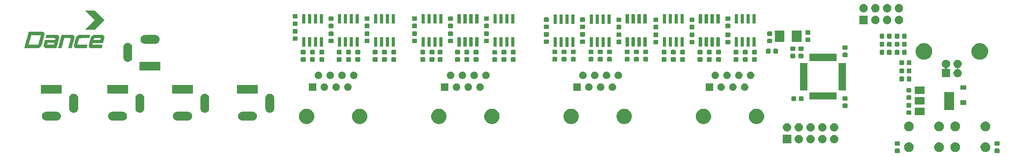
<source format=gbr>
G04 #@! TF.GenerationSoftware,KiCad,Pcbnew,(5.1.4)-1*
G04 #@! TF.CreationDate,2020-09-16T17:38:36+01:00*
G04 #@! TF.ProjectId,reflex-io-board,7265666c-6578-42d6-996f-2d626f617264,rev?*
G04 #@! TF.SameCoordinates,Original*
G04 #@! TF.FileFunction,Soldermask,Top*
G04 #@! TF.FilePolarity,Negative*
%FSLAX46Y46*%
G04 Gerber Fmt 4.6, Leading zero omitted, Abs format (unit mm)*
G04 Created by KiCad (PCBNEW (5.1.4)-1) date 2020-09-16 17:38:36*
%MOMM*%
%LPD*%
G04 APERTURE LIST*
%ADD10C,0.010000*%
%ADD11C,0.100000*%
G04 APERTURE END LIST*
D10*
G36*
X58042445Y-108500117D02*
G01*
X59058417Y-108500735D01*
X61090417Y-110507183D01*
X60074500Y-111524758D01*
X59058582Y-112542333D01*
X57026582Y-112542333D01*
X58037181Y-111531570D01*
X59047779Y-110520807D01*
X58037126Y-109510153D01*
X57026472Y-108499500D01*
X58042445Y-108500117D01*
X58042445Y-108500117D01*
G37*
X58042445Y-108500117D02*
X59058417Y-108500735D01*
X61090417Y-110507183D01*
X60074500Y-111524758D01*
X59058582Y-112542333D01*
X57026582Y-112542333D01*
X58037181Y-111531570D01*
X59047779Y-110520807D01*
X58037126Y-109510153D01*
X57026472Y-108499500D01*
X58042445Y-108500117D01*
G36*
X60065859Y-113707066D02*
G01*
X60275765Y-113708786D01*
X60445880Y-113711694D01*
X60577469Y-113715823D01*
X60671796Y-113721207D01*
X60730125Y-113727879D01*
X60744163Y-113731065D01*
X60860339Y-113786854D01*
X60957889Y-113874577D01*
X61030610Y-113985696D01*
X61072295Y-114111672D01*
X61079834Y-114192906D01*
X61074441Y-114240551D01*
X61059304Y-114322528D01*
X61035987Y-114432376D01*
X61006054Y-114563633D01*
X60971067Y-114709837D01*
X60932591Y-114864525D01*
X60892188Y-115021234D01*
X60851421Y-115173503D01*
X60811855Y-115314870D01*
X60791727Y-115383770D01*
X60787049Y-115391961D01*
X60776028Y-115398882D01*
X60755273Y-115404663D01*
X60721391Y-115409432D01*
X60670992Y-115413318D01*
X60600681Y-115416451D01*
X60507069Y-115418958D01*
X60386762Y-115420968D01*
X60236369Y-115422612D01*
X60052498Y-115424016D01*
X59831757Y-115425311D01*
X59677386Y-115426103D01*
X58574005Y-115431583D01*
X58526559Y-115611500D01*
X58504862Y-115697262D01*
X58488022Y-115770418D01*
X58478719Y-115819061D01*
X58477723Y-115828458D01*
X58479422Y-115836716D01*
X58487444Y-115843651D01*
X58505167Y-115849377D01*
X58535968Y-115854009D01*
X58583227Y-115857663D01*
X58650321Y-115860454D01*
X58740628Y-115862495D01*
X58857528Y-115863903D01*
X59004398Y-115864792D01*
X59184615Y-115865277D01*
X59401560Y-115865473D01*
X59566417Y-115865500D01*
X59776749Y-115865798D01*
X59973712Y-115866656D01*
X60153358Y-115868015D01*
X60311741Y-115869818D01*
X60444914Y-115872007D01*
X60548931Y-115874526D01*
X60619844Y-115877315D01*
X60653707Y-115880319D01*
X60656079Y-115881375D01*
X60650656Y-115906458D01*
X60636028Y-115964673D01*
X60614189Y-116048327D01*
X60587129Y-116149724D01*
X60575274Y-116193583D01*
X60494890Y-116489916D01*
X59332154Y-116494839D01*
X59079600Y-116495837D01*
X58865841Y-116496452D01*
X58687338Y-116496590D01*
X58540552Y-116496154D01*
X58421947Y-116495050D01*
X58327983Y-116493180D01*
X58255122Y-116490451D01*
X58199827Y-116486765D01*
X58158558Y-116482028D01*
X58127779Y-116476143D01*
X58103950Y-116469015D01*
X58084750Y-116461106D01*
X57992711Y-116401999D01*
X57908739Y-116317926D01*
X57844920Y-116222678D01*
X57818975Y-116157741D01*
X57806218Y-116078471D01*
X57803807Y-115989193D01*
X57805868Y-115960750D01*
X57813848Y-115917315D01*
X57831474Y-115839645D01*
X57857275Y-115733264D01*
X57889779Y-115603695D01*
X57927516Y-115456461D01*
X57969014Y-115297085D01*
X58012802Y-115131092D01*
X58057408Y-114964004D01*
X58095413Y-114823355D01*
X58738435Y-114823355D01*
X58746019Y-114830785D01*
X58765995Y-114836667D01*
X58802255Y-114841180D01*
X58858692Y-114844502D01*
X58939198Y-114846811D01*
X59047665Y-114848286D01*
X59187986Y-114849105D01*
X59364054Y-114849448D01*
X59508917Y-114849500D01*
X60292029Y-114849500D01*
X60338452Y-114677453D01*
X60361771Y-114587696D01*
X60381724Y-114504906D01*
X60394676Y-114444306D01*
X60396225Y-114435471D01*
X60400333Y-114387556D01*
X60384167Y-114364872D01*
X60336895Y-114352396D01*
X60336245Y-114352275D01*
X60298007Y-114349233D01*
X60223140Y-114346842D01*
X60117341Y-114345152D01*
X59986312Y-114344216D01*
X59835750Y-114344082D01*
X59671355Y-114344803D01*
X59580563Y-114345548D01*
X59391270Y-114347509D01*
X59239873Y-114349572D01*
X59121935Y-114352012D01*
X59033018Y-114355106D01*
X58968687Y-114359130D01*
X58924503Y-114364360D01*
X58896030Y-114371073D01*
X58878831Y-114379545D01*
X58868599Y-114389872D01*
X58850837Y-114427305D01*
X58827876Y-114493631D01*
X58803876Y-114576458D01*
X58796944Y-114603278D01*
X58775138Y-114688108D01*
X58755718Y-114759911D01*
X58741993Y-114806572D01*
X58739351Y-114814197D01*
X58738435Y-114823355D01*
X58095413Y-114823355D01*
X58101361Y-114801346D01*
X58143190Y-114648639D01*
X58181423Y-114511409D01*
X58214590Y-114395177D01*
X58241219Y-114305469D01*
X58259838Y-114247806D01*
X58266774Y-114230458D01*
X58363047Y-114083861D01*
X58487940Y-113951801D01*
X58631643Y-113842668D01*
X58784346Y-113764854D01*
X58829453Y-113749177D01*
X58866570Y-113738434D01*
X58904603Y-113729654D01*
X58948092Y-113722641D01*
X59001578Y-113717198D01*
X59069600Y-113713129D01*
X59156701Y-113710236D01*
X59267419Y-113708323D01*
X59406296Y-113707195D01*
X59577871Y-113706653D01*
X59786686Y-113706501D01*
X59814899Y-113706500D01*
X60065859Y-113707066D01*
X60065859Y-113707066D01*
G37*
X60065859Y-113707066D02*
X60275765Y-113708786D01*
X60445880Y-113711694D01*
X60577469Y-113715823D01*
X60671796Y-113721207D01*
X60730125Y-113727879D01*
X60744163Y-113731065D01*
X60860339Y-113786854D01*
X60957889Y-113874577D01*
X61030610Y-113985696D01*
X61072295Y-114111672D01*
X61079834Y-114192906D01*
X61074441Y-114240551D01*
X61059304Y-114322528D01*
X61035987Y-114432376D01*
X61006054Y-114563633D01*
X60971067Y-114709837D01*
X60932591Y-114864525D01*
X60892188Y-115021234D01*
X60851421Y-115173503D01*
X60811855Y-115314870D01*
X60791727Y-115383770D01*
X60787049Y-115391961D01*
X60776028Y-115398882D01*
X60755273Y-115404663D01*
X60721391Y-115409432D01*
X60670992Y-115413318D01*
X60600681Y-115416451D01*
X60507069Y-115418958D01*
X60386762Y-115420968D01*
X60236369Y-115422612D01*
X60052498Y-115424016D01*
X59831757Y-115425311D01*
X59677386Y-115426103D01*
X58574005Y-115431583D01*
X58526559Y-115611500D01*
X58504862Y-115697262D01*
X58488022Y-115770418D01*
X58478719Y-115819061D01*
X58477723Y-115828458D01*
X58479422Y-115836716D01*
X58487444Y-115843651D01*
X58505167Y-115849377D01*
X58535968Y-115854009D01*
X58583227Y-115857663D01*
X58650321Y-115860454D01*
X58740628Y-115862495D01*
X58857528Y-115863903D01*
X59004398Y-115864792D01*
X59184615Y-115865277D01*
X59401560Y-115865473D01*
X59566417Y-115865500D01*
X59776749Y-115865798D01*
X59973712Y-115866656D01*
X60153358Y-115868015D01*
X60311741Y-115869818D01*
X60444914Y-115872007D01*
X60548931Y-115874526D01*
X60619844Y-115877315D01*
X60653707Y-115880319D01*
X60656079Y-115881375D01*
X60650656Y-115906458D01*
X60636028Y-115964673D01*
X60614189Y-116048327D01*
X60587129Y-116149724D01*
X60575274Y-116193583D01*
X60494890Y-116489916D01*
X59332154Y-116494839D01*
X59079600Y-116495837D01*
X58865841Y-116496452D01*
X58687338Y-116496590D01*
X58540552Y-116496154D01*
X58421947Y-116495050D01*
X58327983Y-116493180D01*
X58255122Y-116490451D01*
X58199827Y-116486765D01*
X58158558Y-116482028D01*
X58127779Y-116476143D01*
X58103950Y-116469015D01*
X58084750Y-116461106D01*
X57992711Y-116401999D01*
X57908739Y-116317926D01*
X57844920Y-116222678D01*
X57818975Y-116157741D01*
X57806218Y-116078471D01*
X57803807Y-115989193D01*
X57805868Y-115960750D01*
X57813848Y-115917315D01*
X57831474Y-115839645D01*
X57857275Y-115733264D01*
X57889779Y-115603695D01*
X57927516Y-115456461D01*
X57969014Y-115297085D01*
X58012802Y-115131092D01*
X58057408Y-114964004D01*
X58095413Y-114823355D01*
X58738435Y-114823355D01*
X58746019Y-114830785D01*
X58765995Y-114836667D01*
X58802255Y-114841180D01*
X58858692Y-114844502D01*
X58939198Y-114846811D01*
X59047665Y-114848286D01*
X59187986Y-114849105D01*
X59364054Y-114849448D01*
X59508917Y-114849500D01*
X60292029Y-114849500D01*
X60338452Y-114677453D01*
X60361771Y-114587696D01*
X60381724Y-114504906D01*
X60394676Y-114444306D01*
X60396225Y-114435471D01*
X60400333Y-114387556D01*
X60384167Y-114364872D01*
X60336895Y-114352396D01*
X60336245Y-114352275D01*
X60298007Y-114349233D01*
X60223140Y-114346842D01*
X60117341Y-114345152D01*
X59986312Y-114344216D01*
X59835750Y-114344082D01*
X59671355Y-114344803D01*
X59580563Y-114345548D01*
X59391270Y-114347509D01*
X59239873Y-114349572D01*
X59121935Y-114352012D01*
X59033018Y-114355106D01*
X58968687Y-114359130D01*
X58924503Y-114364360D01*
X58896030Y-114371073D01*
X58878831Y-114379545D01*
X58868599Y-114389872D01*
X58850837Y-114427305D01*
X58827876Y-114493631D01*
X58803876Y-114576458D01*
X58796944Y-114603278D01*
X58775138Y-114688108D01*
X58755718Y-114759911D01*
X58741993Y-114806572D01*
X58739351Y-114814197D01*
X58738435Y-114823355D01*
X58095413Y-114823355D01*
X58101361Y-114801346D01*
X58143190Y-114648639D01*
X58181423Y-114511409D01*
X58214590Y-114395177D01*
X58241219Y-114305469D01*
X58259838Y-114247806D01*
X58266774Y-114230458D01*
X58363047Y-114083861D01*
X58487940Y-113951801D01*
X58631643Y-113842668D01*
X58784346Y-113764854D01*
X58829453Y-113749177D01*
X58866570Y-113738434D01*
X58904603Y-113729654D01*
X58948092Y-113722641D01*
X59001578Y-113717198D01*
X59069600Y-113713129D01*
X59156701Y-113710236D01*
X59267419Y-113708323D01*
X59406296Y-113707195D01*
X59577871Y-113706653D01*
X59786686Y-113706501D01*
X59814899Y-113706500D01*
X60065859Y-113707066D01*
G36*
X57624581Y-113708782D02*
G01*
X57741136Y-113709569D01*
X57831484Y-113711078D01*
X57898850Y-113713398D01*
X57946458Y-113716614D01*
X57977535Y-113720815D01*
X57995304Y-113726089D01*
X58002992Y-113732521D01*
X58003823Y-113740201D01*
X58003189Y-113742860D01*
X57993460Y-113778563D01*
X57975867Y-113844548D01*
X57953247Y-113930140D01*
X57936926Y-113992250D01*
X57911102Y-114089406D01*
X57886847Y-114178336D01*
X57867629Y-114246430D01*
X57859978Y-114271979D01*
X57838531Y-114340043D01*
X56751597Y-114346063D01*
X56540981Y-114347504D01*
X56343256Y-114349387D01*
X56162448Y-114351637D01*
X56002583Y-114354179D01*
X55867687Y-114356937D01*
X55761784Y-114359836D01*
X55688901Y-114362801D01*
X55653062Y-114365756D01*
X55650092Y-114366670D01*
X55640697Y-114390576D01*
X55622270Y-114449727D01*
X55596359Y-114538376D01*
X55564509Y-114650776D01*
X55528267Y-114781182D01*
X55489179Y-114923847D01*
X55448792Y-115073024D01*
X55408652Y-115222968D01*
X55370305Y-115367932D01*
X55335298Y-115502171D01*
X55305177Y-115619936D01*
X55281489Y-115715483D01*
X55265780Y-115783065D01*
X55259596Y-115816935D01*
X55259560Y-115817875D01*
X55259000Y-115865500D01*
X56350510Y-115865500D01*
X56593559Y-115865564D01*
X56797621Y-115865836D01*
X56966041Y-115866428D01*
X57102164Y-115867457D01*
X57209336Y-115869036D01*
X57290902Y-115871280D01*
X57350209Y-115874304D01*
X57390600Y-115878223D01*
X57415423Y-115883151D01*
X57428022Y-115889203D01*
X57431744Y-115896494D01*
X57430815Y-115902541D01*
X57421113Y-115936903D01*
X57403139Y-116002543D01*
X57379515Y-116089830D01*
X57354500Y-116183000D01*
X57327953Y-116281853D01*
X57304594Y-116368111D01*
X57287044Y-116432142D01*
X57278186Y-116463458D01*
X57273676Y-116471495D01*
X57263200Y-116478277D01*
X57243440Y-116483906D01*
X57211083Y-116488486D01*
X57162811Y-116492119D01*
X57095310Y-116494908D01*
X57005264Y-116496955D01*
X56889356Y-116498363D01*
X56744272Y-116499236D01*
X56566696Y-116499675D01*
X56353312Y-116499784D01*
X56109532Y-116499671D01*
X55850915Y-116499326D01*
X55631354Y-116498634D01*
X55447570Y-116497512D01*
X55296288Y-116495876D01*
X55174229Y-116493642D01*
X55078116Y-116490728D01*
X55004673Y-116487048D01*
X54950622Y-116482520D01*
X54912685Y-116477060D01*
X54887586Y-116470585D01*
X54881853Y-116468338D01*
X54768567Y-116405988D01*
X54686754Y-116327500D01*
X54629198Y-116230099D01*
X54599190Y-116156112D01*
X54585515Y-116091870D01*
X54584756Y-116016334D01*
X54587627Y-115974183D01*
X54596968Y-115910670D01*
X54616719Y-115813545D01*
X54645271Y-115688719D01*
X54681015Y-115542101D01*
X54722340Y-115379603D01*
X54767639Y-115207134D01*
X54815300Y-115030605D01*
X54863716Y-114855927D01*
X54911276Y-114689009D01*
X54956370Y-114535763D01*
X54997391Y-114402098D01*
X55032727Y-114293925D01*
X55060770Y-114217154D01*
X55074306Y-114186927D01*
X55163262Y-114056501D01*
X55284645Y-113934636D01*
X55428554Y-113830468D01*
X55507780Y-113786929D01*
X55649623Y-113717083D01*
X56831788Y-113711110D01*
X57085422Y-113709881D01*
X57299949Y-113709025D01*
X57478593Y-113708630D01*
X57624581Y-113708782D01*
X57624581Y-113708782D01*
G37*
X57624581Y-113708782D02*
X57741136Y-113709569D01*
X57831484Y-113711078D01*
X57898850Y-113713398D01*
X57946458Y-113716614D01*
X57977535Y-113720815D01*
X57995304Y-113726089D01*
X58002992Y-113732521D01*
X58003823Y-113740201D01*
X58003189Y-113742860D01*
X57993460Y-113778563D01*
X57975867Y-113844548D01*
X57953247Y-113930140D01*
X57936926Y-113992250D01*
X57911102Y-114089406D01*
X57886847Y-114178336D01*
X57867629Y-114246430D01*
X57859978Y-114271979D01*
X57838531Y-114340043D01*
X56751597Y-114346063D01*
X56540981Y-114347504D01*
X56343256Y-114349387D01*
X56162448Y-114351637D01*
X56002583Y-114354179D01*
X55867687Y-114356937D01*
X55761784Y-114359836D01*
X55688901Y-114362801D01*
X55653062Y-114365756D01*
X55650092Y-114366670D01*
X55640697Y-114390576D01*
X55622270Y-114449727D01*
X55596359Y-114538376D01*
X55564509Y-114650776D01*
X55528267Y-114781182D01*
X55489179Y-114923847D01*
X55448792Y-115073024D01*
X55408652Y-115222968D01*
X55370305Y-115367932D01*
X55335298Y-115502171D01*
X55305177Y-115619936D01*
X55281489Y-115715483D01*
X55265780Y-115783065D01*
X55259596Y-115816935D01*
X55259560Y-115817875D01*
X55259000Y-115865500D01*
X56350510Y-115865500D01*
X56593559Y-115865564D01*
X56797621Y-115865836D01*
X56966041Y-115866428D01*
X57102164Y-115867457D01*
X57209336Y-115869036D01*
X57290902Y-115871280D01*
X57350209Y-115874304D01*
X57390600Y-115878223D01*
X57415423Y-115883151D01*
X57428022Y-115889203D01*
X57431744Y-115896494D01*
X57430815Y-115902541D01*
X57421113Y-115936903D01*
X57403139Y-116002543D01*
X57379515Y-116089830D01*
X57354500Y-116183000D01*
X57327953Y-116281853D01*
X57304594Y-116368111D01*
X57287044Y-116432142D01*
X57278186Y-116463458D01*
X57273676Y-116471495D01*
X57263200Y-116478277D01*
X57243440Y-116483906D01*
X57211083Y-116488486D01*
X57162811Y-116492119D01*
X57095310Y-116494908D01*
X57005264Y-116496955D01*
X56889356Y-116498363D01*
X56744272Y-116499236D01*
X56566696Y-116499675D01*
X56353312Y-116499784D01*
X56109532Y-116499671D01*
X55850915Y-116499326D01*
X55631354Y-116498634D01*
X55447570Y-116497512D01*
X55296288Y-116495876D01*
X55174229Y-116493642D01*
X55078116Y-116490728D01*
X55004673Y-116487048D01*
X54950622Y-116482520D01*
X54912685Y-116477060D01*
X54887586Y-116470585D01*
X54881853Y-116468338D01*
X54768567Y-116405988D01*
X54686754Y-116327500D01*
X54629198Y-116230099D01*
X54599190Y-116156112D01*
X54585515Y-116091870D01*
X54584756Y-116016334D01*
X54587627Y-115974183D01*
X54596968Y-115910670D01*
X54616719Y-115813545D01*
X54645271Y-115688719D01*
X54681015Y-115542101D01*
X54722340Y-115379603D01*
X54767639Y-115207134D01*
X54815300Y-115030605D01*
X54863716Y-114855927D01*
X54911276Y-114689009D01*
X54956370Y-114535763D01*
X54997391Y-114402098D01*
X55032727Y-114293925D01*
X55060770Y-114217154D01*
X55074306Y-114186927D01*
X55163262Y-114056501D01*
X55284645Y-113934636D01*
X55428554Y-113830468D01*
X55507780Y-113786929D01*
X55649623Y-113717083D01*
X56831788Y-113711110D01*
X57085422Y-113709881D01*
X57299949Y-113709025D01*
X57478593Y-113708630D01*
X57624581Y-113708782D01*
G36*
X54392652Y-113773953D02*
G01*
X54496101Y-113856901D01*
X54575179Y-113965001D01*
X54624900Y-114088148D01*
X54640277Y-114216237D01*
X54635705Y-114266527D01*
X54628349Y-114299603D01*
X54611511Y-114367710D01*
X54586404Y-114466277D01*
X54554242Y-114590738D01*
X54516240Y-114736522D01*
X54473613Y-114899063D01*
X54427573Y-115073791D01*
X54379336Y-115256139D01*
X54330115Y-115441537D01*
X54281125Y-115625417D01*
X54233580Y-115803210D01*
X54188695Y-115970349D01*
X54147682Y-116122265D01*
X54111758Y-116254389D01*
X54082135Y-116362153D01*
X54060028Y-116440989D01*
X54046652Y-116486327D01*
X54043248Y-116495640D01*
X54021132Y-116497364D01*
X53964218Y-116498117D01*
X53880030Y-116497894D01*
X53776091Y-116496693D01*
X53721752Y-116495775D01*
X53406250Y-116489916D01*
X53688990Y-115435295D01*
X53743292Y-115231478D01*
X53793626Y-115040085D01*
X53839018Y-114864991D01*
X53878495Y-114710070D01*
X53911084Y-114579198D01*
X53935812Y-114476249D01*
X53951706Y-114405097D01*
X53957793Y-114369617D01*
X53957465Y-114366378D01*
X53933186Y-114362354D01*
X53872596Y-114358570D01*
X53781717Y-114355087D01*
X53666571Y-114351966D01*
X53533181Y-114349266D01*
X53387567Y-114347048D01*
X53235752Y-114345372D01*
X53083759Y-114344299D01*
X52937608Y-114343887D01*
X52803323Y-114344199D01*
X52686924Y-114345293D01*
X52594435Y-114347230D01*
X52531877Y-114350070D01*
X52513097Y-114351936D01*
X52492453Y-114353993D01*
X52474952Y-114355571D01*
X52459525Y-114359754D01*
X52445106Y-114369628D01*
X52430629Y-114388277D01*
X52415026Y-114418785D01*
X52397229Y-114464239D01*
X52376173Y-114527722D01*
X52350790Y-114612319D01*
X52320012Y-114721116D01*
X52282774Y-114857196D01*
X52238008Y-115023645D01*
X52184647Y-115223548D01*
X52121624Y-115459989D01*
X52093901Y-115563875D01*
X51843805Y-116500500D01*
X51200004Y-116500500D01*
X51261069Y-116272958D01*
X51278093Y-116209503D01*
X51304837Y-116109794D01*
X51340058Y-115978466D01*
X51382514Y-115820153D01*
X51430961Y-115639490D01*
X51484156Y-115441113D01*
X51540856Y-115229656D01*
X51599820Y-115009753D01*
X51634275Y-114881250D01*
X51946417Y-113717083D01*
X54295917Y-113717083D01*
X54392652Y-113773953D01*
X54392652Y-113773953D01*
G37*
X54392652Y-113773953D02*
X54496101Y-113856901D01*
X54575179Y-113965001D01*
X54624900Y-114088148D01*
X54640277Y-114216237D01*
X54635705Y-114266527D01*
X54628349Y-114299603D01*
X54611511Y-114367710D01*
X54586404Y-114466277D01*
X54554242Y-114590738D01*
X54516240Y-114736522D01*
X54473613Y-114899063D01*
X54427573Y-115073791D01*
X54379336Y-115256139D01*
X54330115Y-115441537D01*
X54281125Y-115625417D01*
X54233580Y-115803210D01*
X54188695Y-115970349D01*
X54147682Y-116122265D01*
X54111758Y-116254389D01*
X54082135Y-116362153D01*
X54060028Y-116440989D01*
X54046652Y-116486327D01*
X54043248Y-116495640D01*
X54021132Y-116497364D01*
X53964218Y-116498117D01*
X53880030Y-116497894D01*
X53776091Y-116496693D01*
X53721752Y-116495775D01*
X53406250Y-116489916D01*
X53688990Y-115435295D01*
X53743292Y-115231478D01*
X53793626Y-115040085D01*
X53839018Y-114864991D01*
X53878495Y-114710070D01*
X53911084Y-114579198D01*
X53935812Y-114476249D01*
X53951706Y-114405097D01*
X53957793Y-114369617D01*
X53957465Y-114366378D01*
X53933186Y-114362354D01*
X53872596Y-114358570D01*
X53781717Y-114355087D01*
X53666571Y-114351966D01*
X53533181Y-114349266D01*
X53387567Y-114347048D01*
X53235752Y-114345372D01*
X53083759Y-114344299D01*
X52937608Y-114343887D01*
X52803323Y-114344199D01*
X52686924Y-114345293D01*
X52594435Y-114347230D01*
X52531877Y-114350070D01*
X52513097Y-114351936D01*
X52492453Y-114353993D01*
X52474952Y-114355571D01*
X52459525Y-114359754D01*
X52445106Y-114369628D01*
X52430629Y-114388277D01*
X52415026Y-114418785D01*
X52397229Y-114464239D01*
X52376173Y-114527722D01*
X52350790Y-114612319D01*
X52320012Y-114721116D01*
X52282774Y-114857196D01*
X52238008Y-115023645D01*
X52184647Y-115223548D01*
X52121624Y-115459989D01*
X52093901Y-115563875D01*
X51843805Y-116500500D01*
X51200004Y-116500500D01*
X51261069Y-116272958D01*
X51278093Y-116209503D01*
X51304837Y-116109794D01*
X51340058Y-115978466D01*
X51382514Y-115820153D01*
X51430961Y-115639490D01*
X51484156Y-115441113D01*
X51540856Y-115229656D01*
X51599820Y-115009753D01*
X51634275Y-114881250D01*
X51946417Y-113717083D01*
X54295917Y-113717083D01*
X54392652Y-113773953D01*
G36*
X46578376Y-113029205D02*
G01*
X46832548Y-113029462D01*
X47050647Y-113030146D01*
X47235801Y-113031467D01*
X47391142Y-113033635D01*
X47519798Y-113036860D01*
X47624901Y-113041351D01*
X47709578Y-113047318D01*
X47776961Y-113054971D01*
X47830180Y-113064519D01*
X47872363Y-113076172D01*
X47906641Y-113090140D01*
X47936144Y-113106633D01*
X47964001Y-113125860D01*
X47987016Y-113143207D01*
X48061751Y-113222231D01*
X48121592Y-113327281D01*
X48159121Y-113442714D01*
X48168167Y-113525225D01*
X48162586Y-113568494D01*
X48146673Y-113647799D01*
X48121676Y-113758459D01*
X48088842Y-113895791D01*
X48049417Y-114055112D01*
X48004649Y-114231742D01*
X47955785Y-114420997D01*
X47904070Y-114618194D01*
X47850753Y-114818653D01*
X47797081Y-115017689D01*
X47744300Y-115210621D01*
X47693657Y-115392767D01*
X47646399Y-115559444D01*
X47603773Y-115705970D01*
X47567027Y-115827663D01*
X47537406Y-115919840D01*
X47516159Y-115977819D01*
X47513278Y-115984351D01*
X47431311Y-116118843D01*
X47316925Y-116245765D01*
X47179980Y-116355391D01*
X47074039Y-116417605D01*
X46929917Y-116489916D01*
X45429802Y-116495758D01*
X43929688Y-116501600D01*
X43939008Y-116453425D01*
X43945819Y-116425950D01*
X43962774Y-116360718D01*
X43989042Y-116260855D01*
X44023791Y-116129489D01*
X44066189Y-115969748D01*
X44106594Y-115817875D01*
X44760441Y-115817875D01*
X44768745Y-115824035D01*
X44795605Y-115829226D01*
X44843863Y-115833519D01*
X44916359Y-115836983D01*
X45015935Y-115839688D01*
X45145430Y-115841703D01*
X45307687Y-115843098D01*
X45505546Y-115843942D01*
X45741848Y-115844306D01*
X45839242Y-115844333D01*
X46918151Y-115844333D01*
X46950186Y-115733208D01*
X46972656Y-115653599D01*
X47002545Y-115545195D01*
X47038552Y-115412911D01*
X47079377Y-115261666D01*
X47123719Y-115096374D01*
X47170277Y-114921953D01*
X47217751Y-114743320D01*
X47264839Y-114565390D01*
X47310242Y-114393079D01*
X47352659Y-114231306D01*
X47390788Y-114084986D01*
X47423330Y-113959035D01*
X47448984Y-113858370D01*
X47466448Y-113787908D01*
X47474423Y-113752565D01*
X47474742Y-113750395D01*
X47480250Y-113695916D01*
X46419378Y-113690430D01*
X46173929Y-113689329D01*
X45967562Y-113688822D01*
X45797030Y-113688982D01*
X45659084Y-113689879D01*
X45550478Y-113691584D01*
X45467963Y-113694166D01*
X45408292Y-113697697D01*
X45368217Y-113702248D01*
X45344490Y-113707888D01*
X45334366Y-113714031D01*
X45325169Y-113738505D01*
X45306419Y-113799145D01*
X45279413Y-113891198D01*
X45245447Y-114009913D01*
X45205817Y-114150535D01*
X45161822Y-114308313D01*
X45114756Y-114478493D01*
X45065916Y-114656322D01*
X45016600Y-114837048D01*
X44968104Y-115015918D01*
X44921724Y-115188178D01*
X44878756Y-115349077D01*
X44840498Y-115493861D01*
X44808246Y-115617776D01*
X44783297Y-115716072D01*
X44766947Y-115783994D01*
X44760492Y-115816789D01*
X44760441Y-115817875D01*
X44106594Y-115817875D01*
X44115405Y-115784759D01*
X44170608Y-115577649D01*
X44230964Y-115351547D01*
X44295644Y-115109579D01*
X44363815Y-114854873D01*
X44400695Y-114717208D01*
X44853062Y-113029166D01*
X46285000Y-113029166D01*
X46578376Y-113029205D01*
X46578376Y-113029205D01*
G37*
X46578376Y-113029205D02*
X46832548Y-113029462D01*
X47050647Y-113030146D01*
X47235801Y-113031467D01*
X47391142Y-113033635D01*
X47519798Y-113036860D01*
X47624901Y-113041351D01*
X47709578Y-113047318D01*
X47776961Y-113054971D01*
X47830180Y-113064519D01*
X47872363Y-113076172D01*
X47906641Y-113090140D01*
X47936144Y-113106633D01*
X47964001Y-113125860D01*
X47987016Y-113143207D01*
X48061751Y-113222231D01*
X48121592Y-113327281D01*
X48159121Y-113442714D01*
X48168167Y-113525225D01*
X48162586Y-113568494D01*
X48146673Y-113647799D01*
X48121676Y-113758459D01*
X48088842Y-113895791D01*
X48049417Y-114055112D01*
X48004649Y-114231742D01*
X47955785Y-114420997D01*
X47904070Y-114618194D01*
X47850753Y-114818653D01*
X47797081Y-115017689D01*
X47744300Y-115210621D01*
X47693657Y-115392767D01*
X47646399Y-115559444D01*
X47603773Y-115705970D01*
X47567027Y-115827663D01*
X47537406Y-115919840D01*
X47516159Y-115977819D01*
X47513278Y-115984351D01*
X47431311Y-116118843D01*
X47316925Y-116245765D01*
X47179980Y-116355391D01*
X47074039Y-116417605D01*
X46929917Y-116489916D01*
X45429802Y-116495758D01*
X43929688Y-116501600D01*
X43939008Y-116453425D01*
X43945819Y-116425950D01*
X43962774Y-116360718D01*
X43989042Y-116260855D01*
X44023791Y-116129489D01*
X44066189Y-115969748D01*
X44106594Y-115817875D01*
X44760441Y-115817875D01*
X44768745Y-115824035D01*
X44795605Y-115829226D01*
X44843863Y-115833519D01*
X44916359Y-115836983D01*
X45015935Y-115839688D01*
X45145430Y-115841703D01*
X45307687Y-115843098D01*
X45505546Y-115843942D01*
X45741848Y-115844306D01*
X45839242Y-115844333D01*
X46918151Y-115844333D01*
X46950186Y-115733208D01*
X46972656Y-115653599D01*
X47002545Y-115545195D01*
X47038552Y-115412911D01*
X47079377Y-115261666D01*
X47123719Y-115096374D01*
X47170277Y-114921953D01*
X47217751Y-114743320D01*
X47264839Y-114565390D01*
X47310242Y-114393079D01*
X47352659Y-114231306D01*
X47390788Y-114084986D01*
X47423330Y-113959035D01*
X47448984Y-113858370D01*
X47466448Y-113787908D01*
X47474423Y-113752565D01*
X47474742Y-113750395D01*
X47480250Y-113695916D01*
X46419378Y-113690430D01*
X46173929Y-113689329D01*
X45967562Y-113688822D01*
X45797030Y-113688982D01*
X45659084Y-113689879D01*
X45550478Y-113691584D01*
X45467963Y-113694166D01*
X45408292Y-113697697D01*
X45368217Y-113702248D01*
X45344490Y-113707888D01*
X45334366Y-113714031D01*
X45325169Y-113738505D01*
X45306419Y-113799145D01*
X45279413Y-113891198D01*
X45245447Y-114009913D01*
X45205817Y-114150535D01*
X45161822Y-114308313D01*
X45114756Y-114478493D01*
X45065916Y-114656322D01*
X45016600Y-114837048D01*
X44968104Y-115015918D01*
X44921724Y-115188178D01*
X44878756Y-115349077D01*
X44840498Y-115493861D01*
X44808246Y-115617776D01*
X44783297Y-115716072D01*
X44766947Y-115783994D01*
X44760492Y-115816789D01*
X44760441Y-115817875D01*
X44106594Y-115817875D01*
X44115405Y-115784759D01*
X44170608Y-115577649D01*
X44230964Y-115351547D01*
X44295644Y-115109579D01*
X44363815Y-114854873D01*
X44400695Y-114717208D01*
X44853062Y-113029166D01*
X46285000Y-113029166D01*
X46578376Y-113029205D01*
G36*
X49826158Y-113711110D02*
G01*
X50077986Y-113712427D01*
X50291021Y-113713690D01*
X50468801Y-113715048D01*
X50614867Y-113716649D01*
X50732759Y-113718642D01*
X50826014Y-113721176D01*
X50898174Y-113724398D01*
X50952778Y-113728458D01*
X50993364Y-113733504D01*
X51023473Y-113739684D01*
X51046644Y-113747148D01*
X51066416Y-113756043D01*
X51081213Y-113763780D01*
X51195576Y-113847582D01*
X51278695Y-113957033D01*
X51327415Y-114086110D01*
X51338582Y-114228791D01*
X51336755Y-114251677D01*
X51329759Y-114288198D01*
X51313021Y-114360764D01*
X51287802Y-114464542D01*
X51255363Y-114594701D01*
X51216966Y-114746407D01*
X51173871Y-114914828D01*
X51127339Y-115095130D01*
X51078633Y-115282481D01*
X51029013Y-115472048D01*
X50979741Y-115658999D01*
X50932077Y-115838500D01*
X50887284Y-116005719D01*
X50846621Y-116155823D01*
X50811351Y-116283979D01*
X50782735Y-116385355D01*
X50762033Y-116455118D01*
X50760133Y-116461161D01*
X50755926Y-116469675D01*
X50746934Y-116476865D01*
X50729827Y-116482843D01*
X50701277Y-116487719D01*
X50657955Y-116491606D01*
X50596531Y-116494616D01*
X50513676Y-116496859D01*
X50406061Y-116498448D01*
X50270357Y-116499495D01*
X50103235Y-116500111D01*
X49901366Y-116500408D01*
X49661420Y-116500497D01*
X49587324Y-116500500D01*
X48427001Y-116500500D01*
X48313786Y-116441355D01*
X48200414Y-116360109D01*
X48120356Y-116253269D01*
X48075134Y-116123199D01*
X48066577Y-116058011D01*
X48065514Y-116014242D01*
X48069153Y-115963432D01*
X48078611Y-115900170D01*
X48092512Y-115831384D01*
X48739667Y-115831384D01*
X48742929Y-115840334D01*
X48755360Y-115847583D01*
X48780929Y-115853307D01*
X48823604Y-115857683D01*
X48887352Y-115860885D01*
X48976143Y-115863091D01*
X49093944Y-115864475D01*
X49244724Y-115865214D01*
X49432450Y-115865483D01*
X49509236Y-115865500D01*
X50278804Y-115865500D01*
X50336061Y-115648541D01*
X50360860Y-115554890D01*
X50382464Y-115473874D01*
X50398081Y-115415939D01*
X50404002Y-115394541D01*
X50404654Y-115384931D01*
X50397879Y-115377138D01*
X50379741Y-115370974D01*
X50346302Y-115366248D01*
X50293626Y-115362772D01*
X50217774Y-115360356D01*
X50114810Y-115358810D01*
X49980797Y-115357945D01*
X49811797Y-115357572D01*
X49634161Y-115357500D01*
X48853636Y-115357500D01*
X48796651Y-115577384D01*
X48773139Y-115671166D01*
X48754346Y-115751948D01*
X48742550Y-115809567D01*
X48739667Y-115831384D01*
X48092512Y-115831384D01*
X48095005Y-115819048D01*
X48119453Y-115714655D01*
X48153072Y-115581583D01*
X48196979Y-115414423D01*
X48208220Y-115372196D01*
X48247533Y-115224406D01*
X48283013Y-115090286D01*
X48313261Y-114975185D01*
X48336878Y-114884451D01*
X48352465Y-114823433D01*
X48358623Y-114797478D01*
X48358667Y-114797046D01*
X48379180Y-114794930D01*
X48438109Y-114792948D01*
X48531534Y-114791137D01*
X48655537Y-114789538D01*
X48806199Y-114788188D01*
X48979604Y-114787129D01*
X49171831Y-114786397D01*
X49378963Y-114786033D01*
X49465751Y-114786000D01*
X50572834Y-114786000D01*
X50621612Y-114583667D01*
X50640959Y-114496229D01*
X50653561Y-114424616D01*
X50657908Y-114378411D01*
X50655778Y-114366708D01*
X50632374Y-114363756D01*
X50570678Y-114360777D01*
X50474731Y-114357847D01*
X50348573Y-114355042D01*
X50196247Y-114352437D01*
X50021792Y-114350107D01*
X49829250Y-114348130D01*
X49622662Y-114346579D01*
X49562168Y-114346228D01*
X49320492Y-114344845D01*
X49117788Y-114343452D01*
X48950697Y-114341917D01*
X48815859Y-114340107D01*
X48709913Y-114337888D01*
X48629499Y-114335128D01*
X48571257Y-114331693D01*
X48531827Y-114327450D01*
X48507849Y-114322266D01*
X48495962Y-114316008D01*
X48492806Y-114308542D01*
X48493569Y-114303895D01*
X48503744Y-114267077D01*
X48521502Y-114201812D01*
X48543459Y-114120543D01*
X48549504Y-114098083D01*
X48575969Y-114000450D01*
X48603032Y-113901863D01*
X48625187Y-113822368D01*
X48626721Y-113816943D01*
X48658400Y-113705137D01*
X49826158Y-113711110D01*
X49826158Y-113711110D01*
G37*
X49826158Y-113711110D02*
X50077986Y-113712427D01*
X50291021Y-113713690D01*
X50468801Y-113715048D01*
X50614867Y-113716649D01*
X50732759Y-113718642D01*
X50826014Y-113721176D01*
X50898174Y-113724398D01*
X50952778Y-113728458D01*
X50993364Y-113733504D01*
X51023473Y-113739684D01*
X51046644Y-113747148D01*
X51066416Y-113756043D01*
X51081213Y-113763780D01*
X51195576Y-113847582D01*
X51278695Y-113957033D01*
X51327415Y-114086110D01*
X51338582Y-114228791D01*
X51336755Y-114251677D01*
X51329759Y-114288198D01*
X51313021Y-114360764D01*
X51287802Y-114464542D01*
X51255363Y-114594701D01*
X51216966Y-114746407D01*
X51173871Y-114914828D01*
X51127339Y-115095130D01*
X51078633Y-115282481D01*
X51029013Y-115472048D01*
X50979741Y-115658999D01*
X50932077Y-115838500D01*
X50887284Y-116005719D01*
X50846621Y-116155823D01*
X50811351Y-116283979D01*
X50782735Y-116385355D01*
X50762033Y-116455118D01*
X50760133Y-116461161D01*
X50755926Y-116469675D01*
X50746934Y-116476865D01*
X50729827Y-116482843D01*
X50701277Y-116487719D01*
X50657955Y-116491606D01*
X50596531Y-116494616D01*
X50513676Y-116496859D01*
X50406061Y-116498448D01*
X50270357Y-116499495D01*
X50103235Y-116500111D01*
X49901366Y-116500408D01*
X49661420Y-116500497D01*
X49587324Y-116500500D01*
X48427001Y-116500500D01*
X48313786Y-116441355D01*
X48200414Y-116360109D01*
X48120356Y-116253269D01*
X48075134Y-116123199D01*
X48066577Y-116058011D01*
X48065514Y-116014242D01*
X48069153Y-115963432D01*
X48078611Y-115900170D01*
X48092512Y-115831384D01*
X48739667Y-115831384D01*
X48742929Y-115840334D01*
X48755360Y-115847583D01*
X48780929Y-115853307D01*
X48823604Y-115857683D01*
X48887352Y-115860885D01*
X48976143Y-115863091D01*
X49093944Y-115864475D01*
X49244724Y-115865214D01*
X49432450Y-115865483D01*
X49509236Y-115865500D01*
X50278804Y-115865500D01*
X50336061Y-115648541D01*
X50360860Y-115554890D01*
X50382464Y-115473874D01*
X50398081Y-115415939D01*
X50404002Y-115394541D01*
X50404654Y-115384931D01*
X50397879Y-115377138D01*
X50379741Y-115370974D01*
X50346302Y-115366248D01*
X50293626Y-115362772D01*
X50217774Y-115360356D01*
X50114810Y-115358810D01*
X49980797Y-115357945D01*
X49811797Y-115357572D01*
X49634161Y-115357500D01*
X48853636Y-115357500D01*
X48796651Y-115577384D01*
X48773139Y-115671166D01*
X48754346Y-115751948D01*
X48742550Y-115809567D01*
X48739667Y-115831384D01*
X48092512Y-115831384D01*
X48095005Y-115819048D01*
X48119453Y-115714655D01*
X48153072Y-115581583D01*
X48196979Y-115414423D01*
X48208220Y-115372196D01*
X48247533Y-115224406D01*
X48283013Y-115090286D01*
X48313261Y-114975185D01*
X48336878Y-114884451D01*
X48352465Y-114823433D01*
X48358623Y-114797478D01*
X48358667Y-114797046D01*
X48379180Y-114794930D01*
X48438109Y-114792948D01*
X48531534Y-114791137D01*
X48655537Y-114789538D01*
X48806199Y-114788188D01*
X48979604Y-114787129D01*
X49171831Y-114786397D01*
X49378963Y-114786033D01*
X49465751Y-114786000D01*
X50572834Y-114786000D01*
X50621612Y-114583667D01*
X50640959Y-114496229D01*
X50653561Y-114424616D01*
X50657908Y-114378411D01*
X50655778Y-114366708D01*
X50632374Y-114363756D01*
X50570678Y-114360777D01*
X50474731Y-114357847D01*
X50348573Y-114355042D01*
X50196247Y-114352437D01*
X50021792Y-114350107D01*
X49829250Y-114348130D01*
X49622662Y-114346579D01*
X49562168Y-114346228D01*
X49320492Y-114344845D01*
X49117788Y-114343452D01*
X48950697Y-114341917D01*
X48815859Y-114340107D01*
X48709913Y-114337888D01*
X48629499Y-114335128D01*
X48571257Y-114331693D01*
X48531827Y-114327450D01*
X48507849Y-114322266D01*
X48495962Y-114316008D01*
X48492806Y-114308542D01*
X48493569Y-114303895D01*
X48503744Y-114267077D01*
X48521502Y-114201812D01*
X48543459Y-114120543D01*
X48549504Y-114098083D01*
X48575969Y-114000450D01*
X48603032Y-113901863D01*
X48625187Y-113822368D01*
X48626721Y-113816943D01*
X48658400Y-113705137D01*
X49826158Y-113711110D01*
D11*
G36*
X253879591Y-138303085D02*
G01*
X253913569Y-138313393D01*
X253944890Y-138330134D01*
X253972339Y-138352661D01*
X253994866Y-138380110D01*
X254011607Y-138411431D01*
X254021915Y-138445409D01*
X254026000Y-138486890D01*
X254026000Y-139088110D01*
X254021915Y-139129591D01*
X254011607Y-139163569D01*
X253994866Y-139194890D01*
X253972339Y-139222339D01*
X253944890Y-139244866D01*
X253913569Y-139261607D01*
X253879591Y-139271915D01*
X253838110Y-139276000D01*
X253161890Y-139276000D01*
X253120409Y-139271915D01*
X253086431Y-139261607D01*
X253055110Y-139244866D01*
X253027661Y-139222339D01*
X253005134Y-139194890D01*
X252988393Y-139163569D01*
X252978085Y-139129591D01*
X252974000Y-139088110D01*
X252974000Y-138486890D01*
X252978085Y-138445409D01*
X252988393Y-138411431D01*
X253005134Y-138380110D01*
X253027661Y-138352661D01*
X253055110Y-138330134D01*
X253086431Y-138313393D01*
X253120409Y-138303085D01*
X253161890Y-138299000D01*
X253838110Y-138299000D01*
X253879591Y-138303085D01*
X253879591Y-138303085D01*
G37*
G36*
X232379591Y-138303085D02*
G01*
X232413569Y-138313393D01*
X232444890Y-138330134D01*
X232472339Y-138352661D01*
X232494866Y-138380110D01*
X232511607Y-138411431D01*
X232521915Y-138445409D01*
X232526000Y-138486890D01*
X232526000Y-139088110D01*
X232521915Y-139129591D01*
X232511607Y-139163569D01*
X232494866Y-139194890D01*
X232472339Y-139222339D01*
X232444890Y-139244866D01*
X232413569Y-139261607D01*
X232379591Y-139271915D01*
X232338110Y-139276000D01*
X231661890Y-139276000D01*
X231620409Y-139271915D01*
X231586431Y-139261607D01*
X231555110Y-139244866D01*
X231527661Y-139222339D01*
X231505134Y-139194890D01*
X231488393Y-139163569D01*
X231478085Y-139129591D01*
X231474000Y-139088110D01*
X231474000Y-138486890D01*
X231478085Y-138445409D01*
X231488393Y-138411431D01*
X231505134Y-138380110D01*
X231527661Y-138352661D01*
X231555110Y-138330134D01*
X231586431Y-138313393D01*
X231620409Y-138303085D01*
X231661890Y-138299000D01*
X232338110Y-138299000D01*
X232379591Y-138303085D01*
X232379591Y-138303085D01*
G37*
G36*
X241306564Y-136989389D02*
G01*
X241497833Y-137068615D01*
X241497835Y-137068616D01*
X241669973Y-137183635D01*
X241816365Y-137330027D01*
X241901039Y-137456750D01*
X241931385Y-137502167D01*
X242010611Y-137693436D01*
X242051000Y-137896484D01*
X242051000Y-138103516D01*
X242010611Y-138306564D01*
X241951289Y-138449780D01*
X241931384Y-138497835D01*
X241816365Y-138669973D01*
X241669973Y-138816365D01*
X241497835Y-138931384D01*
X241497834Y-138931385D01*
X241497833Y-138931385D01*
X241306564Y-139010611D01*
X241103516Y-139051000D01*
X240896484Y-139051000D01*
X240693436Y-139010611D01*
X240502167Y-138931385D01*
X240502166Y-138931385D01*
X240502165Y-138931384D01*
X240330027Y-138816365D01*
X240183635Y-138669973D01*
X240068616Y-138497835D01*
X240048711Y-138449780D01*
X239989389Y-138306564D01*
X239949000Y-138103516D01*
X239949000Y-137896484D01*
X239989389Y-137693436D01*
X240068615Y-137502167D01*
X240098962Y-137456750D01*
X240183635Y-137330027D01*
X240330027Y-137183635D01*
X240502165Y-137068616D01*
X240502167Y-137068615D01*
X240693436Y-136989389D01*
X240896484Y-136949000D01*
X241103516Y-136949000D01*
X241306564Y-136989389D01*
X241306564Y-136989389D01*
G37*
G36*
X251306564Y-136989389D02*
G01*
X251497833Y-137068615D01*
X251497835Y-137068616D01*
X251669973Y-137183635D01*
X251816365Y-137330027D01*
X251901039Y-137456750D01*
X251931385Y-137502167D01*
X252010611Y-137693436D01*
X252051000Y-137896484D01*
X252051000Y-138103516D01*
X252010611Y-138306564D01*
X251951289Y-138449780D01*
X251931384Y-138497835D01*
X251816365Y-138669973D01*
X251669973Y-138816365D01*
X251497835Y-138931384D01*
X251497834Y-138931385D01*
X251497833Y-138931385D01*
X251306564Y-139010611D01*
X251103516Y-139051000D01*
X250896484Y-139051000D01*
X250693436Y-139010611D01*
X250502167Y-138931385D01*
X250502166Y-138931385D01*
X250502165Y-138931384D01*
X250330027Y-138816365D01*
X250183635Y-138669973D01*
X250068616Y-138497835D01*
X250048711Y-138449780D01*
X249989389Y-138306564D01*
X249949000Y-138103516D01*
X249949000Y-137896484D01*
X249989389Y-137693436D01*
X250068615Y-137502167D01*
X250098962Y-137456750D01*
X250183635Y-137330027D01*
X250330027Y-137183635D01*
X250502165Y-137068616D01*
X250502167Y-137068615D01*
X250693436Y-136989389D01*
X250896484Y-136949000D01*
X251103516Y-136949000D01*
X251306564Y-136989389D01*
X251306564Y-136989389D01*
G37*
G36*
X244806564Y-136989389D02*
G01*
X244997833Y-137068615D01*
X244997835Y-137068616D01*
X245169973Y-137183635D01*
X245316365Y-137330027D01*
X245401039Y-137456750D01*
X245431385Y-137502167D01*
X245510611Y-137693436D01*
X245551000Y-137896484D01*
X245551000Y-138103516D01*
X245510611Y-138306564D01*
X245451289Y-138449780D01*
X245431384Y-138497835D01*
X245316365Y-138669973D01*
X245169973Y-138816365D01*
X244997835Y-138931384D01*
X244997834Y-138931385D01*
X244997833Y-138931385D01*
X244806564Y-139010611D01*
X244603516Y-139051000D01*
X244396484Y-139051000D01*
X244193436Y-139010611D01*
X244002167Y-138931385D01*
X244002166Y-138931385D01*
X244002165Y-138931384D01*
X243830027Y-138816365D01*
X243683635Y-138669973D01*
X243568616Y-138497835D01*
X243548711Y-138449780D01*
X243489389Y-138306564D01*
X243449000Y-138103516D01*
X243449000Y-137896484D01*
X243489389Y-137693436D01*
X243568615Y-137502167D01*
X243598962Y-137456750D01*
X243683635Y-137330027D01*
X243830027Y-137183635D01*
X244002165Y-137068616D01*
X244002167Y-137068615D01*
X244193436Y-136989389D01*
X244396484Y-136949000D01*
X244603516Y-136949000D01*
X244806564Y-136989389D01*
X244806564Y-136989389D01*
G37*
G36*
X234806564Y-136989389D02*
G01*
X234997833Y-137068615D01*
X234997835Y-137068616D01*
X235169973Y-137183635D01*
X235316365Y-137330027D01*
X235401039Y-137456750D01*
X235431385Y-137502167D01*
X235510611Y-137693436D01*
X235551000Y-137896484D01*
X235551000Y-138103516D01*
X235510611Y-138306564D01*
X235451289Y-138449780D01*
X235431384Y-138497835D01*
X235316365Y-138669973D01*
X235169973Y-138816365D01*
X234997835Y-138931384D01*
X234997834Y-138931385D01*
X234997833Y-138931385D01*
X234806564Y-139010611D01*
X234603516Y-139051000D01*
X234396484Y-139051000D01*
X234193436Y-139010611D01*
X234002167Y-138931385D01*
X234002166Y-138931385D01*
X234002165Y-138931384D01*
X233830027Y-138816365D01*
X233683635Y-138669973D01*
X233568616Y-138497835D01*
X233548711Y-138449780D01*
X233489389Y-138306564D01*
X233449000Y-138103516D01*
X233449000Y-137896484D01*
X233489389Y-137693436D01*
X233568615Y-137502167D01*
X233598962Y-137456750D01*
X233683635Y-137330027D01*
X233830027Y-137183635D01*
X234002165Y-137068616D01*
X234002167Y-137068615D01*
X234193436Y-136989389D01*
X234396484Y-136949000D01*
X234603516Y-136949000D01*
X234806564Y-136989389D01*
X234806564Y-136989389D01*
G37*
G36*
X253879591Y-136728085D02*
G01*
X253913569Y-136738393D01*
X253944890Y-136755134D01*
X253972339Y-136777661D01*
X253994866Y-136805110D01*
X254011607Y-136836431D01*
X254021915Y-136870409D01*
X254026000Y-136911890D01*
X254026000Y-137513110D01*
X254021915Y-137554591D01*
X254011607Y-137588569D01*
X253994866Y-137619890D01*
X253972339Y-137647339D01*
X253944890Y-137669866D01*
X253913569Y-137686607D01*
X253879591Y-137696915D01*
X253838110Y-137701000D01*
X253161890Y-137701000D01*
X253120409Y-137696915D01*
X253086431Y-137686607D01*
X253055110Y-137669866D01*
X253027661Y-137647339D01*
X253005134Y-137619890D01*
X252988393Y-137588569D01*
X252978085Y-137554591D01*
X252974000Y-137513110D01*
X252974000Y-136911890D01*
X252978085Y-136870409D01*
X252988393Y-136836431D01*
X253005134Y-136805110D01*
X253027661Y-136777661D01*
X253055110Y-136755134D01*
X253086431Y-136738393D01*
X253120409Y-136728085D01*
X253161890Y-136724000D01*
X253838110Y-136724000D01*
X253879591Y-136728085D01*
X253879591Y-136728085D01*
G37*
G36*
X232379591Y-136728085D02*
G01*
X232413569Y-136738393D01*
X232444890Y-136755134D01*
X232472339Y-136777661D01*
X232494866Y-136805110D01*
X232511607Y-136836431D01*
X232521915Y-136870409D01*
X232526000Y-136911890D01*
X232526000Y-137513110D01*
X232521915Y-137554591D01*
X232511607Y-137588569D01*
X232494866Y-137619890D01*
X232472339Y-137647339D01*
X232444890Y-137669866D01*
X232413569Y-137686607D01*
X232379591Y-137696915D01*
X232338110Y-137701000D01*
X231661890Y-137701000D01*
X231620409Y-137696915D01*
X231586431Y-137686607D01*
X231555110Y-137669866D01*
X231527661Y-137647339D01*
X231505134Y-137619890D01*
X231488393Y-137588569D01*
X231478085Y-137554591D01*
X231474000Y-137513110D01*
X231474000Y-136911890D01*
X231478085Y-136870409D01*
X231488393Y-136836431D01*
X231505134Y-136805110D01*
X231527661Y-136777661D01*
X231555110Y-136755134D01*
X231586431Y-136738393D01*
X231620409Y-136728085D01*
X231661890Y-136724000D01*
X232338110Y-136724000D01*
X232379591Y-136728085D01*
X232379591Y-136728085D01*
G37*
G36*
X209151000Y-137151000D02*
G01*
X207349000Y-137151000D01*
X207349000Y-135349000D01*
X209151000Y-135349000D01*
X209151000Y-137151000D01*
X209151000Y-137151000D01*
G37*
G36*
X215980442Y-135355518D02*
G01*
X216046627Y-135362037D01*
X216216466Y-135413557D01*
X216372991Y-135497222D01*
X216408729Y-135526552D01*
X216510186Y-135609814D01*
X216593448Y-135711271D01*
X216622778Y-135747009D01*
X216706443Y-135903534D01*
X216757963Y-136073373D01*
X216775359Y-136250000D01*
X216757963Y-136426627D01*
X216706443Y-136596466D01*
X216622778Y-136752991D01*
X216602532Y-136777661D01*
X216510186Y-136890186D01*
X216415063Y-136968250D01*
X216372991Y-137002778D01*
X216216466Y-137086443D01*
X216046627Y-137137963D01*
X215980442Y-137144482D01*
X215914260Y-137151000D01*
X215825740Y-137151000D01*
X215759558Y-137144482D01*
X215693373Y-137137963D01*
X215523534Y-137086443D01*
X215367009Y-137002778D01*
X215324937Y-136968250D01*
X215229814Y-136890186D01*
X215137468Y-136777661D01*
X215117222Y-136752991D01*
X215033557Y-136596466D01*
X214982037Y-136426627D01*
X214964641Y-136250000D01*
X214982037Y-136073373D01*
X215033557Y-135903534D01*
X215117222Y-135747009D01*
X215146552Y-135711271D01*
X215229814Y-135609814D01*
X215331271Y-135526552D01*
X215367009Y-135497222D01*
X215523534Y-135413557D01*
X215693373Y-135362037D01*
X215759558Y-135355518D01*
X215825740Y-135349000D01*
X215914260Y-135349000D01*
X215980442Y-135355518D01*
X215980442Y-135355518D01*
G37*
G36*
X218520442Y-135355518D02*
G01*
X218586627Y-135362037D01*
X218756466Y-135413557D01*
X218912991Y-135497222D01*
X218948729Y-135526552D01*
X219050186Y-135609814D01*
X219133448Y-135711271D01*
X219162778Y-135747009D01*
X219246443Y-135903534D01*
X219297963Y-136073373D01*
X219315359Y-136250000D01*
X219297963Y-136426627D01*
X219246443Y-136596466D01*
X219162778Y-136752991D01*
X219142532Y-136777661D01*
X219050186Y-136890186D01*
X218955063Y-136968250D01*
X218912991Y-137002778D01*
X218756466Y-137086443D01*
X218586627Y-137137963D01*
X218520442Y-137144482D01*
X218454260Y-137151000D01*
X218365740Y-137151000D01*
X218299558Y-137144482D01*
X218233373Y-137137963D01*
X218063534Y-137086443D01*
X217907009Y-137002778D01*
X217864937Y-136968250D01*
X217769814Y-136890186D01*
X217677468Y-136777661D01*
X217657222Y-136752991D01*
X217573557Y-136596466D01*
X217522037Y-136426627D01*
X217504641Y-136250000D01*
X217522037Y-136073373D01*
X217573557Y-135903534D01*
X217657222Y-135747009D01*
X217686552Y-135711271D01*
X217769814Y-135609814D01*
X217871271Y-135526552D01*
X217907009Y-135497222D01*
X218063534Y-135413557D01*
X218233373Y-135362037D01*
X218299558Y-135355518D01*
X218365740Y-135349000D01*
X218454260Y-135349000D01*
X218520442Y-135355518D01*
X218520442Y-135355518D01*
G37*
G36*
X213440442Y-135355518D02*
G01*
X213506627Y-135362037D01*
X213676466Y-135413557D01*
X213832991Y-135497222D01*
X213868729Y-135526552D01*
X213970186Y-135609814D01*
X214053448Y-135711271D01*
X214082778Y-135747009D01*
X214166443Y-135903534D01*
X214217963Y-136073373D01*
X214235359Y-136250000D01*
X214217963Y-136426627D01*
X214166443Y-136596466D01*
X214082778Y-136752991D01*
X214062532Y-136777661D01*
X213970186Y-136890186D01*
X213875063Y-136968250D01*
X213832991Y-137002778D01*
X213676466Y-137086443D01*
X213506627Y-137137963D01*
X213440442Y-137144482D01*
X213374260Y-137151000D01*
X213285740Y-137151000D01*
X213219558Y-137144482D01*
X213153373Y-137137963D01*
X212983534Y-137086443D01*
X212827009Y-137002778D01*
X212784937Y-136968250D01*
X212689814Y-136890186D01*
X212597468Y-136777661D01*
X212577222Y-136752991D01*
X212493557Y-136596466D01*
X212442037Y-136426627D01*
X212424641Y-136250000D01*
X212442037Y-136073373D01*
X212493557Y-135903534D01*
X212577222Y-135747009D01*
X212606552Y-135711271D01*
X212689814Y-135609814D01*
X212791271Y-135526552D01*
X212827009Y-135497222D01*
X212983534Y-135413557D01*
X213153373Y-135362037D01*
X213219558Y-135355518D01*
X213285740Y-135349000D01*
X213374260Y-135349000D01*
X213440442Y-135355518D01*
X213440442Y-135355518D01*
G37*
G36*
X210900442Y-135355518D02*
G01*
X210966627Y-135362037D01*
X211136466Y-135413557D01*
X211292991Y-135497222D01*
X211328729Y-135526552D01*
X211430186Y-135609814D01*
X211513448Y-135711271D01*
X211542778Y-135747009D01*
X211626443Y-135903534D01*
X211677963Y-136073373D01*
X211695359Y-136250000D01*
X211677963Y-136426627D01*
X211626443Y-136596466D01*
X211542778Y-136752991D01*
X211522532Y-136777661D01*
X211430186Y-136890186D01*
X211335063Y-136968250D01*
X211292991Y-137002778D01*
X211136466Y-137086443D01*
X210966627Y-137137963D01*
X210900442Y-137144482D01*
X210834260Y-137151000D01*
X210745740Y-137151000D01*
X210679558Y-137144482D01*
X210613373Y-137137963D01*
X210443534Y-137086443D01*
X210287009Y-137002778D01*
X210244937Y-136968250D01*
X210149814Y-136890186D01*
X210057468Y-136777661D01*
X210037222Y-136752991D01*
X209953557Y-136596466D01*
X209902037Y-136426627D01*
X209884641Y-136250000D01*
X209902037Y-136073373D01*
X209953557Y-135903534D01*
X210037222Y-135747009D01*
X210066552Y-135711271D01*
X210149814Y-135609814D01*
X210251271Y-135526552D01*
X210287009Y-135497222D01*
X210443534Y-135413557D01*
X210613373Y-135362037D01*
X210679558Y-135355518D01*
X210745740Y-135349000D01*
X210834260Y-135349000D01*
X210900442Y-135355518D01*
X210900442Y-135355518D01*
G37*
G36*
X210900443Y-132815519D02*
G01*
X210966627Y-132822037D01*
X211136466Y-132873557D01*
X211292991Y-132957222D01*
X211328729Y-132986552D01*
X211430186Y-133069814D01*
X211513448Y-133171271D01*
X211542778Y-133207009D01*
X211626443Y-133363534D01*
X211677963Y-133533373D01*
X211695359Y-133710000D01*
X211677963Y-133886627D01*
X211626443Y-134056466D01*
X211542778Y-134212991D01*
X211513448Y-134248729D01*
X211430186Y-134350186D01*
X211331244Y-134431384D01*
X211292991Y-134462778D01*
X211136466Y-134546443D01*
X210966627Y-134597963D01*
X210900443Y-134604481D01*
X210834260Y-134611000D01*
X210745740Y-134611000D01*
X210679557Y-134604481D01*
X210613373Y-134597963D01*
X210443534Y-134546443D01*
X210287009Y-134462778D01*
X210248756Y-134431384D01*
X210149814Y-134350186D01*
X210066552Y-134248729D01*
X210037222Y-134212991D01*
X209953557Y-134056466D01*
X209902037Y-133886627D01*
X209884641Y-133710000D01*
X209902037Y-133533373D01*
X209953557Y-133363534D01*
X210037222Y-133207009D01*
X210066552Y-133171271D01*
X210149814Y-133069814D01*
X210251271Y-132986552D01*
X210287009Y-132957222D01*
X210443534Y-132873557D01*
X210613373Y-132822037D01*
X210679557Y-132815519D01*
X210745740Y-132809000D01*
X210834260Y-132809000D01*
X210900443Y-132815519D01*
X210900443Y-132815519D01*
G37*
G36*
X218520443Y-132815519D02*
G01*
X218586627Y-132822037D01*
X218756466Y-132873557D01*
X218912991Y-132957222D01*
X218948729Y-132986552D01*
X219050186Y-133069814D01*
X219133448Y-133171271D01*
X219162778Y-133207009D01*
X219246443Y-133363534D01*
X219297963Y-133533373D01*
X219315359Y-133710000D01*
X219297963Y-133886627D01*
X219246443Y-134056466D01*
X219162778Y-134212991D01*
X219133448Y-134248729D01*
X219050186Y-134350186D01*
X218951244Y-134431384D01*
X218912991Y-134462778D01*
X218756466Y-134546443D01*
X218586627Y-134597963D01*
X218520443Y-134604481D01*
X218454260Y-134611000D01*
X218365740Y-134611000D01*
X218299557Y-134604481D01*
X218233373Y-134597963D01*
X218063534Y-134546443D01*
X217907009Y-134462778D01*
X217868756Y-134431384D01*
X217769814Y-134350186D01*
X217686552Y-134248729D01*
X217657222Y-134212991D01*
X217573557Y-134056466D01*
X217522037Y-133886627D01*
X217504641Y-133710000D01*
X217522037Y-133533373D01*
X217573557Y-133363534D01*
X217657222Y-133207009D01*
X217686552Y-133171271D01*
X217769814Y-133069814D01*
X217871271Y-132986552D01*
X217907009Y-132957222D01*
X218063534Y-132873557D01*
X218233373Y-132822037D01*
X218299557Y-132815519D01*
X218365740Y-132809000D01*
X218454260Y-132809000D01*
X218520443Y-132815519D01*
X218520443Y-132815519D01*
G37*
G36*
X215980443Y-132815519D02*
G01*
X216046627Y-132822037D01*
X216216466Y-132873557D01*
X216372991Y-132957222D01*
X216408729Y-132986552D01*
X216510186Y-133069814D01*
X216593448Y-133171271D01*
X216622778Y-133207009D01*
X216706443Y-133363534D01*
X216757963Y-133533373D01*
X216775359Y-133710000D01*
X216757963Y-133886627D01*
X216706443Y-134056466D01*
X216622778Y-134212991D01*
X216593448Y-134248729D01*
X216510186Y-134350186D01*
X216411244Y-134431384D01*
X216372991Y-134462778D01*
X216216466Y-134546443D01*
X216046627Y-134597963D01*
X215980443Y-134604481D01*
X215914260Y-134611000D01*
X215825740Y-134611000D01*
X215759557Y-134604481D01*
X215693373Y-134597963D01*
X215523534Y-134546443D01*
X215367009Y-134462778D01*
X215328756Y-134431384D01*
X215229814Y-134350186D01*
X215146552Y-134248729D01*
X215117222Y-134212991D01*
X215033557Y-134056466D01*
X214982037Y-133886627D01*
X214964641Y-133710000D01*
X214982037Y-133533373D01*
X215033557Y-133363534D01*
X215117222Y-133207009D01*
X215146552Y-133171271D01*
X215229814Y-133069814D01*
X215331271Y-132986552D01*
X215367009Y-132957222D01*
X215523534Y-132873557D01*
X215693373Y-132822037D01*
X215759557Y-132815519D01*
X215825740Y-132809000D01*
X215914260Y-132809000D01*
X215980443Y-132815519D01*
X215980443Y-132815519D01*
G37*
G36*
X213440443Y-132815519D02*
G01*
X213506627Y-132822037D01*
X213676466Y-132873557D01*
X213832991Y-132957222D01*
X213868729Y-132986552D01*
X213970186Y-133069814D01*
X214053448Y-133171271D01*
X214082778Y-133207009D01*
X214166443Y-133363534D01*
X214217963Y-133533373D01*
X214235359Y-133710000D01*
X214217963Y-133886627D01*
X214166443Y-134056466D01*
X214082778Y-134212991D01*
X214053448Y-134248729D01*
X213970186Y-134350186D01*
X213871244Y-134431384D01*
X213832991Y-134462778D01*
X213676466Y-134546443D01*
X213506627Y-134597963D01*
X213440443Y-134604481D01*
X213374260Y-134611000D01*
X213285740Y-134611000D01*
X213219557Y-134604481D01*
X213153373Y-134597963D01*
X212983534Y-134546443D01*
X212827009Y-134462778D01*
X212788756Y-134431384D01*
X212689814Y-134350186D01*
X212606552Y-134248729D01*
X212577222Y-134212991D01*
X212493557Y-134056466D01*
X212442037Y-133886627D01*
X212424641Y-133710000D01*
X212442037Y-133533373D01*
X212493557Y-133363534D01*
X212577222Y-133207009D01*
X212606552Y-133171271D01*
X212689814Y-133069814D01*
X212791271Y-132986552D01*
X212827009Y-132957222D01*
X212983534Y-132873557D01*
X213153373Y-132822037D01*
X213219557Y-132815519D01*
X213285740Y-132809000D01*
X213374260Y-132809000D01*
X213440443Y-132815519D01*
X213440443Y-132815519D01*
G37*
G36*
X208360443Y-132815519D02*
G01*
X208426627Y-132822037D01*
X208596466Y-132873557D01*
X208752991Y-132957222D01*
X208788729Y-132986552D01*
X208890186Y-133069814D01*
X208973448Y-133171271D01*
X209002778Y-133207009D01*
X209086443Y-133363534D01*
X209137963Y-133533373D01*
X209155359Y-133710000D01*
X209137963Y-133886627D01*
X209086443Y-134056466D01*
X209002778Y-134212991D01*
X208973448Y-134248729D01*
X208890186Y-134350186D01*
X208791244Y-134431384D01*
X208752991Y-134462778D01*
X208596466Y-134546443D01*
X208426627Y-134597963D01*
X208360443Y-134604481D01*
X208294260Y-134611000D01*
X208205740Y-134611000D01*
X208139557Y-134604481D01*
X208073373Y-134597963D01*
X207903534Y-134546443D01*
X207747009Y-134462778D01*
X207708756Y-134431384D01*
X207609814Y-134350186D01*
X207526552Y-134248729D01*
X207497222Y-134212991D01*
X207413557Y-134056466D01*
X207362037Y-133886627D01*
X207344641Y-133710000D01*
X207362037Y-133533373D01*
X207413557Y-133363534D01*
X207497222Y-133207009D01*
X207526552Y-133171271D01*
X207609814Y-133069814D01*
X207711271Y-132986552D01*
X207747009Y-132957222D01*
X207903534Y-132873557D01*
X208073373Y-132822037D01*
X208139557Y-132815519D01*
X208205740Y-132809000D01*
X208294260Y-132809000D01*
X208360443Y-132815519D01*
X208360443Y-132815519D01*
G37*
G36*
X241306564Y-132489389D02*
G01*
X241497833Y-132568615D01*
X241497835Y-132568616D01*
X241669973Y-132683635D01*
X241816365Y-132830027D01*
X241930606Y-133001000D01*
X241931385Y-133002167D01*
X242010611Y-133193436D01*
X242051000Y-133396484D01*
X242051000Y-133603516D01*
X242010611Y-133806564D01*
X241931385Y-133997833D01*
X241931384Y-133997835D01*
X241816365Y-134169973D01*
X241669973Y-134316365D01*
X241497835Y-134431384D01*
X241497834Y-134431385D01*
X241497833Y-134431385D01*
X241306564Y-134510611D01*
X241103516Y-134551000D01*
X240896484Y-134551000D01*
X240693436Y-134510611D01*
X240502167Y-134431385D01*
X240502166Y-134431385D01*
X240502165Y-134431384D01*
X240330027Y-134316365D01*
X240183635Y-134169973D01*
X240068616Y-133997835D01*
X240068615Y-133997833D01*
X239989389Y-133806564D01*
X239949000Y-133603516D01*
X239949000Y-133396484D01*
X239989389Y-133193436D01*
X240068615Y-133002167D01*
X240069395Y-133001000D01*
X240183635Y-132830027D01*
X240330027Y-132683635D01*
X240502165Y-132568616D01*
X240502167Y-132568615D01*
X240693436Y-132489389D01*
X240896484Y-132449000D01*
X241103516Y-132449000D01*
X241306564Y-132489389D01*
X241306564Y-132489389D01*
G37*
G36*
X234806564Y-132489389D02*
G01*
X234997833Y-132568615D01*
X234997835Y-132568616D01*
X235169973Y-132683635D01*
X235316365Y-132830027D01*
X235430606Y-133001000D01*
X235431385Y-133002167D01*
X235510611Y-133193436D01*
X235551000Y-133396484D01*
X235551000Y-133603516D01*
X235510611Y-133806564D01*
X235431385Y-133997833D01*
X235431384Y-133997835D01*
X235316365Y-134169973D01*
X235169973Y-134316365D01*
X234997835Y-134431384D01*
X234997834Y-134431385D01*
X234997833Y-134431385D01*
X234806564Y-134510611D01*
X234603516Y-134551000D01*
X234396484Y-134551000D01*
X234193436Y-134510611D01*
X234002167Y-134431385D01*
X234002166Y-134431385D01*
X234002165Y-134431384D01*
X233830027Y-134316365D01*
X233683635Y-134169973D01*
X233568616Y-133997835D01*
X233568615Y-133997833D01*
X233489389Y-133806564D01*
X233449000Y-133603516D01*
X233449000Y-133396484D01*
X233489389Y-133193436D01*
X233568615Y-133002167D01*
X233569395Y-133001000D01*
X233683635Y-132830027D01*
X233830027Y-132683635D01*
X234002165Y-132568616D01*
X234002167Y-132568615D01*
X234193436Y-132489389D01*
X234396484Y-132449000D01*
X234603516Y-132449000D01*
X234806564Y-132489389D01*
X234806564Y-132489389D01*
G37*
G36*
X251306564Y-132489389D02*
G01*
X251497833Y-132568615D01*
X251497835Y-132568616D01*
X251669973Y-132683635D01*
X251816365Y-132830027D01*
X251930606Y-133001000D01*
X251931385Y-133002167D01*
X252010611Y-133193436D01*
X252051000Y-133396484D01*
X252051000Y-133603516D01*
X252010611Y-133806564D01*
X251931385Y-133997833D01*
X251931384Y-133997835D01*
X251816365Y-134169973D01*
X251669973Y-134316365D01*
X251497835Y-134431384D01*
X251497834Y-134431385D01*
X251497833Y-134431385D01*
X251306564Y-134510611D01*
X251103516Y-134551000D01*
X250896484Y-134551000D01*
X250693436Y-134510611D01*
X250502167Y-134431385D01*
X250502166Y-134431385D01*
X250502165Y-134431384D01*
X250330027Y-134316365D01*
X250183635Y-134169973D01*
X250068616Y-133997835D01*
X250068615Y-133997833D01*
X249989389Y-133806564D01*
X249949000Y-133603516D01*
X249949000Y-133396484D01*
X249989389Y-133193436D01*
X250068615Y-133002167D01*
X250069395Y-133001000D01*
X250183635Y-132830027D01*
X250330027Y-132683635D01*
X250502165Y-132568616D01*
X250502167Y-132568615D01*
X250693436Y-132489389D01*
X250896484Y-132449000D01*
X251103516Y-132449000D01*
X251306564Y-132489389D01*
X251306564Y-132489389D01*
G37*
G36*
X244806564Y-132489389D02*
G01*
X244997833Y-132568615D01*
X244997835Y-132568616D01*
X245169973Y-132683635D01*
X245316365Y-132830027D01*
X245430606Y-133001000D01*
X245431385Y-133002167D01*
X245510611Y-133193436D01*
X245551000Y-133396484D01*
X245551000Y-133603516D01*
X245510611Y-133806564D01*
X245431385Y-133997833D01*
X245431384Y-133997835D01*
X245316365Y-134169973D01*
X245169973Y-134316365D01*
X244997835Y-134431384D01*
X244997834Y-134431385D01*
X244997833Y-134431385D01*
X244806564Y-134510611D01*
X244603516Y-134551000D01*
X244396484Y-134551000D01*
X244193436Y-134510611D01*
X244002167Y-134431385D01*
X244002166Y-134431385D01*
X244002165Y-134431384D01*
X243830027Y-134316365D01*
X243683635Y-134169973D01*
X243568616Y-133997835D01*
X243568615Y-133997833D01*
X243489389Y-133806564D01*
X243449000Y-133603516D01*
X243449000Y-133396484D01*
X243489389Y-133193436D01*
X243568615Y-133002167D01*
X243569395Y-133001000D01*
X243683635Y-132830027D01*
X243830027Y-132683635D01*
X244002165Y-132568616D01*
X244002167Y-132568615D01*
X244193436Y-132489389D01*
X244396484Y-132449000D01*
X244603516Y-132449000D01*
X244806564Y-132489389D01*
X244806564Y-132489389D01*
G37*
G36*
X105105256Y-129741298D02*
G01*
X105211579Y-129762447D01*
X105512042Y-129886903D01*
X105782451Y-130067585D01*
X106012415Y-130297549D01*
X106193097Y-130567958D01*
X106317553Y-130868421D01*
X106332764Y-130944890D01*
X106381000Y-131187389D01*
X106381000Y-131512611D01*
X106317553Y-131831578D01*
X106208626Y-132094553D01*
X106193097Y-132132042D01*
X106012415Y-132402451D01*
X105782451Y-132632415D01*
X105512042Y-132813097D01*
X105512041Y-132813098D01*
X105512040Y-132813098D01*
X105424037Y-132849550D01*
X105211579Y-132937553D01*
X105112701Y-132957221D01*
X104892611Y-133001000D01*
X104567389Y-133001000D01*
X104347299Y-132957221D01*
X104248421Y-132937553D01*
X104035963Y-132849550D01*
X103947960Y-132813098D01*
X103947959Y-132813098D01*
X103947958Y-132813097D01*
X103677549Y-132632415D01*
X103447585Y-132402451D01*
X103266903Y-132132042D01*
X103251375Y-132094553D01*
X103142447Y-131831578D01*
X103079000Y-131512611D01*
X103079000Y-131187389D01*
X103127236Y-130944890D01*
X103142447Y-130868421D01*
X103266903Y-130567958D01*
X103447585Y-130297549D01*
X103677549Y-130067585D01*
X103947958Y-129886903D01*
X104248421Y-129762447D01*
X104354744Y-129741298D01*
X104567389Y-129699000D01*
X104892611Y-129699000D01*
X105105256Y-129741298D01*
X105105256Y-129741298D01*
G37*
G36*
X145035256Y-129741298D02*
G01*
X145141579Y-129762447D01*
X145442042Y-129886903D01*
X145712451Y-130067585D01*
X145942415Y-130297549D01*
X146123097Y-130567958D01*
X146247553Y-130868421D01*
X146262764Y-130944890D01*
X146311000Y-131187389D01*
X146311000Y-131512611D01*
X146247553Y-131831578D01*
X146138626Y-132094553D01*
X146123097Y-132132042D01*
X145942415Y-132402451D01*
X145712451Y-132632415D01*
X145442042Y-132813097D01*
X145442041Y-132813098D01*
X145442040Y-132813098D01*
X145354037Y-132849550D01*
X145141579Y-132937553D01*
X145042701Y-132957221D01*
X144822611Y-133001000D01*
X144497389Y-133001000D01*
X144277299Y-132957221D01*
X144178421Y-132937553D01*
X143965963Y-132849550D01*
X143877960Y-132813098D01*
X143877959Y-132813098D01*
X143877958Y-132813097D01*
X143607549Y-132632415D01*
X143377585Y-132402451D01*
X143196903Y-132132042D01*
X143181375Y-132094553D01*
X143072447Y-131831578D01*
X143009000Y-131512611D01*
X143009000Y-131187389D01*
X143057236Y-130944890D01*
X143072447Y-130868421D01*
X143196903Y-130567958D01*
X143377585Y-130297549D01*
X143607549Y-130067585D01*
X143877958Y-129886903D01*
X144178421Y-129762447D01*
X144284744Y-129741298D01*
X144497389Y-129699000D01*
X144822611Y-129699000D01*
X145035256Y-129741298D01*
X145035256Y-129741298D01*
G37*
G36*
X116535256Y-129741298D02*
G01*
X116641579Y-129762447D01*
X116942042Y-129886903D01*
X117212451Y-130067585D01*
X117442415Y-130297549D01*
X117623097Y-130567958D01*
X117747553Y-130868421D01*
X117762764Y-130944890D01*
X117811000Y-131187389D01*
X117811000Y-131512611D01*
X117747553Y-131831578D01*
X117638626Y-132094553D01*
X117623097Y-132132042D01*
X117442415Y-132402451D01*
X117212451Y-132632415D01*
X116942042Y-132813097D01*
X116942041Y-132813098D01*
X116942040Y-132813098D01*
X116854037Y-132849550D01*
X116641579Y-132937553D01*
X116542701Y-132957221D01*
X116322611Y-133001000D01*
X115997389Y-133001000D01*
X115777299Y-132957221D01*
X115678421Y-132937553D01*
X115465963Y-132849550D01*
X115377960Y-132813098D01*
X115377959Y-132813098D01*
X115377958Y-132813097D01*
X115107549Y-132632415D01*
X114877585Y-132402451D01*
X114696903Y-132132042D01*
X114681375Y-132094553D01*
X114572447Y-131831578D01*
X114509000Y-131512611D01*
X114509000Y-131187389D01*
X114557236Y-130944890D01*
X114572447Y-130868421D01*
X114696903Y-130567958D01*
X114877585Y-130297549D01*
X115107549Y-130067585D01*
X115377958Y-129886903D01*
X115678421Y-129762447D01*
X115784744Y-129741298D01*
X115997389Y-129699000D01*
X116322611Y-129699000D01*
X116535256Y-129741298D01*
X116535256Y-129741298D01*
G37*
G36*
X202035256Y-129741298D02*
G01*
X202141579Y-129762447D01*
X202442042Y-129886903D01*
X202712451Y-130067585D01*
X202942415Y-130297549D01*
X203123097Y-130567958D01*
X203247553Y-130868421D01*
X203262764Y-130944890D01*
X203311000Y-131187389D01*
X203311000Y-131512611D01*
X203247553Y-131831578D01*
X203138626Y-132094553D01*
X203123097Y-132132042D01*
X202942415Y-132402451D01*
X202712451Y-132632415D01*
X202442042Y-132813097D01*
X202442041Y-132813098D01*
X202442040Y-132813098D01*
X202354037Y-132849550D01*
X202141579Y-132937553D01*
X202042701Y-132957221D01*
X201822611Y-133001000D01*
X201497389Y-133001000D01*
X201277299Y-132957221D01*
X201178421Y-132937553D01*
X200965963Y-132849550D01*
X200877960Y-132813098D01*
X200877959Y-132813098D01*
X200877958Y-132813097D01*
X200607549Y-132632415D01*
X200377585Y-132402451D01*
X200196903Y-132132042D01*
X200181375Y-132094553D01*
X200072447Y-131831578D01*
X200009000Y-131512611D01*
X200009000Y-131187389D01*
X200057236Y-130944890D01*
X200072447Y-130868421D01*
X200196903Y-130567958D01*
X200377585Y-130297549D01*
X200607549Y-130067585D01*
X200877958Y-129886903D01*
X201178421Y-129762447D01*
X201284744Y-129741298D01*
X201497389Y-129699000D01*
X201822611Y-129699000D01*
X202035256Y-129741298D01*
X202035256Y-129741298D01*
G37*
G36*
X162105256Y-129741298D02*
G01*
X162211579Y-129762447D01*
X162512042Y-129886903D01*
X162782451Y-130067585D01*
X163012415Y-130297549D01*
X163193097Y-130567958D01*
X163317553Y-130868421D01*
X163332764Y-130944890D01*
X163381000Y-131187389D01*
X163381000Y-131512611D01*
X163317553Y-131831578D01*
X163208626Y-132094553D01*
X163193097Y-132132042D01*
X163012415Y-132402451D01*
X162782451Y-132632415D01*
X162512042Y-132813097D01*
X162512041Y-132813098D01*
X162512040Y-132813098D01*
X162424037Y-132849550D01*
X162211579Y-132937553D01*
X162112701Y-132957221D01*
X161892611Y-133001000D01*
X161567389Y-133001000D01*
X161347299Y-132957221D01*
X161248421Y-132937553D01*
X161035963Y-132849550D01*
X160947960Y-132813098D01*
X160947959Y-132813098D01*
X160947958Y-132813097D01*
X160677549Y-132632415D01*
X160447585Y-132402451D01*
X160266903Y-132132042D01*
X160251375Y-132094553D01*
X160142447Y-131831578D01*
X160079000Y-131512611D01*
X160079000Y-131187389D01*
X160127236Y-130944890D01*
X160142447Y-130868421D01*
X160266903Y-130567958D01*
X160447585Y-130297549D01*
X160677549Y-130067585D01*
X160947958Y-129886903D01*
X161248421Y-129762447D01*
X161354744Y-129741298D01*
X161567389Y-129699000D01*
X161892611Y-129699000D01*
X162105256Y-129741298D01*
X162105256Y-129741298D01*
G37*
G36*
X133605256Y-129741298D02*
G01*
X133711579Y-129762447D01*
X134012042Y-129886903D01*
X134282451Y-130067585D01*
X134512415Y-130297549D01*
X134693097Y-130567958D01*
X134817553Y-130868421D01*
X134832764Y-130944890D01*
X134881000Y-131187389D01*
X134881000Y-131512611D01*
X134817553Y-131831578D01*
X134708626Y-132094553D01*
X134693097Y-132132042D01*
X134512415Y-132402451D01*
X134282451Y-132632415D01*
X134012042Y-132813097D01*
X134012041Y-132813098D01*
X134012040Y-132813098D01*
X133924037Y-132849550D01*
X133711579Y-132937553D01*
X133612701Y-132957221D01*
X133392611Y-133001000D01*
X133067389Y-133001000D01*
X132847299Y-132957221D01*
X132748421Y-132937553D01*
X132535963Y-132849550D01*
X132447960Y-132813098D01*
X132447959Y-132813098D01*
X132447958Y-132813097D01*
X132177549Y-132632415D01*
X131947585Y-132402451D01*
X131766903Y-132132042D01*
X131751375Y-132094553D01*
X131642447Y-131831578D01*
X131579000Y-131512611D01*
X131579000Y-131187389D01*
X131627236Y-130944890D01*
X131642447Y-130868421D01*
X131766903Y-130567958D01*
X131947585Y-130297549D01*
X132177549Y-130067585D01*
X132447958Y-129886903D01*
X132748421Y-129762447D01*
X132854744Y-129741298D01*
X133067389Y-129699000D01*
X133392611Y-129699000D01*
X133605256Y-129741298D01*
X133605256Y-129741298D01*
G37*
G36*
X173535256Y-129741298D02*
G01*
X173641579Y-129762447D01*
X173942042Y-129886903D01*
X174212451Y-130067585D01*
X174442415Y-130297549D01*
X174623097Y-130567958D01*
X174747553Y-130868421D01*
X174762764Y-130944890D01*
X174811000Y-131187389D01*
X174811000Y-131512611D01*
X174747553Y-131831578D01*
X174638626Y-132094553D01*
X174623097Y-132132042D01*
X174442415Y-132402451D01*
X174212451Y-132632415D01*
X173942042Y-132813097D01*
X173942041Y-132813098D01*
X173942040Y-132813098D01*
X173854037Y-132849550D01*
X173641579Y-132937553D01*
X173542701Y-132957221D01*
X173322611Y-133001000D01*
X172997389Y-133001000D01*
X172777299Y-132957221D01*
X172678421Y-132937553D01*
X172465963Y-132849550D01*
X172377960Y-132813098D01*
X172377959Y-132813098D01*
X172377958Y-132813097D01*
X172107549Y-132632415D01*
X171877585Y-132402451D01*
X171696903Y-132132042D01*
X171681375Y-132094553D01*
X171572447Y-131831578D01*
X171509000Y-131512611D01*
X171509000Y-131187389D01*
X171557236Y-130944890D01*
X171572447Y-130868421D01*
X171696903Y-130567958D01*
X171877585Y-130297549D01*
X172107549Y-130067585D01*
X172377958Y-129886903D01*
X172678421Y-129762447D01*
X172784744Y-129741298D01*
X172997389Y-129699000D01*
X173322611Y-129699000D01*
X173535256Y-129741298D01*
X173535256Y-129741298D01*
G37*
G36*
X190605256Y-129741298D02*
G01*
X190711579Y-129762447D01*
X191012042Y-129886903D01*
X191282451Y-130067585D01*
X191512415Y-130297549D01*
X191693097Y-130567958D01*
X191817553Y-130868421D01*
X191832764Y-130944890D01*
X191881000Y-131187389D01*
X191881000Y-131512611D01*
X191817553Y-131831578D01*
X191708626Y-132094553D01*
X191693097Y-132132042D01*
X191512415Y-132402451D01*
X191282451Y-132632415D01*
X191012042Y-132813097D01*
X191012041Y-132813098D01*
X191012040Y-132813098D01*
X190924037Y-132849550D01*
X190711579Y-132937553D01*
X190612701Y-132957221D01*
X190392611Y-133001000D01*
X190067389Y-133001000D01*
X189847299Y-132957221D01*
X189748421Y-132937553D01*
X189535963Y-132849550D01*
X189447960Y-132813098D01*
X189447959Y-132813098D01*
X189447958Y-132813097D01*
X189177549Y-132632415D01*
X188947585Y-132402451D01*
X188766903Y-132132042D01*
X188751375Y-132094553D01*
X188642447Y-131831578D01*
X188579000Y-131512611D01*
X188579000Y-131187389D01*
X188627236Y-130944890D01*
X188642447Y-130868421D01*
X188766903Y-130567958D01*
X188947585Y-130297549D01*
X189177549Y-130067585D01*
X189447958Y-129886903D01*
X189748421Y-129762447D01*
X189854744Y-129741298D01*
X190067389Y-129699000D01*
X190392611Y-129699000D01*
X190605256Y-129741298D01*
X190605256Y-129741298D01*
G37*
G36*
X93286425Y-130362760D02*
G01*
X93286428Y-130362761D01*
X93286429Y-130362761D01*
X93465693Y-130417140D01*
X93465696Y-130417142D01*
X93465697Y-130417142D01*
X93630903Y-130505446D01*
X93775712Y-130624288D01*
X93894554Y-130769097D01*
X93973849Y-130917448D01*
X93982860Y-130934307D01*
X94037239Y-131113571D01*
X94037240Y-131113575D01*
X94055601Y-131300000D01*
X94037240Y-131486425D01*
X94037239Y-131486428D01*
X94037239Y-131486429D01*
X93982860Y-131665693D01*
X93982858Y-131665696D01*
X93982858Y-131665697D01*
X93894554Y-131830903D01*
X93775712Y-131975712D01*
X93630903Y-132094554D01*
X93465697Y-132182858D01*
X93465693Y-132182860D01*
X93286429Y-132237239D01*
X93286428Y-132237239D01*
X93286425Y-132237240D01*
X93146718Y-132251000D01*
X90853282Y-132251000D01*
X90713575Y-132237240D01*
X90713572Y-132237239D01*
X90713571Y-132237239D01*
X90534307Y-132182860D01*
X90534303Y-132182858D01*
X90369097Y-132094554D01*
X90224288Y-131975712D01*
X90105446Y-131830903D01*
X90017142Y-131665697D01*
X90017142Y-131665696D01*
X90017140Y-131665693D01*
X89962761Y-131486429D01*
X89962761Y-131486428D01*
X89962760Y-131486425D01*
X89944399Y-131300000D01*
X89962760Y-131113575D01*
X89962761Y-131113571D01*
X90017140Y-130934307D01*
X90026151Y-130917448D01*
X90105446Y-130769097D01*
X90224288Y-130624288D01*
X90369097Y-130505446D01*
X90534303Y-130417142D01*
X90534304Y-130417142D01*
X90534307Y-130417140D01*
X90713571Y-130362761D01*
X90713572Y-130362761D01*
X90713575Y-130362760D01*
X90853282Y-130349000D01*
X93146718Y-130349000D01*
X93286425Y-130362760D01*
X93286425Y-130362760D01*
G37*
G36*
X79286425Y-130362760D02*
G01*
X79286428Y-130362761D01*
X79286429Y-130362761D01*
X79465693Y-130417140D01*
X79465696Y-130417142D01*
X79465697Y-130417142D01*
X79630903Y-130505446D01*
X79775712Y-130624288D01*
X79894554Y-130769097D01*
X79973849Y-130917448D01*
X79982860Y-130934307D01*
X80037239Y-131113571D01*
X80037240Y-131113575D01*
X80055601Y-131300000D01*
X80037240Y-131486425D01*
X80037239Y-131486428D01*
X80037239Y-131486429D01*
X79982860Y-131665693D01*
X79982858Y-131665696D01*
X79982858Y-131665697D01*
X79894554Y-131830903D01*
X79775712Y-131975712D01*
X79630903Y-132094554D01*
X79465697Y-132182858D01*
X79465693Y-132182860D01*
X79286429Y-132237239D01*
X79286428Y-132237239D01*
X79286425Y-132237240D01*
X79146718Y-132251000D01*
X76853282Y-132251000D01*
X76713575Y-132237240D01*
X76713572Y-132237239D01*
X76713571Y-132237239D01*
X76534307Y-132182860D01*
X76534303Y-132182858D01*
X76369097Y-132094554D01*
X76224288Y-131975712D01*
X76105446Y-131830903D01*
X76017142Y-131665697D01*
X76017142Y-131665696D01*
X76017140Y-131665693D01*
X75962761Y-131486429D01*
X75962761Y-131486428D01*
X75962760Y-131486425D01*
X75944399Y-131300000D01*
X75962760Y-131113575D01*
X75962761Y-131113571D01*
X76017140Y-130934307D01*
X76026151Y-130917448D01*
X76105446Y-130769097D01*
X76224288Y-130624288D01*
X76369097Y-130505446D01*
X76534303Y-130417142D01*
X76534304Y-130417142D01*
X76534307Y-130417140D01*
X76713571Y-130362761D01*
X76713572Y-130362761D01*
X76713575Y-130362760D01*
X76853282Y-130349000D01*
X79146718Y-130349000D01*
X79286425Y-130362760D01*
X79286425Y-130362760D01*
G37*
G36*
X65286425Y-130362760D02*
G01*
X65286428Y-130362761D01*
X65286429Y-130362761D01*
X65465693Y-130417140D01*
X65465696Y-130417142D01*
X65465697Y-130417142D01*
X65630903Y-130505446D01*
X65775712Y-130624288D01*
X65894554Y-130769097D01*
X65973849Y-130917448D01*
X65982860Y-130934307D01*
X66037239Y-131113571D01*
X66037240Y-131113575D01*
X66055601Y-131300000D01*
X66037240Y-131486425D01*
X66037239Y-131486428D01*
X66037239Y-131486429D01*
X65982860Y-131665693D01*
X65982858Y-131665696D01*
X65982858Y-131665697D01*
X65894554Y-131830903D01*
X65775712Y-131975712D01*
X65630903Y-132094554D01*
X65465697Y-132182858D01*
X65465693Y-132182860D01*
X65286429Y-132237239D01*
X65286428Y-132237239D01*
X65286425Y-132237240D01*
X65146718Y-132251000D01*
X62853282Y-132251000D01*
X62713575Y-132237240D01*
X62713572Y-132237239D01*
X62713571Y-132237239D01*
X62534307Y-132182860D01*
X62534303Y-132182858D01*
X62369097Y-132094554D01*
X62224288Y-131975712D01*
X62105446Y-131830903D01*
X62017142Y-131665697D01*
X62017142Y-131665696D01*
X62017140Y-131665693D01*
X61962761Y-131486429D01*
X61962761Y-131486428D01*
X61962760Y-131486425D01*
X61944399Y-131300000D01*
X61962760Y-131113575D01*
X61962761Y-131113571D01*
X62017140Y-130934307D01*
X62026151Y-130917448D01*
X62105446Y-130769097D01*
X62224288Y-130624288D01*
X62369097Y-130505446D01*
X62534303Y-130417142D01*
X62534304Y-130417142D01*
X62534307Y-130417140D01*
X62713571Y-130362761D01*
X62713572Y-130362761D01*
X62713575Y-130362760D01*
X62853282Y-130349000D01*
X65146718Y-130349000D01*
X65286425Y-130362760D01*
X65286425Y-130362760D01*
G37*
G36*
X51036425Y-130362760D02*
G01*
X51036428Y-130362761D01*
X51036429Y-130362761D01*
X51215693Y-130417140D01*
X51215696Y-130417142D01*
X51215697Y-130417142D01*
X51380903Y-130505446D01*
X51525712Y-130624288D01*
X51644554Y-130769097D01*
X51723849Y-130917448D01*
X51732860Y-130934307D01*
X51787239Y-131113571D01*
X51787240Y-131113575D01*
X51805601Y-131300000D01*
X51787240Y-131486425D01*
X51787239Y-131486428D01*
X51787239Y-131486429D01*
X51732860Y-131665693D01*
X51732858Y-131665696D01*
X51732858Y-131665697D01*
X51644554Y-131830903D01*
X51525712Y-131975712D01*
X51380903Y-132094554D01*
X51215697Y-132182858D01*
X51215693Y-132182860D01*
X51036429Y-132237239D01*
X51036428Y-132237239D01*
X51036425Y-132237240D01*
X50896718Y-132251000D01*
X48603282Y-132251000D01*
X48463575Y-132237240D01*
X48463572Y-132237239D01*
X48463571Y-132237239D01*
X48284307Y-132182860D01*
X48284303Y-132182858D01*
X48119097Y-132094554D01*
X47974288Y-131975712D01*
X47855446Y-131830903D01*
X47767142Y-131665697D01*
X47767142Y-131665696D01*
X47767140Y-131665693D01*
X47712761Y-131486429D01*
X47712761Y-131486428D01*
X47712760Y-131486425D01*
X47694399Y-131300000D01*
X47712760Y-131113575D01*
X47712761Y-131113571D01*
X47767140Y-130934307D01*
X47776151Y-130917448D01*
X47855446Y-130769097D01*
X47974288Y-130624288D01*
X48119097Y-130505446D01*
X48284303Y-130417142D01*
X48284304Y-130417142D01*
X48284307Y-130417140D01*
X48463571Y-130362761D01*
X48463572Y-130362761D01*
X48463575Y-130362760D01*
X48603282Y-130349000D01*
X50896718Y-130349000D01*
X51036425Y-130362760D01*
X51036425Y-130362760D01*
G37*
G36*
X237901000Y-131101000D02*
G01*
X235799000Y-131101000D01*
X235799000Y-129499000D01*
X237901000Y-129499000D01*
X237901000Y-131101000D01*
X237901000Y-131101000D01*
G37*
G36*
X234879591Y-130053085D02*
G01*
X234913569Y-130063393D01*
X234944890Y-130080134D01*
X234972339Y-130102661D01*
X234994866Y-130130110D01*
X235011607Y-130161431D01*
X235021915Y-130195409D01*
X235026000Y-130236890D01*
X235026000Y-130838110D01*
X235021915Y-130879591D01*
X235011607Y-130913569D01*
X234994866Y-130944890D01*
X234972339Y-130972339D01*
X234944890Y-130994866D01*
X234913569Y-131011607D01*
X234879591Y-131021915D01*
X234838110Y-131026000D01*
X234161890Y-131026000D01*
X234120409Y-131021915D01*
X234086431Y-131011607D01*
X234055110Y-130994866D01*
X234027661Y-130972339D01*
X234005134Y-130944890D01*
X233988393Y-130913569D01*
X233978085Y-130879591D01*
X233974000Y-130838110D01*
X233974000Y-130236890D01*
X233978085Y-130195409D01*
X233988393Y-130161431D01*
X234005134Y-130130110D01*
X234027661Y-130102661D01*
X234055110Y-130080134D01*
X234086431Y-130063393D01*
X234120409Y-130053085D01*
X234161890Y-130049000D01*
X234838110Y-130049000D01*
X234879591Y-130053085D01*
X234879591Y-130053085D01*
G37*
G36*
X68986424Y-126462760D02*
G01*
X68986427Y-126462761D01*
X68986428Y-126462761D01*
X69165692Y-126517140D01*
X69165695Y-126517142D01*
X69165696Y-126517142D01*
X69330903Y-126605446D01*
X69475712Y-126724288D01*
X69594554Y-126869097D01*
X69660563Y-126992592D01*
X69682860Y-127034307D01*
X69732819Y-127199000D01*
X69737240Y-127213575D01*
X69751000Y-127353282D01*
X69751000Y-129646718D01*
X69737240Y-129786425D01*
X69737239Y-129786428D01*
X69737239Y-129786429D01*
X69682860Y-129965693D01*
X69682858Y-129965696D01*
X69682858Y-129965697D01*
X69594554Y-130130903D01*
X69475712Y-130275712D01*
X69330903Y-130394554D01*
X69165697Y-130482858D01*
X69165693Y-130482860D01*
X68986429Y-130537239D01*
X68986428Y-130537239D01*
X68986425Y-130537240D01*
X68800000Y-130555601D01*
X68613576Y-130537240D01*
X68613573Y-130537239D01*
X68613572Y-130537239D01*
X68434308Y-130482860D01*
X68434304Y-130482858D01*
X68269098Y-130394554D01*
X68124289Y-130275712D01*
X68005447Y-130130903D01*
X67917143Y-129965697D01*
X67917143Y-129965696D01*
X67917141Y-129965693D01*
X67862762Y-129786429D01*
X67862762Y-129786428D01*
X67862761Y-129786425D01*
X67849001Y-129646718D01*
X67849000Y-127353283D01*
X67862760Y-127213576D01*
X67862761Y-127213572D01*
X67917140Y-127034308D01*
X67920693Y-127027661D01*
X68005446Y-126869097D01*
X68124288Y-126724288D01*
X68269097Y-126605446D01*
X68434303Y-126517142D01*
X68434304Y-126517142D01*
X68434307Y-126517140D01*
X68613571Y-126462761D01*
X68613572Y-126462761D01*
X68613575Y-126462760D01*
X68800000Y-126444399D01*
X68986424Y-126462760D01*
X68986424Y-126462760D01*
G37*
G36*
X82986424Y-126462760D02*
G01*
X82986427Y-126462761D01*
X82986428Y-126462761D01*
X83165692Y-126517140D01*
X83165695Y-126517142D01*
X83165696Y-126517142D01*
X83330903Y-126605446D01*
X83475712Y-126724288D01*
X83594554Y-126869097D01*
X83660563Y-126992592D01*
X83682860Y-127034307D01*
X83732819Y-127199000D01*
X83737240Y-127213575D01*
X83751000Y-127353282D01*
X83751000Y-129646718D01*
X83737240Y-129786425D01*
X83737239Y-129786428D01*
X83737239Y-129786429D01*
X83682860Y-129965693D01*
X83682858Y-129965696D01*
X83682858Y-129965697D01*
X83594554Y-130130903D01*
X83475712Y-130275712D01*
X83330903Y-130394554D01*
X83165697Y-130482858D01*
X83165693Y-130482860D01*
X82986429Y-130537239D01*
X82986428Y-130537239D01*
X82986425Y-130537240D01*
X82800000Y-130555601D01*
X82613576Y-130537240D01*
X82613573Y-130537239D01*
X82613572Y-130537239D01*
X82434308Y-130482860D01*
X82434304Y-130482858D01*
X82269098Y-130394554D01*
X82124289Y-130275712D01*
X82005447Y-130130903D01*
X81917143Y-129965697D01*
X81917143Y-129965696D01*
X81917141Y-129965693D01*
X81862762Y-129786429D01*
X81862762Y-129786428D01*
X81862761Y-129786425D01*
X81849001Y-129646718D01*
X81849000Y-127353283D01*
X81862760Y-127213576D01*
X81862761Y-127213572D01*
X81917140Y-127034308D01*
X81920693Y-127027661D01*
X82005446Y-126869097D01*
X82124288Y-126724288D01*
X82269097Y-126605446D01*
X82434303Y-126517142D01*
X82434304Y-126517142D01*
X82434307Y-126517140D01*
X82613571Y-126462761D01*
X82613572Y-126462761D01*
X82613575Y-126462760D01*
X82800000Y-126444399D01*
X82986424Y-126462760D01*
X82986424Y-126462760D01*
G37*
G36*
X96986424Y-126462760D02*
G01*
X96986427Y-126462761D01*
X96986428Y-126462761D01*
X97165692Y-126517140D01*
X97165695Y-126517142D01*
X97165696Y-126517142D01*
X97330903Y-126605446D01*
X97475712Y-126724288D01*
X97594554Y-126869097D01*
X97660563Y-126992592D01*
X97682860Y-127034307D01*
X97732819Y-127199000D01*
X97737240Y-127213575D01*
X97751000Y-127353282D01*
X97751000Y-129646718D01*
X97737240Y-129786425D01*
X97737239Y-129786428D01*
X97737239Y-129786429D01*
X97682860Y-129965693D01*
X97682858Y-129965696D01*
X97682858Y-129965697D01*
X97594554Y-130130903D01*
X97475712Y-130275712D01*
X97330903Y-130394554D01*
X97165697Y-130482858D01*
X97165693Y-130482860D01*
X96986429Y-130537239D01*
X96986428Y-130537239D01*
X96986425Y-130537240D01*
X96800000Y-130555601D01*
X96613576Y-130537240D01*
X96613573Y-130537239D01*
X96613572Y-130537239D01*
X96434308Y-130482860D01*
X96434304Y-130482858D01*
X96269098Y-130394554D01*
X96124289Y-130275712D01*
X96005447Y-130130903D01*
X95917143Y-129965697D01*
X95917143Y-129965696D01*
X95917141Y-129965693D01*
X95862762Y-129786429D01*
X95862762Y-129786428D01*
X95862761Y-129786425D01*
X95849001Y-129646718D01*
X95849000Y-127353283D01*
X95862760Y-127213576D01*
X95862761Y-127213572D01*
X95917140Y-127034308D01*
X95920693Y-127027661D01*
X96005446Y-126869097D01*
X96124288Y-126724288D01*
X96269097Y-126605446D01*
X96434303Y-126517142D01*
X96434304Y-126517142D01*
X96434307Y-126517140D01*
X96613571Y-126462761D01*
X96613572Y-126462761D01*
X96613575Y-126462760D01*
X96800000Y-126444399D01*
X96986424Y-126462760D01*
X96986424Y-126462760D01*
G37*
G36*
X54736424Y-126462760D02*
G01*
X54736427Y-126462761D01*
X54736428Y-126462761D01*
X54915692Y-126517140D01*
X54915695Y-126517142D01*
X54915696Y-126517142D01*
X55080903Y-126605446D01*
X55225712Y-126724288D01*
X55344554Y-126869097D01*
X55410563Y-126992592D01*
X55432860Y-127034307D01*
X55482819Y-127199000D01*
X55487240Y-127213575D01*
X55501000Y-127353282D01*
X55501000Y-129646718D01*
X55487240Y-129786425D01*
X55487239Y-129786428D01*
X55487239Y-129786429D01*
X55432860Y-129965693D01*
X55432858Y-129965696D01*
X55432858Y-129965697D01*
X55344554Y-130130903D01*
X55225712Y-130275712D01*
X55080903Y-130394554D01*
X54915697Y-130482858D01*
X54915693Y-130482860D01*
X54736429Y-130537239D01*
X54736428Y-130537239D01*
X54736425Y-130537240D01*
X54550000Y-130555601D01*
X54363576Y-130537240D01*
X54363573Y-130537239D01*
X54363572Y-130537239D01*
X54184308Y-130482860D01*
X54184304Y-130482858D01*
X54019098Y-130394554D01*
X53874289Y-130275712D01*
X53755447Y-130130903D01*
X53667143Y-129965697D01*
X53667143Y-129965696D01*
X53667141Y-129965693D01*
X53612762Y-129786429D01*
X53612762Y-129786428D01*
X53612761Y-129786425D01*
X53599001Y-129646718D01*
X53599000Y-127353283D01*
X53612760Y-127213576D01*
X53612761Y-127213572D01*
X53667140Y-127034308D01*
X53670693Y-127027661D01*
X53755446Y-126869097D01*
X53874288Y-126724288D01*
X54019097Y-126605446D01*
X54184303Y-126517142D01*
X54184304Y-126517142D01*
X54184307Y-126517140D01*
X54363571Y-126462761D01*
X54363572Y-126462761D01*
X54363575Y-126462760D01*
X54550000Y-126444399D01*
X54736424Y-126462760D01*
X54736424Y-126462760D01*
G37*
G36*
X244201000Y-129951000D02*
G01*
X242099000Y-129951000D01*
X242099000Y-126049000D01*
X244201000Y-126049000D01*
X244201000Y-129951000D01*
X244201000Y-129951000D01*
G37*
G36*
X221129591Y-128553085D02*
G01*
X221163569Y-128563393D01*
X221194890Y-128580134D01*
X221222339Y-128602661D01*
X221244866Y-128630110D01*
X221261607Y-128661431D01*
X221271915Y-128695409D01*
X221276000Y-128736890D01*
X221276000Y-129338110D01*
X221271915Y-129379591D01*
X221261607Y-129413569D01*
X221244866Y-129444890D01*
X221222339Y-129472339D01*
X221194890Y-129494866D01*
X221163569Y-129511607D01*
X221129591Y-129521915D01*
X221088110Y-129526000D01*
X220411890Y-129526000D01*
X220370409Y-129521915D01*
X220336431Y-129511607D01*
X220305110Y-129494866D01*
X220277661Y-129472339D01*
X220255134Y-129444890D01*
X220238393Y-129413569D01*
X220228085Y-129379591D01*
X220224000Y-129338110D01*
X220224000Y-128736890D01*
X220228085Y-128695409D01*
X220238393Y-128661431D01*
X220255134Y-128630110D01*
X220277661Y-128602661D01*
X220305110Y-128580134D01*
X220336431Y-128563393D01*
X220370409Y-128553085D01*
X220411890Y-128549000D01*
X221088110Y-128549000D01*
X221129591Y-128553085D01*
X221129591Y-128553085D01*
G37*
G36*
X234879591Y-128478085D02*
G01*
X234913569Y-128488393D01*
X234944890Y-128505134D01*
X234972339Y-128527661D01*
X234994866Y-128555110D01*
X235011607Y-128586431D01*
X235021915Y-128620409D01*
X235026000Y-128661890D01*
X235026000Y-129263110D01*
X235021915Y-129304591D01*
X235011607Y-129338569D01*
X234994866Y-129369890D01*
X234972339Y-129397339D01*
X234944890Y-129419866D01*
X234913569Y-129436607D01*
X234879591Y-129446915D01*
X234838110Y-129451000D01*
X234161890Y-129451000D01*
X234120409Y-129446915D01*
X234086431Y-129436607D01*
X234055110Y-129419866D01*
X234027661Y-129397339D01*
X234005134Y-129369890D01*
X233988393Y-129338569D01*
X233978085Y-129304591D01*
X233974000Y-129263110D01*
X233974000Y-128661890D01*
X233978085Y-128620409D01*
X233988393Y-128586431D01*
X234005134Y-128555110D01*
X234027661Y-128527661D01*
X234055110Y-128505134D01*
X234086431Y-128488393D01*
X234120409Y-128478085D01*
X234161890Y-128474000D01*
X234838110Y-128474000D01*
X234879591Y-128478085D01*
X234879591Y-128478085D01*
G37*
G36*
X246901000Y-128901000D02*
G01*
X245599000Y-128901000D01*
X245599000Y-127899000D01*
X246901000Y-127899000D01*
X246901000Y-128901000D01*
X246901000Y-128901000D01*
G37*
G36*
X237901000Y-128801000D02*
G01*
X235799000Y-128801000D01*
X235799000Y-127199000D01*
X237901000Y-127199000D01*
X237901000Y-128801000D01*
X237901000Y-128801000D01*
G37*
G36*
X210054591Y-126978085D02*
G01*
X210088569Y-126988393D01*
X210119890Y-127005134D01*
X210147339Y-127027661D01*
X210169866Y-127055110D01*
X210186607Y-127086431D01*
X210196915Y-127120409D01*
X210201000Y-127161890D01*
X210201000Y-127838110D01*
X210196915Y-127879591D01*
X210186607Y-127913569D01*
X210169866Y-127944890D01*
X210147339Y-127972339D01*
X210119890Y-127994866D01*
X210088569Y-128011607D01*
X210054591Y-128021915D01*
X210013110Y-128026000D01*
X209411890Y-128026000D01*
X209370409Y-128021915D01*
X209336431Y-128011607D01*
X209305110Y-127994866D01*
X209277661Y-127972339D01*
X209255134Y-127944890D01*
X209238393Y-127913569D01*
X209228085Y-127879591D01*
X209224000Y-127838110D01*
X209224000Y-127161890D01*
X209228085Y-127120409D01*
X209238393Y-127086431D01*
X209255134Y-127055110D01*
X209277661Y-127027661D01*
X209305110Y-127005134D01*
X209336431Y-126988393D01*
X209370409Y-126978085D01*
X209411890Y-126974000D01*
X210013110Y-126974000D01*
X210054591Y-126978085D01*
X210054591Y-126978085D01*
G37*
G36*
X211629591Y-126978085D02*
G01*
X211663569Y-126988393D01*
X211694890Y-127005134D01*
X211722339Y-127027661D01*
X211744866Y-127055110D01*
X211761607Y-127086431D01*
X211771915Y-127120409D01*
X211776000Y-127161890D01*
X211776000Y-127838110D01*
X211771915Y-127879591D01*
X211761607Y-127913569D01*
X211744866Y-127944890D01*
X211722339Y-127972339D01*
X211694890Y-127994866D01*
X211663569Y-128011607D01*
X211629591Y-128021915D01*
X211588110Y-128026000D01*
X210986890Y-128026000D01*
X210945409Y-128021915D01*
X210911431Y-128011607D01*
X210880110Y-127994866D01*
X210852661Y-127972339D01*
X210830134Y-127944890D01*
X210813393Y-127913569D01*
X210803085Y-127879591D01*
X210799000Y-127838110D01*
X210799000Y-127161890D01*
X210803085Y-127120409D01*
X210813393Y-127086431D01*
X210830134Y-127055110D01*
X210852661Y-127027661D01*
X210880110Y-127005134D01*
X210911431Y-126988393D01*
X210945409Y-126978085D01*
X210986890Y-126974000D01*
X211588110Y-126974000D01*
X211629591Y-126978085D01*
X211629591Y-126978085D01*
G37*
G36*
X221129591Y-126978085D02*
G01*
X221163569Y-126988393D01*
X221194890Y-127005134D01*
X221222339Y-127027661D01*
X221244866Y-127055110D01*
X221261607Y-127086431D01*
X221271915Y-127120409D01*
X221276000Y-127161890D01*
X221276000Y-127763110D01*
X221271915Y-127804591D01*
X221261607Y-127838569D01*
X221244866Y-127869890D01*
X221222339Y-127897339D01*
X221194890Y-127919866D01*
X221163569Y-127936607D01*
X221129591Y-127946915D01*
X221088110Y-127951000D01*
X220411890Y-127951000D01*
X220370409Y-127946915D01*
X220336431Y-127936607D01*
X220305110Y-127919866D01*
X220277661Y-127897339D01*
X220255134Y-127869890D01*
X220238393Y-127838569D01*
X220228085Y-127804591D01*
X220224000Y-127763110D01*
X220224000Y-127161890D01*
X220228085Y-127120409D01*
X220238393Y-127086431D01*
X220255134Y-127055110D01*
X220277661Y-127027661D01*
X220305110Y-127005134D01*
X220336431Y-126988393D01*
X220370409Y-126978085D01*
X220411890Y-126974000D01*
X221088110Y-126974000D01*
X221129591Y-126978085D01*
X221129591Y-126978085D01*
G37*
G36*
X234879591Y-126803085D02*
G01*
X234913569Y-126813393D01*
X234944890Y-126830134D01*
X234972339Y-126852661D01*
X234994866Y-126880110D01*
X235011607Y-126911431D01*
X235021915Y-126945409D01*
X235026000Y-126986890D01*
X235026000Y-127588110D01*
X235021915Y-127629591D01*
X235011607Y-127663569D01*
X234994866Y-127694890D01*
X234972339Y-127722339D01*
X234944890Y-127744866D01*
X234913569Y-127761607D01*
X234879591Y-127771915D01*
X234838110Y-127776000D01*
X234161890Y-127776000D01*
X234120409Y-127771915D01*
X234086431Y-127761607D01*
X234055110Y-127744866D01*
X234027661Y-127722339D01*
X234005134Y-127694890D01*
X233988393Y-127663569D01*
X233978085Y-127629591D01*
X233974000Y-127588110D01*
X233974000Y-126986890D01*
X233978085Y-126945409D01*
X233988393Y-126911431D01*
X234005134Y-126880110D01*
X234027661Y-126852661D01*
X234055110Y-126830134D01*
X234086431Y-126813393D01*
X234120409Y-126803085D01*
X234161890Y-126799000D01*
X234838110Y-126799000D01*
X234879591Y-126803085D01*
X234879591Y-126803085D01*
G37*
G36*
X213420295Y-126125323D02*
G01*
X213427309Y-126127451D01*
X213441077Y-126134810D01*
X213463716Y-126144187D01*
X213487749Y-126148967D01*
X213512253Y-126148967D01*
X213536286Y-126144186D01*
X213558923Y-126134810D01*
X213572691Y-126127451D01*
X213579705Y-126125323D01*
X213593140Y-126124000D01*
X213906860Y-126124000D01*
X213920295Y-126125323D01*
X213927309Y-126127451D01*
X213941077Y-126134810D01*
X213963716Y-126144187D01*
X213987749Y-126148967D01*
X214012253Y-126148967D01*
X214036286Y-126144186D01*
X214058923Y-126134810D01*
X214072691Y-126127451D01*
X214079705Y-126125323D01*
X214093140Y-126124000D01*
X214406860Y-126124000D01*
X214420295Y-126125323D01*
X214427309Y-126127451D01*
X214441077Y-126134810D01*
X214463716Y-126144187D01*
X214487749Y-126148967D01*
X214512253Y-126148967D01*
X214536286Y-126144186D01*
X214558923Y-126134810D01*
X214572691Y-126127451D01*
X214579705Y-126125323D01*
X214593140Y-126124000D01*
X214906860Y-126124000D01*
X214920295Y-126125323D01*
X214927309Y-126127451D01*
X214941077Y-126134810D01*
X214963716Y-126144187D01*
X214987749Y-126148967D01*
X215012253Y-126148967D01*
X215036286Y-126144186D01*
X215058923Y-126134810D01*
X215072691Y-126127451D01*
X215079705Y-126125323D01*
X215093140Y-126124000D01*
X215406860Y-126124000D01*
X215420295Y-126125323D01*
X215427309Y-126127451D01*
X215441077Y-126134810D01*
X215463716Y-126144187D01*
X215487749Y-126148967D01*
X215512253Y-126148967D01*
X215536286Y-126144186D01*
X215558923Y-126134810D01*
X215572691Y-126127451D01*
X215579705Y-126125323D01*
X215593140Y-126124000D01*
X215906860Y-126124000D01*
X215920295Y-126125323D01*
X215927309Y-126127451D01*
X215941077Y-126134810D01*
X215963716Y-126144187D01*
X215987749Y-126148967D01*
X216012253Y-126148967D01*
X216036286Y-126144186D01*
X216058923Y-126134810D01*
X216072691Y-126127451D01*
X216079705Y-126125323D01*
X216093140Y-126124000D01*
X216406860Y-126124000D01*
X216420295Y-126125323D01*
X216427309Y-126127451D01*
X216441077Y-126134810D01*
X216463716Y-126144187D01*
X216487749Y-126148967D01*
X216512253Y-126148967D01*
X216536286Y-126144186D01*
X216558923Y-126134810D01*
X216572691Y-126127451D01*
X216579705Y-126125323D01*
X216593140Y-126124000D01*
X216906860Y-126124000D01*
X216920295Y-126125323D01*
X216927309Y-126127451D01*
X216941077Y-126134810D01*
X216963716Y-126144187D01*
X216987749Y-126148967D01*
X217012253Y-126148967D01*
X217036286Y-126144186D01*
X217058923Y-126134810D01*
X217072691Y-126127451D01*
X217079705Y-126125323D01*
X217093140Y-126124000D01*
X217406860Y-126124000D01*
X217420295Y-126125323D01*
X217427309Y-126127451D01*
X217441077Y-126134810D01*
X217463716Y-126144187D01*
X217487749Y-126148967D01*
X217512253Y-126148967D01*
X217536286Y-126144186D01*
X217558923Y-126134810D01*
X217572691Y-126127451D01*
X217579705Y-126125323D01*
X217593140Y-126124000D01*
X217906860Y-126124000D01*
X217920295Y-126125323D01*
X217927309Y-126127451D01*
X217941077Y-126134810D01*
X217963716Y-126144187D01*
X217987749Y-126148967D01*
X218012253Y-126148967D01*
X218036286Y-126144186D01*
X218058923Y-126134810D01*
X218072691Y-126127451D01*
X218079705Y-126125323D01*
X218093140Y-126124000D01*
X218406860Y-126124000D01*
X218420295Y-126125323D01*
X218427309Y-126127451D01*
X218441077Y-126134810D01*
X218463716Y-126144187D01*
X218487749Y-126148967D01*
X218512253Y-126148967D01*
X218536286Y-126144186D01*
X218558923Y-126134810D01*
X218572691Y-126127451D01*
X218579705Y-126125323D01*
X218593140Y-126124000D01*
X218906860Y-126124000D01*
X218920295Y-126125323D01*
X218927310Y-126127451D01*
X218933776Y-126130908D01*
X218939442Y-126135558D01*
X218944092Y-126141224D01*
X218947549Y-126147690D01*
X218949677Y-126154705D01*
X218951000Y-126168140D01*
X218951000Y-127656860D01*
X218949677Y-127670295D01*
X218947549Y-127677310D01*
X218944092Y-127683776D01*
X218939442Y-127689442D01*
X218933776Y-127694092D01*
X218927310Y-127697549D01*
X218920295Y-127699677D01*
X218906860Y-127701000D01*
X218593140Y-127701000D01*
X218579705Y-127699677D01*
X218572691Y-127697549D01*
X218558923Y-127690190D01*
X218536284Y-127680813D01*
X218512251Y-127676033D01*
X218487747Y-127676033D01*
X218463714Y-127680814D01*
X218441077Y-127690190D01*
X218427309Y-127697549D01*
X218420295Y-127699677D01*
X218406860Y-127701000D01*
X218093140Y-127701000D01*
X218079705Y-127699677D01*
X218072691Y-127697549D01*
X218058923Y-127690190D01*
X218036284Y-127680813D01*
X218012251Y-127676033D01*
X217987747Y-127676033D01*
X217963714Y-127680814D01*
X217941077Y-127690190D01*
X217927309Y-127697549D01*
X217920295Y-127699677D01*
X217906860Y-127701000D01*
X217593140Y-127701000D01*
X217579705Y-127699677D01*
X217572691Y-127697549D01*
X217558923Y-127690190D01*
X217536284Y-127680813D01*
X217512251Y-127676033D01*
X217487747Y-127676033D01*
X217463714Y-127680814D01*
X217441077Y-127690190D01*
X217427309Y-127697549D01*
X217420295Y-127699677D01*
X217406860Y-127701000D01*
X217093140Y-127701000D01*
X217079705Y-127699677D01*
X217072691Y-127697549D01*
X217058923Y-127690190D01*
X217036284Y-127680813D01*
X217012251Y-127676033D01*
X216987747Y-127676033D01*
X216963714Y-127680814D01*
X216941077Y-127690190D01*
X216927309Y-127697549D01*
X216920295Y-127699677D01*
X216906860Y-127701000D01*
X216593140Y-127701000D01*
X216579705Y-127699677D01*
X216572691Y-127697549D01*
X216558923Y-127690190D01*
X216536284Y-127680813D01*
X216512251Y-127676033D01*
X216487747Y-127676033D01*
X216463714Y-127680814D01*
X216441077Y-127690190D01*
X216427309Y-127697549D01*
X216420295Y-127699677D01*
X216406860Y-127701000D01*
X216093140Y-127701000D01*
X216079705Y-127699677D01*
X216072691Y-127697549D01*
X216058923Y-127690190D01*
X216036284Y-127680813D01*
X216012251Y-127676033D01*
X215987747Y-127676033D01*
X215963714Y-127680814D01*
X215941077Y-127690190D01*
X215927309Y-127697549D01*
X215920295Y-127699677D01*
X215906860Y-127701000D01*
X215593140Y-127701000D01*
X215579705Y-127699677D01*
X215572691Y-127697549D01*
X215558923Y-127690190D01*
X215536284Y-127680813D01*
X215512251Y-127676033D01*
X215487747Y-127676033D01*
X215463714Y-127680814D01*
X215441077Y-127690190D01*
X215427309Y-127697549D01*
X215420295Y-127699677D01*
X215406860Y-127701000D01*
X215093140Y-127701000D01*
X215079705Y-127699677D01*
X215072691Y-127697549D01*
X215058923Y-127690190D01*
X215036284Y-127680813D01*
X215012251Y-127676033D01*
X214987747Y-127676033D01*
X214963714Y-127680814D01*
X214941077Y-127690190D01*
X214927309Y-127697549D01*
X214920295Y-127699677D01*
X214906860Y-127701000D01*
X214593140Y-127701000D01*
X214579705Y-127699677D01*
X214572691Y-127697549D01*
X214558923Y-127690190D01*
X214536284Y-127680813D01*
X214512251Y-127676033D01*
X214487747Y-127676033D01*
X214463714Y-127680814D01*
X214441077Y-127690190D01*
X214427309Y-127697549D01*
X214420295Y-127699677D01*
X214406860Y-127701000D01*
X214093140Y-127701000D01*
X214079705Y-127699677D01*
X214072691Y-127697549D01*
X214058923Y-127690190D01*
X214036284Y-127680813D01*
X214012251Y-127676033D01*
X213987747Y-127676033D01*
X213963714Y-127680814D01*
X213941077Y-127690190D01*
X213927309Y-127697549D01*
X213920295Y-127699677D01*
X213906860Y-127701000D01*
X213593140Y-127701000D01*
X213579705Y-127699677D01*
X213572691Y-127697549D01*
X213558923Y-127690190D01*
X213536284Y-127680813D01*
X213512251Y-127676033D01*
X213487747Y-127676033D01*
X213463714Y-127680814D01*
X213441077Y-127690190D01*
X213427309Y-127697549D01*
X213420295Y-127699677D01*
X213406860Y-127701000D01*
X213093140Y-127701000D01*
X213079705Y-127699677D01*
X213072690Y-127697549D01*
X213066224Y-127694092D01*
X213060558Y-127689442D01*
X213055908Y-127683776D01*
X213052451Y-127677310D01*
X213050323Y-127670295D01*
X213049000Y-127656860D01*
X213049000Y-126168140D01*
X213050323Y-126154705D01*
X213052451Y-126147690D01*
X213055908Y-126141224D01*
X213060558Y-126135558D01*
X213066224Y-126130908D01*
X213072690Y-126127451D01*
X213079705Y-126125323D01*
X213093140Y-126124000D01*
X213406860Y-126124000D01*
X213420295Y-126125323D01*
X213420295Y-126125323D01*
G37*
G36*
X237901000Y-126501000D02*
G01*
X235799000Y-126501000D01*
X235799000Y-124899000D01*
X237901000Y-124899000D01*
X237901000Y-126501000D01*
X237901000Y-126501000D01*
G37*
G36*
X94251000Y-126451000D02*
G01*
X89749000Y-126451000D01*
X89749000Y-124549000D01*
X94251000Y-124549000D01*
X94251000Y-126451000D01*
X94251000Y-126451000D01*
G37*
G36*
X80251000Y-126451000D02*
G01*
X75749000Y-126451000D01*
X75749000Y-124549000D01*
X80251000Y-124549000D01*
X80251000Y-126451000D01*
X80251000Y-126451000D01*
G37*
G36*
X52001000Y-126451000D02*
G01*
X47499000Y-126451000D01*
X47499000Y-124549000D01*
X52001000Y-124549000D01*
X52001000Y-126451000D01*
X52001000Y-126451000D01*
G37*
G36*
X66251000Y-126451000D02*
G01*
X61749000Y-126451000D01*
X61749000Y-124549000D01*
X66251000Y-124549000D01*
X66251000Y-126451000D01*
X66251000Y-126451000D01*
G37*
G36*
X234879591Y-125228085D02*
G01*
X234913569Y-125238393D01*
X234944890Y-125255134D01*
X234972339Y-125277661D01*
X234994866Y-125305110D01*
X235011607Y-125336431D01*
X235021915Y-125370409D01*
X235026000Y-125411890D01*
X235026000Y-126013110D01*
X235021915Y-126054591D01*
X235011607Y-126088569D01*
X234994866Y-126119890D01*
X234972339Y-126147339D01*
X234944890Y-126169866D01*
X234913569Y-126186607D01*
X234879591Y-126196915D01*
X234838110Y-126201000D01*
X234161890Y-126201000D01*
X234120409Y-126196915D01*
X234086431Y-126186607D01*
X234055110Y-126169866D01*
X234027661Y-126147339D01*
X234005134Y-126119890D01*
X233988393Y-126088569D01*
X233978085Y-126054591D01*
X233974000Y-126013110D01*
X233974000Y-125411890D01*
X233978085Y-125370409D01*
X233988393Y-125336431D01*
X234005134Y-125305110D01*
X234027661Y-125277661D01*
X234055110Y-125255134D01*
X234086431Y-125238393D01*
X234120409Y-125228085D01*
X234161890Y-125224000D01*
X234838110Y-125224000D01*
X234879591Y-125228085D01*
X234879591Y-125228085D01*
G37*
G36*
X163801000Y-125801000D02*
G01*
X162199000Y-125801000D01*
X162199000Y-124199000D01*
X163801000Y-124199000D01*
X163801000Y-125801000D01*
X163801000Y-125801000D01*
G37*
G36*
X111313642Y-124229781D02*
G01*
X111459414Y-124290162D01*
X111459416Y-124290163D01*
X111590608Y-124377822D01*
X111702178Y-124489392D01*
X111742006Y-124549000D01*
X111789838Y-124620586D01*
X111850219Y-124766358D01*
X111881000Y-124921107D01*
X111881000Y-125078893D01*
X111850219Y-125233642D01*
X111810954Y-125328436D01*
X111789837Y-125379416D01*
X111702178Y-125510608D01*
X111590608Y-125622178D01*
X111459416Y-125709837D01*
X111459415Y-125709838D01*
X111459414Y-125709838D01*
X111313642Y-125770219D01*
X111158893Y-125801000D01*
X111001107Y-125801000D01*
X110846358Y-125770219D01*
X110700586Y-125709838D01*
X110700585Y-125709838D01*
X110700584Y-125709837D01*
X110569392Y-125622178D01*
X110457822Y-125510608D01*
X110370163Y-125379416D01*
X110349046Y-125328436D01*
X110309781Y-125233642D01*
X110279000Y-125078893D01*
X110279000Y-124921107D01*
X110309781Y-124766358D01*
X110370162Y-124620586D01*
X110417994Y-124549000D01*
X110457822Y-124489392D01*
X110569392Y-124377822D01*
X110700584Y-124290163D01*
X110700586Y-124290162D01*
X110846358Y-124229781D01*
X111001107Y-124199000D01*
X111158893Y-124199000D01*
X111313642Y-124229781D01*
X111313642Y-124229781D01*
G37*
G36*
X194273642Y-124229781D02*
G01*
X194419414Y-124290162D01*
X194419416Y-124290163D01*
X194550608Y-124377822D01*
X194662178Y-124489392D01*
X194702006Y-124549000D01*
X194749838Y-124620586D01*
X194810219Y-124766358D01*
X194841000Y-124921107D01*
X194841000Y-125078893D01*
X194810219Y-125233642D01*
X194770954Y-125328436D01*
X194749837Y-125379416D01*
X194662178Y-125510608D01*
X194550608Y-125622178D01*
X194419416Y-125709837D01*
X194419415Y-125709838D01*
X194419414Y-125709838D01*
X194273642Y-125770219D01*
X194118893Y-125801000D01*
X193961107Y-125801000D01*
X193806358Y-125770219D01*
X193660586Y-125709838D01*
X193660585Y-125709838D01*
X193660584Y-125709837D01*
X193529392Y-125622178D01*
X193417822Y-125510608D01*
X193330163Y-125379416D01*
X193309046Y-125328436D01*
X193269781Y-125233642D01*
X193239000Y-125078893D01*
X193239000Y-124921107D01*
X193269781Y-124766358D01*
X193330162Y-124620586D01*
X193377994Y-124549000D01*
X193417822Y-124489392D01*
X193529392Y-124377822D01*
X193660584Y-124290163D01*
X193660586Y-124290162D01*
X193806358Y-124229781D01*
X193961107Y-124199000D01*
X194118893Y-124199000D01*
X194273642Y-124229781D01*
X194273642Y-124229781D01*
G37*
G36*
X135301000Y-125801000D02*
G01*
X133699000Y-125801000D01*
X133699000Y-124199000D01*
X135301000Y-124199000D01*
X135301000Y-125801000D01*
X135301000Y-125801000D01*
G37*
G36*
X170853642Y-124229781D02*
G01*
X170999414Y-124290162D01*
X170999416Y-124290163D01*
X171130608Y-124377822D01*
X171242178Y-124489392D01*
X171282006Y-124549000D01*
X171329838Y-124620586D01*
X171390219Y-124766358D01*
X171421000Y-124921107D01*
X171421000Y-125078893D01*
X171390219Y-125233642D01*
X171350954Y-125328436D01*
X171329837Y-125379416D01*
X171242178Y-125510608D01*
X171130608Y-125622178D01*
X170999416Y-125709837D01*
X170999415Y-125709838D01*
X170999414Y-125709838D01*
X170853642Y-125770219D01*
X170698893Y-125801000D01*
X170541107Y-125801000D01*
X170386358Y-125770219D01*
X170240586Y-125709838D01*
X170240585Y-125709838D01*
X170240584Y-125709837D01*
X170109392Y-125622178D01*
X169997822Y-125510608D01*
X169910163Y-125379416D01*
X169889046Y-125328436D01*
X169849781Y-125233642D01*
X169819000Y-125078893D01*
X169819000Y-124921107D01*
X169849781Y-124766358D01*
X169910162Y-124620586D01*
X169957994Y-124549000D01*
X169997822Y-124489392D01*
X170109392Y-124377822D01*
X170240584Y-124290163D01*
X170240586Y-124290162D01*
X170386358Y-124229781D01*
X170541107Y-124199000D01*
X170698893Y-124199000D01*
X170853642Y-124229781D01*
X170853642Y-124229781D01*
G37*
G36*
X192301000Y-125801000D02*
G01*
X190699000Y-125801000D01*
X190699000Y-124199000D01*
X192301000Y-124199000D01*
X192301000Y-125801000D01*
X192301000Y-125801000D01*
G37*
G36*
X142353642Y-124229781D02*
G01*
X142499414Y-124290162D01*
X142499416Y-124290163D01*
X142630608Y-124377822D01*
X142742178Y-124489392D01*
X142782006Y-124549000D01*
X142829838Y-124620586D01*
X142890219Y-124766358D01*
X142921000Y-124921107D01*
X142921000Y-125078893D01*
X142890219Y-125233642D01*
X142850954Y-125328436D01*
X142829837Y-125379416D01*
X142742178Y-125510608D01*
X142630608Y-125622178D01*
X142499416Y-125709837D01*
X142499415Y-125709838D01*
X142499414Y-125709838D01*
X142353642Y-125770219D01*
X142198893Y-125801000D01*
X142041107Y-125801000D01*
X141886358Y-125770219D01*
X141740586Y-125709838D01*
X141740585Y-125709838D01*
X141740584Y-125709837D01*
X141609392Y-125622178D01*
X141497822Y-125510608D01*
X141410163Y-125379416D01*
X141389046Y-125328436D01*
X141349781Y-125233642D01*
X141319000Y-125078893D01*
X141319000Y-124921107D01*
X141349781Y-124766358D01*
X141410162Y-124620586D01*
X141457994Y-124549000D01*
X141497822Y-124489392D01*
X141609392Y-124377822D01*
X141740584Y-124290163D01*
X141740586Y-124290162D01*
X141886358Y-124229781D01*
X142041107Y-124199000D01*
X142198893Y-124199000D01*
X142353642Y-124229781D01*
X142353642Y-124229781D01*
G37*
G36*
X106801000Y-125801000D02*
G01*
X105199000Y-125801000D01*
X105199000Y-124199000D01*
X106801000Y-124199000D01*
X106801000Y-125801000D01*
X106801000Y-125801000D01*
G37*
G36*
X165773642Y-124229781D02*
G01*
X165919414Y-124290162D01*
X165919416Y-124290163D01*
X166050608Y-124377822D01*
X166162178Y-124489392D01*
X166202006Y-124549000D01*
X166249838Y-124620586D01*
X166310219Y-124766358D01*
X166341000Y-124921107D01*
X166341000Y-125078893D01*
X166310219Y-125233642D01*
X166270954Y-125328436D01*
X166249837Y-125379416D01*
X166162178Y-125510608D01*
X166050608Y-125622178D01*
X165919416Y-125709837D01*
X165919415Y-125709838D01*
X165919414Y-125709838D01*
X165773642Y-125770219D01*
X165618893Y-125801000D01*
X165461107Y-125801000D01*
X165306358Y-125770219D01*
X165160586Y-125709838D01*
X165160585Y-125709838D01*
X165160584Y-125709837D01*
X165029392Y-125622178D01*
X164917822Y-125510608D01*
X164830163Y-125379416D01*
X164809046Y-125328436D01*
X164769781Y-125233642D01*
X164739000Y-125078893D01*
X164739000Y-124921107D01*
X164769781Y-124766358D01*
X164830162Y-124620586D01*
X164877994Y-124549000D01*
X164917822Y-124489392D01*
X165029392Y-124377822D01*
X165160584Y-124290163D01*
X165160586Y-124290162D01*
X165306358Y-124229781D01*
X165461107Y-124199000D01*
X165618893Y-124199000D01*
X165773642Y-124229781D01*
X165773642Y-124229781D01*
G37*
G36*
X196813642Y-124229781D02*
G01*
X196959414Y-124290162D01*
X196959416Y-124290163D01*
X197090608Y-124377822D01*
X197202178Y-124489392D01*
X197242006Y-124549000D01*
X197289838Y-124620586D01*
X197350219Y-124766358D01*
X197381000Y-124921107D01*
X197381000Y-125078893D01*
X197350219Y-125233642D01*
X197310954Y-125328436D01*
X197289837Y-125379416D01*
X197202178Y-125510608D01*
X197090608Y-125622178D01*
X196959416Y-125709837D01*
X196959415Y-125709838D01*
X196959414Y-125709838D01*
X196813642Y-125770219D01*
X196658893Y-125801000D01*
X196501107Y-125801000D01*
X196346358Y-125770219D01*
X196200586Y-125709838D01*
X196200585Y-125709838D01*
X196200584Y-125709837D01*
X196069392Y-125622178D01*
X195957822Y-125510608D01*
X195870163Y-125379416D01*
X195849046Y-125328436D01*
X195809781Y-125233642D01*
X195779000Y-125078893D01*
X195779000Y-124921107D01*
X195809781Y-124766358D01*
X195870162Y-124620586D01*
X195917994Y-124549000D01*
X195957822Y-124489392D01*
X196069392Y-124377822D01*
X196200584Y-124290163D01*
X196200586Y-124290162D01*
X196346358Y-124229781D01*
X196501107Y-124199000D01*
X196658893Y-124199000D01*
X196813642Y-124229781D01*
X196813642Y-124229781D01*
G37*
G36*
X168313642Y-124229781D02*
G01*
X168459414Y-124290162D01*
X168459416Y-124290163D01*
X168590608Y-124377822D01*
X168702178Y-124489392D01*
X168742006Y-124549000D01*
X168789838Y-124620586D01*
X168850219Y-124766358D01*
X168881000Y-124921107D01*
X168881000Y-125078893D01*
X168850219Y-125233642D01*
X168810954Y-125328436D01*
X168789837Y-125379416D01*
X168702178Y-125510608D01*
X168590608Y-125622178D01*
X168459416Y-125709837D01*
X168459415Y-125709838D01*
X168459414Y-125709838D01*
X168313642Y-125770219D01*
X168158893Y-125801000D01*
X168001107Y-125801000D01*
X167846358Y-125770219D01*
X167700586Y-125709838D01*
X167700585Y-125709838D01*
X167700584Y-125709837D01*
X167569392Y-125622178D01*
X167457822Y-125510608D01*
X167370163Y-125379416D01*
X167349046Y-125328436D01*
X167309781Y-125233642D01*
X167279000Y-125078893D01*
X167279000Y-124921107D01*
X167309781Y-124766358D01*
X167370162Y-124620586D01*
X167417994Y-124549000D01*
X167457822Y-124489392D01*
X167569392Y-124377822D01*
X167700584Y-124290163D01*
X167700586Y-124290162D01*
X167846358Y-124229781D01*
X168001107Y-124199000D01*
X168158893Y-124199000D01*
X168313642Y-124229781D01*
X168313642Y-124229781D01*
G37*
G36*
X139813642Y-124229781D02*
G01*
X139959414Y-124290162D01*
X139959416Y-124290163D01*
X140090608Y-124377822D01*
X140202178Y-124489392D01*
X140242006Y-124549000D01*
X140289838Y-124620586D01*
X140350219Y-124766358D01*
X140381000Y-124921107D01*
X140381000Y-125078893D01*
X140350219Y-125233642D01*
X140310954Y-125328436D01*
X140289837Y-125379416D01*
X140202178Y-125510608D01*
X140090608Y-125622178D01*
X139959416Y-125709837D01*
X139959415Y-125709838D01*
X139959414Y-125709838D01*
X139813642Y-125770219D01*
X139658893Y-125801000D01*
X139501107Y-125801000D01*
X139346358Y-125770219D01*
X139200586Y-125709838D01*
X139200585Y-125709838D01*
X139200584Y-125709837D01*
X139069392Y-125622178D01*
X138957822Y-125510608D01*
X138870163Y-125379416D01*
X138849046Y-125328436D01*
X138809781Y-125233642D01*
X138779000Y-125078893D01*
X138779000Y-124921107D01*
X138809781Y-124766358D01*
X138870162Y-124620586D01*
X138917994Y-124549000D01*
X138957822Y-124489392D01*
X139069392Y-124377822D01*
X139200584Y-124290163D01*
X139200586Y-124290162D01*
X139346358Y-124229781D01*
X139501107Y-124199000D01*
X139658893Y-124199000D01*
X139813642Y-124229781D01*
X139813642Y-124229781D01*
G37*
G36*
X199353642Y-124229781D02*
G01*
X199499414Y-124290162D01*
X199499416Y-124290163D01*
X199630608Y-124377822D01*
X199742178Y-124489392D01*
X199782006Y-124549000D01*
X199829838Y-124620586D01*
X199890219Y-124766358D01*
X199921000Y-124921107D01*
X199921000Y-125078893D01*
X199890219Y-125233642D01*
X199850954Y-125328436D01*
X199829837Y-125379416D01*
X199742178Y-125510608D01*
X199630608Y-125622178D01*
X199499416Y-125709837D01*
X199499415Y-125709838D01*
X199499414Y-125709838D01*
X199353642Y-125770219D01*
X199198893Y-125801000D01*
X199041107Y-125801000D01*
X198886358Y-125770219D01*
X198740586Y-125709838D01*
X198740585Y-125709838D01*
X198740584Y-125709837D01*
X198609392Y-125622178D01*
X198497822Y-125510608D01*
X198410163Y-125379416D01*
X198389046Y-125328436D01*
X198349781Y-125233642D01*
X198319000Y-125078893D01*
X198319000Y-124921107D01*
X198349781Y-124766358D01*
X198410162Y-124620586D01*
X198457994Y-124549000D01*
X198497822Y-124489392D01*
X198609392Y-124377822D01*
X198740584Y-124290163D01*
X198740586Y-124290162D01*
X198886358Y-124229781D01*
X199041107Y-124199000D01*
X199198893Y-124199000D01*
X199353642Y-124229781D01*
X199353642Y-124229781D01*
G37*
G36*
X108773642Y-124229781D02*
G01*
X108919414Y-124290162D01*
X108919416Y-124290163D01*
X109050608Y-124377822D01*
X109162178Y-124489392D01*
X109202006Y-124549000D01*
X109249838Y-124620586D01*
X109310219Y-124766358D01*
X109341000Y-124921107D01*
X109341000Y-125078893D01*
X109310219Y-125233642D01*
X109270954Y-125328436D01*
X109249837Y-125379416D01*
X109162178Y-125510608D01*
X109050608Y-125622178D01*
X108919416Y-125709837D01*
X108919415Y-125709838D01*
X108919414Y-125709838D01*
X108773642Y-125770219D01*
X108618893Y-125801000D01*
X108461107Y-125801000D01*
X108306358Y-125770219D01*
X108160586Y-125709838D01*
X108160585Y-125709838D01*
X108160584Y-125709837D01*
X108029392Y-125622178D01*
X107917822Y-125510608D01*
X107830163Y-125379416D01*
X107809046Y-125328436D01*
X107769781Y-125233642D01*
X107739000Y-125078893D01*
X107739000Y-124921107D01*
X107769781Y-124766358D01*
X107830162Y-124620586D01*
X107877994Y-124549000D01*
X107917822Y-124489392D01*
X108029392Y-124377822D01*
X108160584Y-124290163D01*
X108160586Y-124290162D01*
X108306358Y-124229781D01*
X108461107Y-124199000D01*
X108618893Y-124199000D01*
X108773642Y-124229781D01*
X108773642Y-124229781D01*
G37*
G36*
X113853642Y-124229781D02*
G01*
X113999414Y-124290162D01*
X113999416Y-124290163D01*
X114130608Y-124377822D01*
X114242178Y-124489392D01*
X114282006Y-124549000D01*
X114329838Y-124620586D01*
X114390219Y-124766358D01*
X114421000Y-124921107D01*
X114421000Y-125078893D01*
X114390219Y-125233642D01*
X114350954Y-125328436D01*
X114329837Y-125379416D01*
X114242178Y-125510608D01*
X114130608Y-125622178D01*
X113999416Y-125709837D01*
X113999415Y-125709838D01*
X113999414Y-125709838D01*
X113853642Y-125770219D01*
X113698893Y-125801000D01*
X113541107Y-125801000D01*
X113386358Y-125770219D01*
X113240586Y-125709838D01*
X113240585Y-125709838D01*
X113240584Y-125709837D01*
X113109392Y-125622178D01*
X112997822Y-125510608D01*
X112910163Y-125379416D01*
X112889046Y-125328436D01*
X112849781Y-125233642D01*
X112819000Y-125078893D01*
X112819000Y-124921107D01*
X112849781Y-124766358D01*
X112910162Y-124620586D01*
X112957994Y-124549000D01*
X112997822Y-124489392D01*
X113109392Y-124377822D01*
X113240584Y-124290163D01*
X113240586Y-124290162D01*
X113386358Y-124229781D01*
X113541107Y-124199000D01*
X113698893Y-124199000D01*
X113853642Y-124229781D01*
X113853642Y-124229781D01*
G37*
G36*
X137273642Y-124229781D02*
G01*
X137419414Y-124290162D01*
X137419416Y-124290163D01*
X137550608Y-124377822D01*
X137662178Y-124489392D01*
X137702006Y-124549000D01*
X137749838Y-124620586D01*
X137810219Y-124766358D01*
X137841000Y-124921107D01*
X137841000Y-125078893D01*
X137810219Y-125233642D01*
X137770954Y-125328436D01*
X137749837Y-125379416D01*
X137662178Y-125510608D01*
X137550608Y-125622178D01*
X137419416Y-125709837D01*
X137419415Y-125709838D01*
X137419414Y-125709838D01*
X137273642Y-125770219D01*
X137118893Y-125801000D01*
X136961107Y-125801000D01*
X136806358Y-125770219D01*
X136660586Y-125709838D01*
X136660585Y-125709838D01*
X136660584Y-125709837D01*
X136529392Y-125622178D01*
X136417822Y-125510608D01*
X136330163Y-125379416D01*
X136309046Y-125328436D01*
X136269781Y-125233642D01*
X136239000Y-125078893D01*
X136239000Y-124921107D01*
X136269781Y-124766358D01*
X136330162Y-124620586D01*
X136377994Y-124549000D01*
X136417822Y-124489392D01*
X136529392Y-124377822D01*
X136660584Y-124290163D01*
X136660586Y-124290162D01*
X136806358Y-124229781D01*
X136961107Y-124199000D01*
X137118893Y-124199000D01*
X137273642Y-124229781D01*
X137273642Y-124229781D01*
G37*
G36*
X212595295Y-119800323D02*
G01*
X212602310Y-119802451D01*
X212608776Y-119805908D01*
X212614442Y-119810558D01*
X212619092Y-119816224D01*
X212622549Y-119822690D01*
X212624677Y-119829705D01*
X212626000Y-119843140D01*
X212626000Y-120156860D01*
X212624677Y-120170295D01*
X212622549Y-120177309D01*
X212615190Y-120191077D01*
X212605813Y-120213716D01*
X212601033Y-120237749D01*
X212601033Y-120262253D01*
X212605814Y-120286286D01*
X212615190Y-120308923D01*
X212622549Y-120322691D01*
X212624677Y-120329705D01*
X212626000Y-120343140D01*
X212626000Y-120656860D01*
X212624677Y-120670295D01*
X212622549Y-120677309D01*
X212615190Y-120691077D01*
X212605813Y-120713716D01*
X212601033Y-120737749D01*
X212601033Y-120762253D01*
X212605814Y-120786286D01*
X212615190Y-120808923D01*
X212622549Y-120822691D01*
X212624677Y-120829705D01*
X212626000Y-120843140D01*
X212626000Y-121156860D01*
X212624677Y-121170295D01*
X212622549Y-121177309D01*
X212615190Y-121191077D01*
X212605813Y-121213716D01*
X212601033Y-121237749D01*
X212601033Y-121262253D01*
X212605814Y-121286286D01*
X212615190Y-121308923D01*
X212622549Y-121322691D01*
X212624677Y-121329705D01*
X212626000Y-121343140D01*
X212626000Y-121656860D01*
X212624677Y-121670295D01*
X212622549Y-121677309D01*
X212615190Y-121691077D01*
X212605813Y-121713716D01*
X212601033Y-121737749D01*
X212601033Y-121762253D01*
X212605814Y-121786286D01*
X212615190Y-121808923D01*
X212622549Y-121822691D01*
X212624677Y-121829705D01*
X212626000Y-121843140D01*
X212626000Y-122156860D01*
X212624677Y-122170295D01*
X212622549Y-122177309D01*
X212615190Y-122191077D01*
X212605813Y-122213716D01*
X212601033Y-122237749D01*
X212601033Y-122262253D01*
X212605814Y-122286286D01*
X212615190Y-122308923D01*
X212622549Y-122322691D01*
X212624677Y-122329705D01*
X212626000Y-122343140D01*
X212626000Y-122656860D01*
X212624677Y-122670295D01*
X212622549Y-122677309D01*
X212615190Y-122691077D01*
X212605813Y-122713716D01*
X212601033Y-122737749D01*
X212601033Y-122762253D01*
X212605814Y-122786286D01*
X212615190Y-122808923D01*
X212622549Y-122822691D01*
X212624677Y-122829705D01*
X212626000Y-122843140D01*
X212626000Y-123156860D01*
X212624677Y-123170295D01*
X212622549Y-123177309D01*
X212615190Y-123191077D01*
X212605813Y-123213716D01*
X212601033Y-123237749D01*
X212601033Y-123262253D01*
X212605814Y-123286286D01*
X212615190Y-123308923D01*
X212622549Y-123322691D01*
X212624677Y-123329705D01*
X212626000Y-123343140D01*
X212626000Y-123656860D01*
X212624677Y-123670295D01*
X212622549Y-123677309D01*
X212615190Y-123691077D01*
X212605813Y-123713716D01*
X212601033Y-123737749D01*
X212601033Y-123762253D01*
X212605814Y-123786286D01*
X212615190Y-123808923D01*
X212622549Y-123822691D01*
X212624677Y-123829705D01*
X212626000Y-123843140D01*
X212626000Y-124156860D01*
X212624677Y-124170295D01*
X212622549Y-124177309D01*
X212615190Y-124191077D01*
X212605813Y-124213716D01*
X212601033Y-124237749D01*
X212601033Y-124262253D01*
X212605814Y-124286286D01*
X212615190Y-124308923D01*
X212622549Y-124322691D01*
X212624677Y-124329705D01*
X212626000Y-124343140D01*
X212626000Y-124656860D01*
X212624677Y-124670295D01*
X212622549Y-124677309D01*
X212615190Y-124691077D01*
X212605813Y-124713716D01*
X212601033Y-124737749D01*
X212601033Y-124762253D01*
X212605814Y-124786286D01*
X212615190Y-124808923D01*
X212622549Y-124822691D01*
X212624677Y-124829705D01*
X212626000Y-124843140D01*
X212626000Y-125156860D01*
X212624677Y-125170295D01*
X212622549Y-125177309D01*
X212615190Y-125191077D01*
X212605813Y-125213716D01*
X212601033Y-125237749D01*
X212601033Y-125262253D01*
X212605814Y-125286286D01*
X212615190Y-125308923D01*
X212622549Y-125322691D01*
X212624677Y-125329705D01*
X212626000Y-125343140D01*
X212626000Y-125656860D01*
X212624677Y-125670295D01*
X212622549Y-125677310D01*
X212619092Y-125683776D01*
X212614442Y-125689442D01*
X212608776Y-125694092D01*
X212602310Y-125697549D01*
X212595295Y-125699677D01*
X212581860Y-125701000D01*
X211093140Y-125701000D01*
X211079705Y-125699677D01*
X211072690Y-125697549D01*
X211066224Y-125694092D01*
X211060558Y-125689442D01*
X211055908Y-125683776D01*
X211052451Y-125677310D01*
X211050323Y-125670295D01*
X211049000Y-125656860D01*
X211049000Y-125343140D01*
X211050323Y-125329705D01*
X211052451Y-125322691D01*
X211059810Y-125308923D01*
X211069187Y-125286284D01*
X211073967Y-125262251D01*
X211073967Y-125237747D01*
X211069186Y-125213714D01*
X211059810Y-125191077D01*
X211052451Y-125177309D01*
X211050323Y-125170295D01*
X211049000Y-125156860D01*
X211049000Y-124843140D01*
X211050323Y-124829705D01*
X211052451Y-124822691D01*
X211059810Y-124808923D01*
X211069187Y-124786284D01*
X211073967Y-124762251D01*
X211073967Y-124737747D01*
X211069186Y-124713714D01*
X211059810Y-124691077D01*
X211052451Y-124677309D01*
X211050323Y-124670295D01*
X211049000Y-124656860D01*
X211049000Y-124343140D01*
X211050323Y-124329705D01*
X211052451Y-124322691D01*
X211059810Y-124308923D01*
X211069187Y-124286284D01*
X211073967Y-124262251D01*
X211073967Y-124237747D01*
X211069186Y-124213714D01*
X211059810Y-124191077D01*
X211052451Y-124177309D01*
X211050323Y-124170295D01*
X211049000Y-124156860D01*
X211049000Y-123843140D01*
X211050323Y-123829705D01*
X211052451Y-123822691D01*
X211059810Y-123808923D01*
X211069187Y-123786284D01*
X211073967Y-123762251D01*
X211073967Y-123737747D01*
X211069186Y-123713714D01*
X211059810Y-123691077D01*
X211052451Y-123677309D01*
X211050323Y-123670295D01*
X211049000Y-123656860D01*
X211049000Y-123343140D01*
X211050323Y-123329705D01*
X211052451Y-123322691D01*
X211059810Y-123308923D01*
X211069187Y-123286284D01*
X211073967Y-123262251D01*
X211073967Y-123237747D01*
X211069186Y-123213714D01*
X211059810Y-123191077D01*
X211052451Y-123177309D01*
X211050323Y-123170295D01*
X211049000Y-123156860D01*
X211049000Y-122843140D01*
X211050323Y-122829705D01*
X211052451Y-122822691D01*
X211059810Y-122808923D01*
X211069187Y-122786284D01*
X211073967Y-122762251D01*
X211073967Y-122737747D01*
X211069186Y-122713714D01*
X211059810Y-122691077D01*
X211052451Y-122677309D01*
X211050323Y-122670295D01*
X211049000Y-122656860D01*
X211049000Y-122343140D01*
X211050323Y-122329705D01*
X211052451Y-122322691D01*
X211059810Y-122308923D01*
X211069187Y-122286284D01*
X211073967Y-122262251D01*
X211073967Y-122237747D01*
X211069186Y-122213714D01*
X211059810Y-122191077D01*
X211052451Y-122177309D01*
X211050323Y-122170295D01*
X211049000Y-122156860D01*
X211049000Y-121843140D01*
X211050323Y-121829705D01*
X211052451Y-121822691D01*
X211059810Y-121808923D01*
X211069187Y-121786284D01*
X211073967Y-121762251D01*
X211073967Y-121737747D01*
X211069186Y-121713714D01*
X211059810Y-121691077D01*
X211052451Y-121677309D01*
X211050323Y-121670295D01*
X211049000Y-121656860D01*
X211049000Y-121343140D01*
X211050323Y-121329705D01*
X211052451Y-121322691D01*
X211059810Y-121308923D01*
X211069187Y-121286284D01*
X211073967Y-121262251D01*
X211073967Y-121237747D01*
X211069186Y-121213714D01*
X211059810Y-121191077D01*
X211052451Y-121177309D01*
X211050323Y-121170295D01*
X211049000Y-121156860D01*
X211049000Y-120843140D01*
X211050323Y-120829705D01*
X211052451Y-120822691D01*
X211059810Y-120808923D01*
X211069187Y-120786284D01*
X211073967Y-120762251D01*
X211073967Y-120737747D01*
X211069186Y-120713714D01*
X211059810Y-120691077D01*
X211052451Y-120677309D01*
X211050323Y-120670295D01*
X211049000Y-120656860D01*
X211049000Y-120343140D01*
X211050323Y-120329705D01*
X211052451Y-120322691D01*
X211059810Y-120308923D01*
X211069187Y-120286284D01*
X211073967Y-120262251D01*
X211073967Y-120237747D01*
X211069186Y-120213714D01*
X211059810Y-120191077D01*
X211052451Y-120177309D01*
X211050323Y-120170295D01*
X211049000Y-120156860D01*
X211049000Y-119843140D01*
X211050323Y-119829705D01*
X211052451Y-119822690D01*
X211055908Y-119816224D01*
X211060558Y-119810558D01*
X211066224Y-119805908D01*
X211072690Y-119802451D01*
X211079705Y-119800323D01*
X211093140Y-119799000D01*
X212581860Y-119799000D01*
X212595295Y-119800323D01*
X212595295Y-119800323D01*
G37*
G36*
X220920295Y-119800323D02*
G01*
X220927310Y-119802451D01*
X220933776Y-119805908D01*
X220939442Y-119810558D01*
X220944092Y-119816224D01*
X220947549Y-119822690D01*
X220949677Y-119829705D01*
X220951000Y-119843140D01*
X220951000Y-120156860D01*
X220949677Y-120170295D01*
X220947549Y-120177309D01*
X220940190Y-120191077D01*
X220930813Y-120213716D01*
X220926033Y-120237749D01*
X220926033Y-120262253D01*
X220930814Y-120286286D01*
X220940190Y-120308923D01*
X220947549Y-120322691D01*
X220949677Y-120329705D01*
X220951000Y-120343140D01*
X220951000Y-120656860D01*
X220949677Y-120670295D01*
X220947549Y-120677309D01*
X220940190Y-120691077D01*
X220930813Y-120713716D01*
X220926033Y-120737749D01*
X220926033Y-120762253D01*
X220930814Y-120786286D01*
X220940190Y-120808923D01*
X220947549Y-120822691D01*
X220949677Y-120829705D01*
X220951000Y-120843140D01*
X220951000Y-121156860D01*
X220949677Y-121170295D01*
X220947549Y-121177309D01*
X220940190Y-121191077D01*
X220930813Y-121213716D01*
X220926033Y-121237749D01*
X220926033Y-121262253D01*
X220930814Y-121286286D01*
X220940190Y-121308923D01*
X220947549Y-121322691D01*
X220949677Y-121329705D01*
X220951000Y-121343140D01*
X220951000Y-121656860D01*
X220949677Y-121670295D01*
X220947549Y-121677309D01*
X220940190Y-121691077D01*
X220930813Y-121713716D01*
X220926033Y-121737749D01*
X220926033Y-121762253D01*
X220930814Y-121786286D01*
X220940190Y-121808923D01*
X220947549Y-121822691D01*
X220949677Y-121829705D01*
X220951000Y-121843140D01*
X220951000Y-122156860D01*
X220949677Y-122170295D01*
X220947549Y-122177309D01*
X220940190Y-122191077D01*
X220930813Y-122213716D01*
X220926033Y-122237749D01*
X220926033Y-122262253D01*
X220930814Y-122286286D01*
X220940190Y-122308923D01*
X220947549Y-122322691D01*
X220949677Y-122329705D01*
X220951000Y-122343140D01*
X220951000Y-122656860D01*
X220949677Y-122670295D01*
X220947549Y-122677309D01*
X220940190Y-122691077D01*
X220930813Y-122713716D01*
X220926033Y-122737749D01*
X220926033Y-122762253D01*
X220930814Y-122786286D01*
X220940190Y-122808923D01*
X220947549Y-122822691D01*
X220949677Y-122829705D01*
X220951000Y-122843140D01*
X220951000Y-123156860D01*
X220949677Y-123170295D01*
X220947549Y-123177309D01*
X220940190Y-123191077D01*
X220930813Y-123213716D01*
X220926033Y-123237749D01*
X220926033Y-123262253D01*
X220930814Y-123286286D01*
X220940190Y-123308923D01*
X220947549Y-123322691D01*
X220949677Y-123329705D01*
X220951000Y-123343140D01*
X220951000Y-123656860D01*
X220949677Y-123670295D01*
X220947549Y-123677309D01*
X220940190Y-123691077D01*
X220930813Y-123713716D01*
X220926033Y-123737749D01*
X220926033Y-123762253D01*
X220930814Y-123786286D01*
X220940190Y-123808923D01*
X220947549Y-123822691D01*
X220949677Y-123829705D01*
X220951000Y-123843140D01*
X220951000Y-124156860D01*
X220949677Y-124170295D01*
X220947549Y-124177309D01*
X220940190Y-124191077D01*
X220930813Y-124213716D01*
X220926033Y-124237749D01*
X220926033Y-124262253D01*
X220930814Y-124286286D01*
X220940190Y-124308923D01*
X220947549Y-124322691D01*
X220949677Y-124329705D01*
X220951000Y-124343140D01*
X220951000Y-124656860D01*
X220949677Y-124670295D01*
X220947549Y-124677309D01*
X220940190Y-124691077D01*
X220930813Y-124713716D01*
X220926033Y-124737749D01*
X220926033Y-124762253D01*
X220930814Y-124786286D01*
X220940190Y-124808923D01*
X220947549Y-124822691D01*
X220949677Y-124829705D01*
X220951000Y-124843140D01*
X220951000Y-125156860D01*
X220949677Y-125170295D01*
X220947549Y-125177309D01*
X220940190Y-125191077D01*
X220930813Y-125213716D01*
X220926033Y-125237749D01*
X220926033Y-125262253D01*
X220930814Y-125286286D01*
X220940190Y-125308923D01*
X220947549Y-125322691D01*
X220949677Y-125329705D01*
X220951000Y-125343140D01*
X220951000Y-125656860D01*
X220949677Y-125670295D01*
X220947549Y-125677310D01*
X220944092Y-125683776D01*
X220939442Y-125689442D01*
X220933776Y-125694092D01*
X220927310Y-125697549D01*
X220920295Y-125699677D01*
X220906860Y-125701000D01*
X219418140Y-125701000D01*
X219404705Y-125699677D01*
X219397690Y-125697549D01*
X219391224Y-125694092D01*
X219385558Y-125689442D01*
X219380908Y-125683776D01*
X219377451Y-125677310D01*
X219375323Y-125670295D01*
X219374000Y-125656860D01*
X219374000Y-125343140D01*
X219375323Y-125329705D01*
X219377451Y-125322691D01*
X219384810Y-125308923D01*
X219394187Y-125286284D01*
X219398967Y-125262251D01*
X219398967Y-125237747D01*
X219394186Y-125213714D01*
X219384810Y-125191077D01*
X219377451Y-125177309D01*
X219375323Y-125170295D01*
X219374000Y-125156860D01*
X219374000Y-124843140D01*
X219375323Y-124829705D01*
X219377451Y-124822691D01*
X219384810Y-124808923D01*
X219394187Y-124786284D01*
X219398967Y-124762251D01*
X219398967Y-124737747D01*
X219394186Y-124713714D01*
X219384810Y-124691077D01*
X219377451Y-124677309D01*
X219375323Y-124670295D01*
X219374000Y-124656860D01*
X219374000Y-124343140D01*
X219375323Y-124329705D01*
X219377451Y-124322691D01*
X219384810Y-124308923D01*
X219394187Y-124286284D01*
X219398967Y-124262251D01*
X219398967Y-124237747D01*
X219394186Y-124213714D01*
X219384810Y-124191077D01*
X219377451Y-124177309D01*
X219375323Y-124170295D01*
X219374000Y-124156860D01*
X219374000Y-123843140D01*
X219375323Y-123829705D01*
X219377451Y-123822691D01*
X219384810Y-123808923D01*
X219394187Y-123786284D01*
X219398967Y-123762251D01*
X219398967Y-123737747D01*
X219394186Y-123713714D01*
X219384810Y-123691077D01*
X219377451Y-123677309D01*
X219375323Y-123670295D01*
X219374000Y-123656860D01*
X219374000Y-123343140D01*
X219375323Y-123329705D01*
X219377451Y-123322691D01*
X219384810Y-123308923D01*
X219394187Y-123286284D01*
X219398967Y-123262251D01*
X219398967Y-123237747D01*
X219394186Y-123213714D01*
X219384810Y-123191077D01*
X219377451Y-123177309D01*
X219375323Y-123170295D01*
X219374000Y-123156860D01*
X219374000Y-122843140D01*
X219375323Y-122829705D01*
X219377451Y-122822691D01*
X219384810Y-122808923D01*
X219394187Y-122786284D01*
X219398967Y-122762251D01*
X219398967Y-122737747D01*
X219394186Y-122713714D01*
X219384810Y-122691077D01*
X219377451Y-122677309D01*
X219375323Y-122670295D01*
X219374000Y-122656860D01*
X219374000Y-122343140D01*
X219375323Y-122329705D01*
X219377451Y-122322691D01*
X219384810Y-122308923D01*
X219394187Y-122286284D01*
X219398967Y-122262251D01*
X219398967Y-122237747D01*
X219394186Y-122213714D01*
X219384810Y-122191077D01*
X219377451Y-122177309D01*
X219375323Y-122170295D01*
X219374000Y-122156860D01*
X219374000Y-121843140D01*
X219375323Y-121829705D01*
X219377451Y-121822691D01*
X219384810Y-121808923D01*
X219394187Y-121786284D01*
X219398967Y-121762251D01*
X219398967Y-121737747D01*
X219394186Y-121713714D01*
X219384810Y-121691077D01*
X219377451Y-121677309D01*
X219375323Y-121670295D01*
X219374000Y-121656860D01*
X219374000Y-121343140D01*
X219375323Y-121329705D01*
X219377451Y-121322691D01*
X219384810Y-121308923D01*
X219394187Y-121286284D01*
X219398967Y-121262251D01*
X219398967Y-121237747D01*
X219394186Y-121213714D01*
X219384810Y-121191077D01*
X219377451Y-121177309D01*
X219375323Y-121170295D01*
X219374000Y-121156860D01*
X219374000Y-120843140D01*
X219375323Y-120829705D01*
X219377451Y-120822691D01*
X219384810Y-120808923D01*
X219394187Y-120786284D01*
X219398967Y-120762251D01*
X219398967Y-120737747D01*
X219394186Y-120713714D01*
X219384810Y-120691077D01*
X219377451Y-120677309D01*
X219375323Y-120670295D01*
X219374000Y-120656860D01*
X219374000Y-120343140D01*
X219375323Y-120329705D01*
X219377451Y-120322691D01*
X219384810Y-120308923D01*
X219394187Y-120286284D01*
X219398967Y-120262251D01*
X219398967Y-120237747D01*
X219394186Y-120213714D01*
X219384810Y-120191077D01*
X219377451Y-120177309D01*
X219375323Y-120170295D01*
X219374000Y-120156860D01*
X219374000Y-119843140D01*
X219375323Y-119829705D01*
X219377451Y-119822690D01*
X219380908Y-119816224D01*
X219385558Y-119810558D01*
X219391224Y-119805908D01*
X219397690Y-119802451D01*
X219404705Y-119800323D01*
X219418140Y-119799000D01*
X220906860Y-119799000D01*
X220920295Y-119800323D01*
X220920295Y-119800323D01*
G37*
G36*
X246901000Y-125601000D02*
G01*
X245599000Y-125601000D01*
X245599000Y-124599000D01*
X246901000Y-124599000D01*
X246901000Y-125601000D01*
X246901000Y-125601000D01*
G37*
G36*
X234879591Y-122728085D02*
G01*
X234913569Y-122738393D01*
X234944890Y-122755134D01*
X234972339Y-122777661D01*
X234994866Y-122805110D01*
X235011607Y-122836431D01*
X235021915Y-122870409D01*
X235026000Y-122911890D01*
X235026000Y-123588110D01*
X235021915Y-123629591D01*
X235011607Y-123663569D01*
X234994866Y-123694890D01*
X234972339Y-123722339D01*
X234944890Y-123744866D01*
X234913569Y-123761607D01*
X234879591Y-123771915D01*
X234838110Y-123776000D01*
X234236890Y-123776000D01*
X234195409Y-123771915D01*
X234161431Y-123761607D01*
X234130110Y-123744866D01*
X234102661Y-123722339D01*
X234080134Y-123694890D01*
X234063393Y-123663569D01*
X234053085Y-123629591D01*
X234049000Y-123588110D01*
X234049000Y-122911890D01*
X234053085Y-122870409D01*
X234063393Y-122836431D01*
X234080134Y-122805110D01*
X234102661Y-122777661D01*
X234130110Y-122755134D01*
X234161431Y-122738393D01*
X234195409Y-122728085D01*
X234236890Y-122724000D01*
X234838110Y-122724000D01*
X234879591Y-122728085D01*
X234879591Y-122728085D01*
G37*
G36*
X233304591Y-122728085D02*
G01*
X233338569Y-122738393D01*
X233369890Y-122755134D01*
X233397339Y-122777661D01*
X233419866Y-122805110D01*
X233436607Y-122836431D01*
X233446915Y-122870409D01*
X233451000Y-122911890D01*
X233451000Y-123588110D01*
X233446915Y-123629591D01*
X233436607Y-123663569D01*
X233419866Y-123694890D01*
X233397339Y-123722339D01*
X233369890Y-123744866D01*
X233338569Y-123761607D01*
X233304591Y-123771915D01*
X233263110Y-123776000D01*
X232661890Y-123776000D01*
X232620409Y-123771915D01*
X232586431Y-123761607D01*
X232555110Y-123744866D01*
X232527661Y-123722339D01*
X232505134Y-123694890D01*
X232488393Y-123663569D01*
X232478085Y-123629591D01*
X232474000Y-123588110D01*
X232474000Y-122911890D01*
X232478085Y-122870409D01*
X232488393Y-122836431D01*
X232505134Y-122805110D01*
X232527661Y-122777661D01*
X232555110Y-122755134D01*
X232586431Y-122738393D01*
X232620409Y-122728085D01*
X232661890Y-122724000D01*
X233263110Y-122724000D01*
X233304591Y-122728085D01*
X233304591Y-122728085D01*
G37*
G36*
X138543642Y-121689781D02*
G01*
X138659446Y-121737749D01*
X138689416Y-121750163D01*
X138820608Y-121837822D01*
X138932178Y-121949392D01*
X138983365Y-122026000D01*
X139019838Y-122080586D01*
X139080219Y-122226358D01*
X139111000Y-122381107D01*
X139111000Y-122538893D01*
X139080219Y-122693642D01*
X139019838Y-122839414D01*
X139019837Y-122839416D01*
X138932178Y-122970608D01*
X138820608Y-123082178D01*
X138689416Y-123169837D01*
X138689415Y-123169838D01*
X138689414Y-123169838D01*
X138543642Y-123230219D01*
X138388893Y-123261000D01*
X138231107Y-123261000D01*
X138076358Y-123230219D01*
X137930586Y-123169838D01*
X137930585Y-123169838D01*
X137930584Y-123169837D01*
X137799392Y-123082178D01*
X137687822Y-122970608D01*
X137600163Y-122839416D01*
X137600162Y-122839414D01*
X137539781Y-122693642D01*
X137509000Y-122538893D01*
X137509000Y-122381107D01*
X137539781Y-122226358D01*
X137600162Y-122080586D01*
X137636635Y-122026000D01*
X137687822Y-121949392D01*
X137799392Y-121837822D01*
X137930584Y-121750163D01*
X137960554Y-121737749D01*
X138076358Y-121689781D01*
X138231107Y-121659000D01*
X138388893Y-121659000D01*
X138543642Y-121689781D01*
X138543642Y-121689781D01*
G37*
G36*
X141083642Y-121689781D02*
G01*
X141199446Y-121737749D01*
X141229416Y-121750163D01*
X141360608Y-121837822D01*
X141472178Y-121949392D01*
X141523365Y-122026000D01*
X141559838Y-122080586D01*
X141620219Y-122226358D01*
X141651000Y-122381107D01*
X141651000Y-122538893D01*
X141620219Y-122693642D01*
X141559838Y-122839414D01*
X141559837Y-122839416D01*
X141472178Y-122970608D01*
X141360608Y-123082178D01*
X141229416Y-123169837D01*
X141229415Y-123169838D01*
X141229414Y-123169838D01*
X141083642Y-123230219D01*
X140928893Y-123261000D01*
X140771107Y-123261000D01*
X140616358Y-123230219D01*
X140470586Y-123169838D01*
X140470585Y-123169838D01*
X140470584Y-123169837D01*
X140339392Y-123082178D01*
X140227822Y-122970608D01*
X140140163Y-122839416D01*
X140140162Y-122839414D01*
X140079781Y-122693642D01*
X140049000Y-122538893D01*
X140049000Y-122381107D01*
X140079781Y-122226358D01*
X140140162Y-122080586D01*
X140176635Y-122026000D01*
X140227822Y-121949392D01*
X140339392Y-121837822D01*
X140470584Y-121750163D01*
X140500554Y-121737749D01*
X140616358Y-121689781D01*
X140771107Y-121659000D01*
X140928893Y-121659000D01*
X141083642Y-121689781D01*
X141083642Y-121689781D01*
G37*
G36*
X136003642Y-121689781D02*
G01*
X136119446Y-121737749D01*
X136149416Y-121750163D01*
X136280608Y-121837822D01*
X136392178Y-121949392D01*
X136443365Y-122026000D01*
X136479838Y-122080586D01*
X136540219Y-122226358D01*
X136571000Y-122381107D01*
X136571000Y-122538893D01*
X136540219Y-122693642D01*
X136479838Y-122839414D01*
X136479837Y-122839416D01*
X136392178Y-122970608D01*
X136280608Y-123082178D01*
X136149416Y-123169837D01*
X136149415Y-123169838D01*
X136149414Y-123169838D01*
X136003642Y-123230219D01*
X135848893Y-123261000D01*
X135691107Y-123261000D01*
X135536358Y-123230219D01*
X135390586Y-123169838D01*
X135390585Y-123169838D01*
X135390584Y-123169837D01*
X135259392Y-123082178D01*
X135147822Y-122970608D01*
X135060163Y-122839416D01*
X135060162Y-122839414D01*
X134999781Y-122693642D01*
X134969000Y-122538893D01*
X134969000Y-122381107D01*
X134999781Y-122226358D01*
X135060162Y-122080586D01*
X135096635Y-122026000D01*
X135147822Y-121949392D01*
X135259392Y-121837822D01*
X135390584Y-121750163D01*
X135420554Y-121737749D01*
X135536358Y-121689781D01*
X135691107Y-121659000D01*
X135848893Y-121659000D01*
X136003642Y-121689781D01*
X136003642Y-121689781D01*
G37*
G36*
X200623642Y-121689781D02*
G01*
X200739446Y-121737749D01*
X200769416Y-121750163D01*
X200900608Y-121837822D01*
X201012178Y-121949392D01*
X201063365Y-122026000D01*
X201099838Y-122080586D01*
X201160219Y-122226358D01*
X201191000Y-122381107D01*
X201191000Y-122538893D01*
X201160219Y-122693642D01*
X201099838Y-122839414D01*
X201099837Y-122839416D01*
X201012178Y-122970608D01*
X200900608Y-123082178D01*
X200769416Y-123169837D01*
X200769415Y-123169838D01*
X200769414Y-123169838D01*
X200623642Y-123230219D01*
X200468893Y-123261000D01*
X200311107Y-123261000D01*
X200156358Y-123230219D01*
X200010586Y-123169838D01*
X200010585Y-123169838D01*
X200010584Y-123169837D01*
X199879392Y-123082178D01*
X199767822Y-122970608D01*
X199680163Y-122839416D01*
X199680162Y-122839414D01*
X199619781Y-122693642D01*
X199589000Y-122538893D01*
X199589000Y-122381107D01*
X199619781Y-122226358D01*
X199680162Y-122080586D01*
X199716635Y-122026000D01*
X199767822Y-121949392D01*
X199879392Y-121837822D01*
X200010584Y-121750163D01*
X200040554Y-121737749D01*
X200156358Y-121689781D01*
X200311107Y-121659000D01*
X200468893Y-121659000D01*
X200623642Y-121689781D01*
X200623642Y-121689781D01*
G37*
G36*
X143623642Y-121689781D02*
G01*
X143739446Y-121737749D01*
X143769416Y-121750163D01*
X143900608Y-121837822D01*
X144012178Y-121949392D01*
X144063365Y-122026000D01*
X144099838Y-122080586D01*
X144160219Y-122226358D01*
X144191000Y-122381107D01*
X144191000Y-122538893D01*
X144160219Y-122693642D01*
X144099838Y-122839414D01*
X144099837Y-122839416D01*
X144012178Y-122970608D01*
X143900608Y-123082178D01*
X143769416Y-123169837D01*
X143769415Y-123169838D01*
X143769414Y-123169838D01*
X143623642Y-123230219D01*
X143468893Y-123261000D01*
X143311107Y-123261000D01*
X143156358Y-123230219D01*
X143010586Y-123169838D01*
X143010585Y-123169838D01*
X143010584Y-123169837D01*
X142879392Y-123082178D01*
X142767822Y-122970608D01*
X142680163Y-122839416D01*
X142680162Y-122839414D01*
X142619781Y-122693642D01*
X142589000Y-122538893D01*
X142589000Y-122381107D01*
X142619781Y-122226358D01*
X142680162Y-122080586D01*
X142716635Y-122026000D01*
X142767822Y-121949392D01*
X142879392Y-121837822D01*
X143010584Y-121750163D01*
X143040554Y-121737749D01*
X143156358Y-121689781D01*
X143311107Y-121659000D01*
X143468893Y-121659000D01*
X143623642Y-121689781D01*
X143623642Y-121689781D01*
G37*
G36*
X198083642Y-121689781D02*
G01*
X198199446Y-121737749D01*
X198229416Y-121750163D01*
X198360608Y-121837822D01*
X198472178Y-121949392D01*
X198523365Y-122026000D01*
X198559838Y-122080586D01*
X198620219Y-122226358D01*
X198651000Y-122381107D01*
X198651000Y-122538893D01*
X198620219Y-122693642D01*
X198559838Y-122839414D01*
X198559837Y-122839416D01*
X198472178Y-122970608D01*
X198360608Y-123082178D01*
X198229416Y-123169837D01*
X198229415Y-123169838D01*
X198229414Y-123169838D01*
X198083642Y-123230219D01*
X197928893Y-123261000D01*
X197771107Y-123261000D01*
X197616358Y-123230219D01*
X197470586Y-123169838D01*
X197470585Y-123169838D01*
X197470584Y-123169837D01*
X197339392Y-123082178D01*
X197227822Y-122970608D01*
X197140163Y-122839416D01*
X197140162Y-122839414D01*
X197079781Y-122693642D01*
X197049000Y-122538893D01*
X197049000Y-122381107D01*
X197079781Y-122226358D01*
X197140162Y-122080586D01*
X197176635Y-122026000D01*
X197227822Y-121949392D01*
X197339392Y-121837822D01*
X197470584Y-121750163D01*
X197500554Y-121737749D01*
X197616358Y-121689781D01*
X197771107Y-121659000D01*
X197928893Y-121659000D01*
X198083642Y-121689781D01*
X198083642Y-121689781D01*
G37*
G36*
X115123642Y-121689781D02*
G01*
X115239446Y-121737749D01*
X115269416Y-121750163D01*
X115400608Y-121837822D01*
X115512178Y-121949392D01*
X115563365Y-122026000D01*
X115599838Y-122080586D01*
X115660219Y-122226358D01*
X115691000Y-122381107D01*
X115691000Y-122538893D01*
X115660219Y-122693642D01*
X115599838Y-122839414D01*
X115599837Y-122839416D01*
X115512178Y-122970608D01*
X115400608Y-123082178D01*
X115269416Y-123169837D01*
X115269415Y-123169838D01*
X115269414Y-123169838D01*
X115123642Y-123230219D01*
X114968893Y-123261000D01*
X114811107Y-123261000D01*
X114656358Y-123230219D01*
X114510586Y-123169838D01*
X114510585Y-123169838D01*
X114510584Y-123169837D01*
X114379392Y-123082178D01*
X114267822Y-122970608D01*
X114180163Y-122839416D01*
X114180162Y-122839414D01*
X114119781Y-122693642D01*
X114089000Y-122538893D01*
X114089000Y-122381107D01*
X114119781Y-122226358D01*
X114180162Y-122080586D01*
X114216635Y-122026000D01*
X114267822Y-121949392D01*
X114379392Y-121837822D01*
X114510584Y-121750163D01*
X114540554Y-121737749D01*
X114656358Y-121689781D01*
X114811107Y-121659000D01*
X114968893Y-121659000D01*
X115123642Y-121689781D01*
X115123642Y-121689781D01*
G37*
G36*
X167043642Y-121689781D02*
G01*
X167159446Y-121737749D01*
X167189416Y-121750163D01*
X167320608Y-121837822D01*
X167432178Y-121949392D01*
X167483365Y-122026000D01*
X167519838Y-122080586D01*
X167580219Y-122226358D01*
X167611000Y-122381107D01*
X167611000Y-122538893D01*
X167580219Y-122693642D01*
X167519838Y-122839414D01*
X167519837Y-122839416D01*
X167432178Y-122970608D01*
X167320608Y-123082178D01*
X167189416Y-123169837D01*
X167189415Y-123169838D01*
X167189414Y-123169838D01*
X167043642Y-123230219D01*
X166888893Y-123261000D01*
X166731107Y-123261000D01*
X166576358Y-123230219D01*
X166430586Y-123169838D01*
X166430585Y-123169838D01*
X166430584Y-123169837D01*
X166299392Y-123082178D01*
X166187822Y-122970608D01*
X166100163Y-122839416D01*
X166100162Y-122839414D01*
X166039781Y-122693642D01*
X166009000Y-122538893D01*
X166009000Y-122381107D01*
X166039781Y-122226358D01*
X166100162Y-122080586D01*
X166136635Y-122026000D01*
X166187822Y-121949392D01*
X166299392Y-121837822D01*
X166430584Y-121750163D01*
X166460554Y-121737749D01*
X166576358Y-121689781D01*
X166731107Y-121659000D01*
X166888893Y-121659000D01*
X167043642Y-121689781D01*
X167043642Y-121689781D01*
G37*
G36*
X195543642Y-121689781D02*
G01*
X195659446Y-121737749D01*
X195689416Y-121750163D01*
X195820608Y-121837822D01*
X195932178Y-121949392D01*
X195983365Y-122026000D01*
X196019838Y-122080586D01*
X196080219Y-122226358D01*
X196111000Y-122381107D01*
X196111000Y-122538893D01*
X196080219Y-122693642D01*
X196019838Y-122839414D01*
X196019837Y-122839416D01*
X195932178Y-122970608D01*
X195820608Y-123082178D01*
X195689416Y-123169837D01*
X195689415Y-123169838D01*
X195689414Y-123169838D01*
X195543642Y-123230219D01*
X195388893Y-123261000D01*
X195231107Y-123261000D01*
X195076358Y-123230219D01*
X194930586Y-123169838D01*
X194930585Y-123169838D01*
X194930584Y-123169837D01*
X194799392Y-123082178D01*
X194687822Y-122970608D01*
X194600163Y-122839416D01*
X194600162Y-122839414D01*
X194539781Y-122693642D01*
X194509000Y-122538893D01*
X194509000Y-122381107D01*
X194539781Y-122226358D01*
X194600162Y-122080586D01*
X194636635Y-122026000D01*
X194687822Y-121949392D01*
X194799392Y-121837822D01*
X194930584Y-121750163D01*
X194960554Y-121737749D01*
X195076358Y-121689781D01*
X195231107Y-121659000D01*
X195388893Y-121659000D01*
X195543642Y-121689781D01*
X195543642Y-121689781D01*
G37*
G36*
X193003642Y-121689781D02*
G01*
X193119446Y-121737749D01*
X193149416Y-121750163D01*
X193280608Y-121837822D01*
X193392178Y-121949392D01*
X193443365Y-122026000D01*
X193479838Y-122080586D01*
X193540219Y-122226358D01*
X193571000Y-122381107D01*
X193571000Y-122538893D01*
X193540219Y-122693642D01*
X193479838Y-122839414D01*
X193479837Y-122839416D01*
X193392178Y-122970608D01*
X193280608Y-123082178D01*
X193149416Y-123169837D01*
X193149415Y-123169838D01*
X193149414Y-123169838D01*
X193003642Y-123230219D01*
X192848893Y-123261000D01*
X192691107Y-123261000D01*
X192536358Y-123230219D01*
X192390586Y-123169838D01*
X192390585Y-123169838D01*
X192390584Y-123169837D01*
X192259392Y-123082178D01*
X192147822Y-122970608D01*
X192060163Y-122839416D01*
X192060162Y-122839414D01*
X191999781Y-122693642D01*
X191969000Y-122538893D01*
X191969000Y-122381107D01*
X191999781Y-122226358D01*
X192060162Y-122080586D01*
X192096635Y-122026000D01*
X192147822Y-121949392D01*
X192259392Y-121837822D01*
X192390584Y-121750163D01*
X192420554Y-121737749D01*
X192536358Y-121689781D01*
X192691107Y-121659000D01*
X192848893Y-121659000D01*
X193003642Y-121689781D01*
X193003642Y-121689781D01*
G37*
G36*
X110043642Y-121689781D02*
G01*
X110159446Y-121737749D01*
X110189416Y-121750163D01*
X110320608Y-121837822D01*
X110432178Y-121949392D01*
X110483365Y-122026000D01*
X110519838Y-122080586D01*
X110580219Y-122226358D01*
X110611000Y-122381107D01*
X110611000Y-122538893D01*
X110580219Y-122693642D01*
X110519838Y-122839414D01*
X110519837Y-122839416D01*
X110432178Y-122970608D01*
X110320608Y-123082178D01*
X110189416Y-123169837D01*
X110189415Y-123169838D01*
X110189414Y-123169838D01*
X110043642Y-123230219D01*
X109888893Y-123261000D01*
X109731107Y-123261000D01*
X109576358Y-123230219D01*
X109430586Y-123169838D01*
X109430585Y-123169838D01*
X109430584Y-123169837D01*
X109299392Y-123082178D01*
X109187822Y-122970608D01*
X109100163Y-122839416D01*
X109100162Y-122839414D01*
X109039781Y-122693642D01*
X109009000Y-122538893D01*
X109009000Y-122381107D01*
X109039781Y-122226358D01*
X109100162Y-122080586D01*
X109136635Y-122026000D01*
X109187822Y-121949392D01*
X109299392Y-121837822D01*
X109430584Y-121750163D01*
X109460554Y-121737749D01*
X109576358Y-121689781D01*
X109731107Y-121659000D01*
X109888893Y-121659000D01*
X110043642Y-121689781D01*
X110043642Y-121689781D01*
G37*
G36*
X172123642Y-121689781D02*
G01*
X172239446Y-121737749D01*
X172269416Y-121750163D01*
X172400608Y-121837822D01*
X172512178Y-121949392D01*
X172563365Y-122026000D01*
X172599838Y-122080586D01*
X172660219Y-122226358D01*
X172691000Y-122381107D01*
X172691000Y-122538893D01*
X172660219Y-122693642D01*
X172599838Y-122839414D01*
X172599837Y-122839416D01*
X172512178Y-122970608D01*
X172400608Y-123082178D01*
X172269416Y-123169837D01*
X172269415Y-123169838D01*
X172269414Y-123169838D01*
X172123642Y-123230219D01*
X171968893Y-123261000D01*
X171811107Y-123261000D01*
X171656358Y-123230219D01*
X171510586Y-123169838D01*
X171510585Y-123169838D01*
X171510584Y-123169837D01*
X171379392Y-123082178D01*
X171267822Y-122970608D01*
X171180163Y-122839416D01*
X171180162Y-122839414D01*
X171119781Y-122693642D01*
X171089000Y-122538893D01*
X171089000Y-122381107D01*
X171119781Y-122226358D01*
X171180162Y-122080586D01*
X171216635Y-122026000D01*
X171267822Y-121949392D01*
X171379392Y-121837822D01*
X171510584Y-121750163D01*
X171540554Y-121737749D01*
X171656358Y-121689781D01*
X171811107Y-121659000D01*
X171968893Y-121659000D01*
X172123642Y-121689781D01*
X172123642Y-121689781D01*
G37*
G36*
X169583642Y-121689781D02*
G01*
X169699446Y-121737749D01*
X169729416Y-121750163D01*
X169860608Y-121837822D01*
X169972178Y-121949392D01*
X170023365Y-122026000D01*
X170059838Y-122080586D01*
X170120219Y-122226358D01*
X170151000Y-122381107D01*
X170151000Y-122538893D01*
X170120219Y-122693642D01*
X170059838Y-122839414D01*
X170059837Y-122839416D01*
X169972178Y-122970608D01*
X169860608Y-123082178D01*
X169729416Y-123169837D01*
X169729415Y-123169838D01*
X169729414Y-123169838D01*
X169583642Y-123230219D01*
X169428893Y-123261000D01*
X169271107Y-123261000D01*
X169116358Y-123230219D01*
X168970586Y-123169838D01*
X168970585Y-123169838D01*
X168970584Y-123169837D01*
X168839392Y-123082178D01*
X168727822Y-122970608D01*
X168640163Y-122839416D01*
X168640162Y-122839414D01*
X168579781Y-122693642D01*
X168549000Y-122538893D01*
X168549000Y-122381107D01*
X168579781Y-122226358D01*
X168640162Y-122080586D01*
X168676635Y-122026000D01*
X168727822Y-121949392D01*
X168839392Y-121837822D01*
X168970584Y-121750163D01*
X169000554Y-121737749D01*
X169116358Y-121689781D01*
X169271107Y-121659000D01*
X169428893Y-121659000D01*
X169583642Y-121689781D01*
X169583642Y-121689781D01*
G37*
G36*
X164503642Y-121689781D02*
G01*
X164619446Y-121737749D01*
X164649416Y-121750163D01*
X164780608Y-121837822D01*
X164892178Y-121949392D01*
X164943365Y-122026000D01*
X164979838Y-122080586D01*
X165040219Y-122226358D01*
X165071000Y-122381107D01*
X165071000Y-122538893D01*
X165040219Y-122693642D01*
X164979838Y-122839414D01*
X164979837Y-122839416D01*
X164892178Y-122970608D01*
X164780608Y-123082178D01*
X164649416Y-123169837D01*
X164649415Y-123169838D01*
X164649414Y-123169838D01*
X164503642Y-123230219D01*
X164348893Y-123261000D01*
X164191107Y-123261000D01*
X164036358Y-123230219D01*
X163890586Y-123169838D01*
X163890585Y-123169838D01*
X163890584Y-123169837D01*
X163759392Y-123082178D01*
X163647822Y-122970608D01*
X163560163Y-122839416D01*
X163560162Y-122839414D01*
X163499781Y-122693642D01*
X163469000Y-122538893D01*
X163469000Y-122381107D01*
X163499781Y-122226358D01*
X163560162Y-122080586D01*
X163596635Y-122026000D01*
X163647822Y-121949392D01*
X163759392Y-121837822D01*
X163890584Y-121750163D01*
X163920554Y-121737749D01*
X164036358Y-121689781D01*
X164191107Y-121659000D01*
X164348893Y-121659000D01*
X164503642Y-121689781D01*
X164503642Y-121689781D01*
G37*
G36*
X107503642Y-121689781D02*
G01*
X107619446Y-121737749D01*
X107649416Y-121750163D01*
X107780608Y-121837822D01*
X107892178Y-121949392D01*
X107943365Y-122026000D01*
X107979838Y-122080586D01*
X108040219Y-122226358D01*
X108071000Y-122381107D01*
X108071000Y-122538893D01*
X108040219Y-122693642D01*
X107979838Y-122839414D01*
X107979837Y-122839416D01*
X107892178Y-122970608D01*
X107780608Y-123082178D01*
X107649416Y-123169837D01*
X107649415Y-123169838D01*
X107649414Y-123169838D01*
X107503642Y-123230219D01*
X107348893Y-123261000D01*
X107191107Y-123261000D01*
X107036358Y-123230219D01*
X106890586Y-123169838D01*
X106890585Y-123169838D01*
X106890584Y-123169837D01*
X106759392Y-123082178D01*
X106647822Y-122970608D01*
X106560163Y-122839416D01*
X106560162Y-122839414D01*
X106499781Y-122693642D01*
X106469000Y-122538893D01*
X106469000Y-122381107D01*
X106499781Y-122226358D01*
X106560162Y-122080586D01*
X106596635Y-122026000D01*
X106647822Y-121949392D01*
X106759392Y-121837822D01*
X106890584Y-121750163D01*
X106920554Y-121737749D01*
X107036358Y-121689781D01*
X107191107Y-121659000D01*
X107348893Y-121659000D01*
X107503642Y-121689781D01*
X107503642Y-121689781D01*
G37*
G36*
X112583642Y-121689781D02*
G01*
X112699446Y-121737749D01*
X112729416Y-121750163D01*
X112860608Y-121837822D01*
X112972178Y-121949392D01*
X113023365Y-122026000D01*
X113059838Y-122080586D01*
X113120219Y-122226358D01*
X113151000Y-122381107D01*
X113151000Y-122538893D01*
X113120219Y-122693642D01*
X113059838Y-122839414D01*
X113059837Y-122839416D01*
X112972178Y-122970608D01*
X112860608Y-123082178D01*
X112729416Y-123169837D01*
X112729415Y-123169838D01*
X112729414Y-123169838D01*
X112583642Y-123230219D01*
X112428893Y-123261000D01*
X112271107Y-123261000D01*
X112116358Y-123230219D01*
X111970586Y-123169838D01*
X111970585Y-123169838D01*
X111970584Y-123169837D01*
X111839392Y-123082178D01*
X111727822Y-122970608D01*
X111640163Y-122839416D01*
X111640162Y-122839414D01*
X111579781Y-122693642D01*
X111549000Y-122538893D01*
X111549000Y-122381107D01*
X111579781Y-122226358D01*
X111640162Y-122080586D01*
X111676635Y-122026000D01*
X111727822Y-121949392D01*
X111839392Y-121837822D01*
X111970584Y-121750163D01*
X112000554Y-121737749D01*
X112116358Y-121689781D01*
X112271107Y-121659000D01*
X112428893Y-121659000D01*
X112583642Y-121689781D01*
X112583642Y-121689781D01*
G37*
G36*
X242613512Y-119103927D02*
G01*
X242762812Y-119133624D01*
X242926784Y-119201544D01*
X243074354Y-119300147D01*
X243199853Y-119425646D01*
X243298456Y-119573216D01*
X243366376Y-119737188D01*
X243401000Y-119911259D01*
X243401000Y-120088741D01*
X243366376Y-120262812D01*
X243298456Y-120426784D01*
X243199853Y-120574354D01*
X243074354Y-120699853D01*
X242926784Y-120798456D01*
X242781771Y-120858523D01*
X242760171Y-120870068D01*
X242741229Y-120885613D01*
X242725684Y-120904555D01*
X242714133Y-120926166D01*
X242707020Y-120949615D01*
X242704618Y-120974001D01*
X242707020Y-120998387D01*
X242714133Y-121021836D01*
X242725684Y-121043447D01*
X242741229Y-121062389D01*
X242760171Y-121077934D01*
X242781782Y-121089485D01*
X242805231Y-121096598D01*
X242829617Y-121099000D01*
X243401000Y-121099000D01*
X243401000Y-122901000D01*
X241599000Y-122901000D01*
X241599000Y-121099000D01*
X242170383Y-121099000D01*
X242194769Y-121096598D01*
X242218218Y-121089485D01*
X242239829Y-121077934D01*
X242258771Y-121062389D01*
X242274316Y-121043447D01*
X242285867Y-121021836D01*
X242292980Y-120998387D01*
X242295382Y-120974001D01*
X242292980Y-120949615D01*
X242285867Y-120926166D01*
X242274316Y-120904555D01*
X242258771Y-120885613D01*
X242239829Y-120870068D01*
X242218229Y-120858523D01*
X242073216Y-120798456D01*
X241925646Y-120699853D01*
X241800147Y-120574354D01*
X241701544Y-120426784D01*
X241633624Y-120262812D01*
X241599000Y-120088741D01*
X241599000Y-119911259D01*
X241633624Y-119737188D01*
X241701544Y-119573216D01*
X241800147Y-119425646D01*
X241925646Y-119300147D01*
X242073216Y-119201544D01*
X242237188Y-119133624D01*
X242386488Y-119103927D01*
X242411258Y-119099000D01*
X242588742Y-119099000D01*
X242613512Y-119103927D01*
X242613512Y-119103927D01*
G37*
G36*
X245113512Y-119103927D02*
G01*
X245262812Y-119133624D01*
X245426784Y-119201544D01*
X245574354Y-119300147D01*
X245699853Y-119425646D01*
X245798456Y-119573216D01*
X245866376Y-119737188D01*
X245901000Y-119911259D01*
X245901000Y-120088741D01*
X245866376Y-120262812D01*
X245798456Y-120426784D01*
X245699853Y-120574354D01*
X245574354Y-120699853D01*
X245426784Y-120798456D01*
X245262812Y-120866376D01*
X245207362Y-120877405D01*
X245183922Y-120884516D01*
X245162311Y-120896067D01*
X245143369Y-120911613D01*
X245127824Y-120930555D01*
X245116273Y-120952165D01*
X245109160Y-120975614D01*
X245106758Y-121000000D01*
X245109160Y-121024387D01*
X245116273Y-121047835D01*
X245127824Y-121069446D01*
X245143370Y-121088388D01*
X245162312Y-121103933D01*
X245183922Y-121115484D01*
X245207362Y-121122595D01*
X245262812Y-121133624D01*
X245426784Y-121201544D01*
X245574354Y-121300147D01*
X245699853Y-121425646D01*
X245798456Y-121573216D01*
X245866376Y-121737188D01*
X245901000Y-121911259D01*
X245901000Y-122088741D01*
X245866376Y-122262812D01*
X245798456Y-122426784D01*
X245699853Y-122574354D01*
X245574354Y-122699853D01*
X245426784Y-122798456D01*
X245262812Y-122866376D01*
X245113512Y-122896073D01*
X245088742Y-122901000D01*
X244911258Y-122901000D01*
X244886488Y-122896073D01*
X244737188Y-122866376D01*
X244573216Y-122798456D01*
X244425646Y-122699853D01*
X244300147Y-122574354D01*
X244201544Y-122426784D01*
X244133624Y-122262812D01*
X244099000Y-122088741D01*
X244099000Y-121911259D01*
X244133624Y-121737188D01*
X244201544Y-121573216D01*
X244300147Y-121425646D01*
X244425646Y-121300147D01*
X244573216Y-121201544D01*
X244737188Y-121133624D01*
X244792638Y-121122595D01*
X244816078Y-121115484D01*
X244837689Y-121103933D01*
X244856631Y-121088387D01*
X244872176Y-121069445D01*
X244883727Y-121047835D01*
X244890840Y-121024386D01*
X244893242Y-121000000D01*
X244890840Y-120975613D01*
X244883727Y-120952165D01*
X244872176Y-120930554D01*
X244856630Y-120911612D01*
X244837688Y-120896067D01*
X244816078Y-120884516D01*
X244792638Y-120877405D01*
X244737188Y-120866376D01*
X244573216Y-120798456D01*
X244425646Y-120699853D01*
X244300147Y-120574354D01*
X244201544Y-120426784D01*
X244133624Y-120262812D01*
X244099000Y-120088741D01*
X244099000Y-119911259D01*
X244133624Y-119737188D01*
X244201544Y-119573216D01*
X244300147Y-119425646D01*
X244425646Y-119300147D01*
X244573216Y-119201544D01*
X244737188Y-119133624D01*
X244886488Y-119103927D01*
X244911258Y-119099000D01*
X245088742Y-119099000D01*
X245113512Y-119103927D01*
X245113512Y-119103927D01*
G37*
G36*
X233304591Y-120978085D02*
G01*
X233338569Y-120988393D01*
X233369890Y-121005134D01*
X233397339Y-121027661D01*
X233419866Y-121055110D01*
X233436607Y-121086431D01*
X233446915Y-121120409D01*
X233451000Y-121161890D01*
X233451000Y-121838110D01*
X233446915Y-121879591D01*
X233436607Y-121913569D01*
X233419866Y-121944890D01*
X233397339Y-121972339D01*
X233369890Y-121994866D01*
X233338569Y-122011607D01*
X233304591Y-122021915D01*
X233263110Y-122026000D01*
X232661890Y-122026000D01*
X232620409Y-122021915D01*
X232586431Y-122011607D01*
X232555110Y-121994866D01*
X232527661Y-121972339D01*
X232505134Y-121944890D01*
X232488393Y-121913569D01*
X232478085Y-121879591D01*
X232474000Y-121838110D01*
X232474000Y-121161890D01*
X232478085Y-121120409D01*
X232488393Y-121086431D01*
X232505134Y-121055110D01*
X232527661Y-121027661D01*
X232555110Y-121005134D01*
X232586431Y-120988393D01*
X232620409Y-120978085D01*
X232661890Y-120974000D01*
X233263110Y-120974000D01*
X233304591Y-120978085D01*
X233304591Y-120978085D01*
G37*
G36*
X234879591Y-120978085D02*
G01*
X234913569Y-120988393D01*
X234944890Y-121005134D01*
X234972339Y-121027661D01*
X234994866Y-121055110D01*
X235011607Y-121086431D01*
X235021915Y-121120409D01*
X235026000Y-121161890D01*
X235026000Y-121838110D01*
X235021915Y-121879591D01*
X235011607Y-121913569D01*
X234994866Y-121944890D01*
X234972339Y-121972339D01*
X234944890Y-121994866D01*
X234913569Y-122011607D01*
X234879591Y-122021915D01*
X234838110Y-122026000D01*
X234236890Y-122026000D01*
X234195409Y-122021915D01*
X234161431Y-122011607D01*
X234130110Y-121994866D01*
X234102661Y-121972339D01*
X234080134Y-121944890D01*
X234063393Y-121913569D01*
X234053085Y-121879591D01*
X234049000Y-121838110D01*
X234049000Y-121161890D01*
X234053085Y-121120409D01*
X234063393Y-121086431D01*
X234080134Y-121055110D01*
X234102661Y-121027661D01*
X234130110Y-121005134D01*
X234161431Y-120988393D01*
X234195409Y-120978085D01*
X234236890Y-120974000D01*
X234838110Y-120974000D01*
X234879591Y-120978085D01*
X234879591Y-120978085D01*
G37*
G36*
X73251000Y-121451000D02*
G01*
X68749000Y-121451000D01*
X68749000Y-119549000D01*
X73251000Y-119549000D01*
X73251000Y-121451000D01*
X73251000Y-121451000D01*
G37*
G36*
X233304591Y-119228085D02*
G01*
X233338569Y-119238393D01*
X233369890Y-119255134D01*
X233397339Y-119277661D01*
X233419866Y-119305110D01*
X233436607Y-119336431D01*
X233446915Y-119370409D01*
X233451000Y-119411890D01*
X233451000Y-120088110D01*
X233446915Y-120129591D01*
X233436607Y-120163569D01*
X233419866Y-120194890D01*
X233397339Y-120222339D01*
X233369890Y-120244866D01*
X233338569Y-120261607D01*
X233304591Y-120271915D01*
X233263110Y-120276000D01*
X232661890Y-120276000D01*
X232620409Y-120271915D01*
X232586431Y-120261607D01*
X232555110Y-120244866D01*
X232527661Y-120222339D01*
X232505134Y-120194890D01*
X232488393Y-120163569D01*
X232478085Y-120129591D01*
X232474000Y-120088110D01*
X232474000Y-119411890D01*
X232478085Y-119370409D01*
X232488393Y-119336431D01*
X232505134Y-119305110D01*
X232527661Y-119277661D01*
X232555110Y-119255134D01*
X232586431Y-119238393D01*
X232620409Y-119228085D01*
X232661890Y-119224000D01*
X233263110Y-119224000D01*
X233304591Y-119228085D01*
X233304591Y-119228085D01*
G37*
G36*
X234879591Y-119228085D02*
G01*
X234913569Y-119238393D01*
X234944890Y-119255134D01*
X234972339Y-119277661D01*
X234994866Y-119305110D01*
X235011607Y-119336431D01*
X235021915Y-119370409D01*
X235026000Y-119411890D01*
X235026000Y-120088110D01*
X235021915Y-120129591D01*
X235011607Y-120163569D01*
X234994866Y-120194890D01*
X234972339Y-120222339D01*
X234944890Y-120244866D01*
X234913569Y-120261607D01*
X234879591Y-120271915D01*
X234838110Y-120276000D01*
X234236890Y-120276000D01*
X234195409Y-120271915D01*
X234161431Y-120261607D01*
X234130110Y-120244866D01*
X234102661Y-120222339D01*
X234080134Y-120194890D01*
X234063393Y-120163569D01*
X234053085Y-120129591D01*
X234049000Y-120088110D01*
X234049000Y-119411890D01*
X234053085Y-119370409D01*
X234063393Y-119336431D01*
X234080134Y-119305110D01*
X234102661Y-119277661D01*
X234130110Y-119255134D01*
X234161431Y-119238393D01*
X234195409Y-119228085D01*
X234236890Y-119224000D01*
X234838110Y-119224000D01*
X234879591Y-119228085D01*
X234879591Y-119228085D01*
G37*
G36*
X145629591Y-118590585D02*
G01*
X145663569Y-118600893D01*
X145694890Y-118617634D01*
X145722339Y-118640161D01*
X145744866Y-118667610D01*
X145761607Y-118698931D01*
X145771915Y-118732909D01*
X145776000Y-118774390D01*
X145776000Y-119375610D01*
X145771915Y-119417091D01*
X145761607Y-119451069D01*
X145744866Y-119482390D01*
X145722339Y-119509839D01*
X145694890Y-119532366D01*
X145663569Y-119549107D01*
X145629591Y-119559415D01*
X145588110Y-119563500D01*
X144911890Y-119563500D01*
X144870409Y-119559415D01*
X144836431Y-119549107D01*
X144805110Y-119532366D01*
X144777661Y-119509839D01*
X144755134Y-119482390D01*
X144738393Y-119451069D01*
X144728085Y-119417091D01*
X144724000Y-119375610D01*
X144724000Y-118774390D01*
X144728085Y-118732909D01*
X144738393Y-118698931D01*
X144755134Y-118667610D01*
X144777661Y-118640161D01*
X144805110Y-118617634D01*
X144836431Y-118600893D01*
X144870409Y-118590585D01*
X144911890Y-118586500D01*
X145588110Y-118586500D01*
X145629591Y-118590585D01*
X145629591Y-118590585D01*
G37*
G36*
X66386425Y-115462760D02*
G01*
X66386428Y-115462761D01*
X66386429Y-115462761D01*
X66565693Y-115517140D01*
X66565696Y-115517142D01*
X66565697Y-115517142D01*
X66730903Y-115605446D01*
X66875712Y-115724288D01*
X66994554Y-115869097D01*
X67060563Y-115992592D01*
X67082860Y-116034307D01*
X67136134Y-116209928D01*
X67137240Y-116213575D01*
X67151000Y-116353282D01*
X67151000Y-118646718D01*
X67137240Y-118786425D01*
X67137239Y-118786428D01*
X67137239Y-118786429D01*
X67082860Y-118965693D01*
X67082858Y-118965696D01*
X67082858Y-118965697D01*
X66994554Y-119130903D01*
X66875712Y-119275712D01*
X66730903Y-119394554D01*
X66565696Y-119482858D01*
X66565692Y-119482860D01*
X66386428Y-119537239D01*
X66386427Y-119537239D01*
X66386424Y-119537240D01*
X66200000Y-119555601D01*
X66013575Y-119537240D01*
X66013572Y-119537239D01*
X66013571Y-119537239D01*
X65834307Y-119482860D01*
X65834303Y-119482858D01*
X65669097Y-119394554D01*
X65524288Y-119275712D01*
X65405446Y-119130903D01*
X65317142Y-118965696D01*
X65317141Y-118965693D01*
X65317140Y-118965692D01*
X65262761Y-118786428D01*
X65262761Y-118786427D01*
X65262760Y-118786424D01*
X65249000Y-118646717D01*
X65249001Y-116353282D01*
X65262761Y-116213575D01*
X65263867Y-116209928D01*
X65317141Y-116034307D01*
X65339438Y-115992592D01*
X65405447Y-115869097D01*
X65524289Y-115724288D01*
X65669098Y-115605446D01*
X65834304Y-115517142D01*
X65834305Y-115517142D01*
X65834308Y-115517140D01*
X66013572Y-115462761D01*
X66013573Y-115462761D01*
X66013576Y-115462760D01*
X66200000Y-115444399D01*
X66386425Y-115462760D01*
X66386425Y-115462760D01*
G37*
G36*
X193879591Y-118553085D02*
G01*
X193913569Y-118563393D01*
X193944890Y-118580134D01*
X193972339Y-118602661D01*
X193994866Y-118630110D01*
X194011607Y-118661431D01*
X194021915Y-118695409D01*
X194026000Y-118736890D01*
X194026000Y-119338110D01*
X194021915Y-119379591D01*
X194011607Y-119413569D01*
X193994866Y-119444890D01*
X193972339Y-119472339D01*
X193944890Y-119494866D01*
X193913569Y-119511607D01*
X193879591Y-119521915D01*
X193838110Y-119526000D01*
X193161890Y-119526000D01*
X193120409Y-119521915D01*
X193086431Y-119511607D01*
X193055110Y-119494866D01*
X193027661Y-119472339D01*
X193005134Y-119444890D01*
X192988393Y-119413569D01*
X192978085Y-119379591D01*
X192974000Y-119338110D01*
X192974000Y-118736890D01*
X192978085Y-118695409D01*
X192988393Y-118661431D01*
X193005134Y-118630110D01*
X193027661Y-118602661D01*
X193055110Y-118580134D01*
X193086431Y-118563393D01*
X193120409Y-118553085D01*
X193161890Y-118549000D01*
X193838110Y-118549000D01*
X193879591Y-118553085D01*
X193879591Y-118553085D01*
G37*
G36*
X133879591Y-118553085D02*
G01*
X133913569Y-118563393D01*
X133944890Y-118580134D01*
X133972339Y-118602661D01*
X133994866Y-118630110D01*
X134011607Y-118661431D01*
X134021915Y-118695409D01*
X134026000Y-118736890D01*
X134026000Y-119338110D01*
X134021915Y-119379591D01*
X134011607Y-119413569D01*
X133994866Y-119444890D01*
X133972339Y-119472339D01*
X133944890Y-119494866D01*
X133913569Y-119511607D01*
X133879591Y-119521915D01*
X133838110Y-119526000D01*
X133161890Y-119526000D01*
X133120409Y-119521915D01*
X133086431Y-119511607D01*
X133055110Y-119494866D01*
X133027661Y-119472339D01*
X133005134Y-119444890D01*
X132988393Y-119413569D01*
X132978085Y-119379591D01*
X132974000Y-119338110D01*
X132974000Y-118736890D01*
X132978085Y-118695409D01*
X132988393Y-118661431D01*
X133005134Y-118630110D01*
X133027661Y-118602661D01*
X133055110Y-118580134D01*
X133086431Y-118563393D01*
X133120409Y-118553085D01*
X133161890Y-118549000D01*
X133838110Y-118549000D01*
X133879591Y-118553085D01*
X133879591Y-118553085D01*
G37*
G36*
X132129591Y-118553085D02*
G01*
X132163569Y-118563393D01*
X132194890Y-118580134D01*
X132222339Y-118602661D01*
X132244866Y-118630110D01*
X132261607Y-118661431D01*
X132271915Y-118695409D01*
X132276000Y-118736890D01*
X132276000Y-119338110D01*
X132271915Y-119379591D01*
X132261607Y-119413569D01*
X132244866Y-119444890D01*
X132222339Y-119472339D01*
X132194890Y-119494866D01*
X132163569Y-119511607D01*
X132129591Y-119521915D01*
X132088110Y-119526000D01*
X131411890Y-119526000D01*
X131370409Y-119521915D01*
X131336431Y-119511607D01*
X131305110Y-119494866D01*
X131277661Y-119472339D01*
X131255134Y-119444890D01*
X131238393Y-119413569D01*
X131228085Y-119379591D01*
X131224000Y-119338110D01*
X131224000Y-118736890D01*
X131228085Y-118695409D01*
X131238393Y-118661431D01*
X131255134Y-118630110D01*
X131277661Y-118602661D01*
X131305110Y-118580134D01*
X131336431Y-118563393D01*
X131370409Y-118553085D01*
X131411890Y-118549000D01*
X132088110Y-118549000D01*
X132129591Y-118553085D01*
X132129591Y-118553085D01*
G37*
G36*
X147629591Y-118553085D02*
G01*
X147663569Y-118563393D01*
X147694890Y-118580134D01*
X147722339Y-118602661D01*
X147744866Y-118630110D01*
X147761607Y-118661431D01*
X147771915Y-118695409D01*
X147776000Y-118736890D01*
X147776000Y-119338110D01*
X147771915Y-119379591D01*
X147761607Y-119413569D01*
X147744866Y-119444890D01*
X147722339Y-119472339D01*
X147694890Y-119494866D01*
X147663569Y-119511607D01*
X147629591Y-119521915D01*
X147588110Y-119526000D01*
X146911890Y-119526000D01*
X146870409Y-119521915D01*
X146836431Y-119511607D01*
X146805110Y-119494866D01*
X146777661Y-119472339D01*
X146755134Y-119444890D01*
X146738393Y-119413569D01*
X146728085Y-119379591D01*
X146724000Y-119338110D01*
X146724000Y-118736890D01*
X146728085Y-118695409D01*
X146738393Y-118661431D01*
X146755134Y-118630110D01*
X146777661Y-118602661D01*
X146805110Y-118580134D01*
X146836431Y-118563393D01*
X146870409Y-118553085D01*
X146911890Y-118549000D01*
X147588110Y-118549000D01*
X147629591Y-118553085D01*
X147629591Y-118553085D01*
G37*
G36*
X149629591Y-118553085D02*
G01*
X149663569Y-118563393D01*
X149694890Y-118580134D01*
X149722339Y-118602661D01*
X149744866Y-118630110D01*
X149761607Y-118661431D01*
X149771915Y-118695409D01*
X149776000Y-118736890D01*
X149776000Y-119338110D01*
X149771915Y-119379591D01*
X149761607Y-119413569D01*
X149744866Y-119444890D01*
X149722339Y-119472339D01*
X149694890Y-119494866D01*
X149663569Y-119511607D01*
X149629591Y-119521915D01*
X149588110Y-119526000D01*
X148911890Y-119526000D01*
X148870409Y-119521915D01*
X148836431Y-119511607D01*
X148805110Y-119494866D01*
X148777661Y-119472339D01*
X148755134Y-119444890D01*
X148738393Y-119413569D01*
X148728085Y-119379591D01*
X148724000Y-119338110D01*
X148724000Y-118736890D01*
X148728085Y-118695409D01*
X148738393Y-118661431D01*
X148755134Y-118630110D01*
X148777661Y-118602661D01*
X148805110Y-118580134D01*
X148836431Y-118563393D01*
X148870409Y-118553085D01*
X148911890Y-118549000D01*
X149588110Y-118549000D01*
X149629591Y-118553085D01*
X149629591Y-118553085D01*
G37*
G36*
X106379591Y-118553085D02*
G01*
X106413569Y-118563393D01*
X106444890Y-118580134D01*
X106472339Y-118602661D01*
X106494866Y-118630110D01*
X106511607Y-118661431D01*
X106521915Y-118695409D01*
X106526000Y-118736890D01*
X106526000Y-119338110D01*
X106521915Y-119379591D01*
X106511607Y-119413569D01*
X106494866Y-119444890D01*
X106472339Y-119472339D01*
X106444890Y-119494866D01*
X106413569Y-119511607D01*
X106379591Y-119521915D01*
X106338110Y-119526000D01*
X105661890Y-119526000D01*
X105620409Y-119521915D01*
X105586431Y-119511607D01*
X105555110Y-119494866D01*
X105527661Y-119472339D01*
X105505134Y-119444890D01*
X105488393Y-119413569D01*
X105478085Y-119379591D01*
X105474000Y-119338110D01*
X105474000Y-118736890D01*
X105478085Y-118695409D01*
X105488393Y-118661431D01*
X105505134Y-118630110D01*
X105527661Y-118602661D01*
X105555110Y-118580134D01*
X105586431Y-118563393D01*
X105620409Y-118553085D01*
X105661890Y-118549000D01*
X106338110Y-118549000D01*
X106379591Y-118553085D01*
X106379591Y-118553085D01*
G37*
G36*
X112129591Y-118553085D02*
G01*
X112163569Y-118563393D01*
X112194890Y-118580134D01*
X112222339Y-118602661D01*
X112244866Y-118630110D01*
X112261607Y-118661431D01*
X112271915Y-118695409D01*
X112276000Y-118736890D01*
X112276000Y-119338110D01*
X112271915Y-119379591D01*
X112261607Y-119413569D01*
X112244866Y-119444890D01*
X112222339Y-119472339D01*
X112194890Y-119494866D01*
X112163569Y-119511607D01*
X112129591Y-119521915D01*
X112088110Y-119526000D01*
X111411890Y-119526000D01*
X111370409Y-119521915D01*
X111336431Y-119511607D01*
X111305110Y-119494866D01*
X111277661Y-119472339D01*
X111255134Y-119444890D01*
X111238393Y-119413569D01*
X111228085Y-119379591D01*
X111224000Y-119338110D01*
X111224000Y-118736890D01*
X111228085Y-118695409D01*
X111238393Y-118661431D01*
X111255134Y-118630110D01*
X111277661Y-118602661D01*
X111305110Y-118580134D01*
X111336431Y-118563393D01*
X111370409Y-118553085D01*
X111411890Y-118549000D01*
X112088110Y-118549000D01*
X112129591Y-118553085D01*
X112129591Y-118553085D01*
G37*
G36*
X114129591Y-118553085D02*
G01*
X114163569Y-118563393D01*
X114194890Y-118580134D01*
X114222339Y-118602661D01*
X114244866Y-118630110D01*
X114261607Y-118661431D01*
X114271915Y-118695409D01*
X114276000Y-118736890D01*
X114276000Y-119338110D01*
X114271915Y-119379591D01*
X114261607Y-119413569D01*
X114244866Y-119444890D01*
X114222339Y-119472339D01*
X114194890Y-119494866D01*
X114163569Y-119511607D01*
X114129591Y-119521915D01*
X114088110Y-119526000D01*
X113411890Y-119526000D01*
X113370409Y-119521915D01*
X113336431Y-119511607D01*
X113305110Y-119494866D01*
X113277661Y-119472339D01*
X113255134Y-119444890D01*
X113238393Y-119413569D01*
X113228085Y-119379591D01*
X113224000Y-119338110D01*
X113224000Y-118736890D01*
X113228085Y-118695409D01*
X113238393Y-118661431D01*
X113255134Y-118630110D01*
X113277661Y-118602661D01*
X113305110Y-118580134D01*
X113336431Y-118563393D01*
X113370409Y-118553085D01*
X113411890Y-118549000D01*
X114088110Y-118549000D01*
X114129591Y-118553085D01*
X114129591Y-118553085D01*
G37*
G36*
X116129591Y-118553085D02*
G01*
X116163569Y-118563393D01*
X116194890Y-118580134D01*
X116222339Y-118602661D01*
X116244866Y-118630110D01*
X116261607Y-118661431D01*
X116271915Y-118695409D01*
X116276000Y-118736890D01*
X116276000Y-119338110D01*
X116271915Y-119379591D01*
X116261607Y-119413569D01*
X116244866Y-119444890D01*
X116222339Y-119472339D01*
X116194890Y-119494866D01*
X116163569Y-119511607D01*
X116129591Y-119521915D01*
X116088110Y-119526000D01*
X115411890Y-119526000D01*
X115370409Y-119521915D01*
X115336431Y-119511607D01*
X115305110Y-119494866D01*
X115277661Y-119472339D01*
X115255134Y-119444890D01*
X115238393Y-119413569D01*
X115228085Y-119379591D01*
X115224000Y-119338110D01*
X115224000Y-118736890D01*
X115228085Y-118695409D01*
X115238393Y-118661431D01*
X115255134Y-118630110D01*
X115277661Y-118602661D01*
X115305110Y-118580134D01*
X115336431Y-118563393D01*
X115370409Y-118553085D01*
X115411890Y-118549000D01*
X116088110Y-118549000D01*
X116129591Y-118553085D01*
X116129591Y-118553085D01*
G37*
G36*
X119879591Y-118553085D02*
G01*
X119913569Y-118563393D01*
X119944890Y-118580134D01*
X119972339Y-118602661D01*
X119994866Y-118630110D01*
X120011607Y-118661431D01*
X120021915Y-118695409D01*
X120026000Y-118736890D01*
X120026000Y-119338110D01*
X120021915Y-119379591D01*
X120011607Y-119413569D01*
X119994866Y-119444890D01*
X119972339Y-119472339D01*
X119944890Y-119494866D01*
X119913569Y-119511607D01*
X119879591Y-119521915D01*
X119838110Y-119526000D01*
X119161890Y-119526000D01*
X119120409Y-119521915D01*
X119086431Y-119511607D01*
X119055110Y-119494866D01*
X119027661Y-119472339D01*
X119005134Y-119444890D01*
X118988393Y-119413569D01*
X118978085Y-119379591D01*
X118974000Y-119338110D01*
X118974000Y-118736890D01*
X118978085Y-118695409D01*
X118988393Y-118661431D01*
X119005134Y-118630110D01*
X119027661Y-118602661D01*
X119055110Y-118580134D01*
X119086431Y-118563393D01*
X119120409Y-118553085D01*
X119161890Y-118549000D01*
X119838110Y-118549000D01*
X119879591Y-118553085D01*
X119879591Y-118553085D01*
G37*
G36*
X121879591Y-118553085D02*
G01*
X121913569Y-118563393D01*
X121944890Y-118580134D01*
X121972339Y-118602661D01*
X121994866Y-118630110D01*
X122011607Y-118661431D01*
X122021915Y-118695409D01*
X122026000Y-118736890D01*
X122026000Y-119338110D01*
X122021915Y-119379591D01*
X122011607Y-119413569D01*
X121994866Y-119444890D01*
X121972339Y-119472339D01*
X121944890Y-119494866D01*
X121913569Y-119511607D01*
X121879591Y-119521915D01*
X121838110Y-119526000D01*
X121161890Y-119526000D01*
X121120409Y-119521915D01*
X121086431Y-119511607D01*
X121055110Y-119494866D01*
X121027661Y-119472339D01*
X121005134Y-119444890D01*
X120988393Y-119413569D01*
X120978085Y-119379591D01*
X120974000Y-119338110D01*
X120974000Y-118736890D01*
X120978085Y-118695409D01*
X120988393Y-118661431D01*
X121005134Y-118630110D01*
X121027661Y-118602661D01*
X121055110Y-118580134D01*
X121086431Y-118563393D01*
X121120409Y-118553085D01*
X121161890Y-118549000D01*
X121838110Y-118549000D01*
X121879591Y-118553085D01*
X121879591Y-118553085D01*
G37*
G36*
X123879591Y-118553085D02*
G01*
X123913569Y-118563393D01*
X123944890Y-118580134D01*
X123972339Y-118602661D01*
X123994866Y-118630110D01*
X124011607Y-118661431D01*
X124021915Y-118695409D01*
X124026000Y-118736890D01*
X124026000Y-119338110D01*
X124021915Y-119379591D01*
X124011607Y-119413569D01*
X123994866Y-119444890D01*
X123972339Y-119472339D01*
X123944890Y-119494866D01*
X123913569Y-119511607D01*
X123879591Y-119521915D01*
X123838110Y-119526000D01*
X123161890Y-119526000D01*
X123120409Y-119521915D01*
X123086431Y-119511607D01*
X123055110Y-119494866D01*
X123027661Y-119472339D01*
X123005134Y-119444890D01*
X122988393Y-119413569D01*
X122978085Y-119379591D01*
X122974000Y-119338110D01*
X122974000Y-118736890D01*
X122978085Y-118695409D01*
X122988393Y-118661431D01*
X123005134Y-118630110D01*
X123027661Y-118602661D01*
X123055110Y-118580134D01*
X123086431Y-118563393D01*
X123120409Y-118553085D01*
X123161890Y-118549000D01*
X123838110Y-118549000D01*
X123879591Y-118553085D01*
X123879591Y-118553085D01*
G37*
G36*
X186129591Y-118553085D02*
G01*
X186163569Y-118563393D01*
X186194890Y-118580134D01*
X186222339Y-118602661D01*
X186244866Y-118630110D01*
X186261607Y-118661431D01*
X186271915Y-118695409D01*
X186276000Y-118736890D01*
X186276000Y-119338110D01*
X186271915Y-119379591D01*
X186261607Y-119413569D01*
X186244866Y-119444890D01*
X186222339Y-119472339D01*
X186194890Y-119494866D01*
X186163569Y-119511607D01*
X186129591Y-119521915D01*
X186088110Y-119526000D01*
X185411890Y-119526000D01*
X185370409Y-119521915D01*
X185336431Y-119511607D01*
X185305110Y-119494866D01*
X185277661Y-119472339D01*
X185255134Y-119444890D01*
X185238393Y-119413569D01*
X185228085Y-119379591D01*
X185224000Y-119338110D01*
X185224000Y-118736890D01*
X185228085Y-118695409D01*
X185238393Y-118661431D01*
X185255134Y-118630110D01*
X185277661Y-118602661D01*
X185305110Y-118580134D01*
X185336431Y-118563393D01*
X185370409Y-118553085D01*
X185411890Y-118549000D01*
X186088110Y-118549000D01*
X186129591Y-118553085D01*
X186129591Y-118553085D01*
G37*
G36*
X139629591Y-118553085D02*
G01*
X139663569Y-118563393D01*
X139694890Y-118580134D01*
X139722339Y-118602661D01*
X139744866Y-118630110D01*
X139761607Y-118661431D01*
X139771915Y-118695409D01*
X139776000Y-118736890D01*
X139776000Y-119338110D01*
X139771915Y-119379591D01*
X139761607Y-119413569D01*
X139744866Y-119444890D01*
X139722339Y-119472339D01*
X139694890Y-119494866D01*
X139663569Y-119511607D01*
X139629591Y-119521915D01*
X139588110Y-119526000D01*
X138911890Y-119526000D01*
X138870409Y-119521915D01*
X138836431Y-119511607D01*
X138805110Y-119494866D01*
X138777661Y-119472339D01*
X138755134Y-119444890D01*
X138738393Y-119413569D01*
X138728085Y-119379591D01*
X138724000Y-119338110D01*
X138724000Y-118736890D01*
X138728085Y-118695409D01*
X138738393Y-118661431D01*
X138755134Y-118630110D01*
X138777661Y-118602661D01*
X138805110Y-118580134D01*
X138836431Y-118563393D01*
X138870409Y-118553085D01*
X138911890Y-118549000D01*
X139588110Y-118549000D01*
X139629591Y-118553085D01*
X139629591Y-118553085D01*
G37*
G36*
X201629591Y-118553085D02*
G01*
X201663569Y-118563393D01*
X201694890Y-118580134D01*
X201722339Y-118602661D01*
X201744866Y-118630110D01*
X201761607Y-118661431D01*
X201771915Y-118695409D01*
X201776000Y-118736890D01*
X201776000Y-119338110D01*
X201771915Y-119379591D01*
X201761607Y-119413569D01*
X201744866Y-119444890D01*
X201722339Y-119472339D01*
X201694890Y-119494866D01*
X201663569Y-119511607D01*
X201629591Y-119521915D01*
X201588110Y-119526000D01*
X200911890Y-119526000D01*
X200870409Y-119521915D01*
X200836431Y-119511607D01*
X200805110Y-119494866D01*
X200777661Y-119472339D01*
X200755134Y-119444890D01*
X200738393Y-119413569D01*
X200728085Y-119379591D01*
X200724000Y-119338110D01*
X200724000Y-118736890D01*
X200728085Y-118695409D01*
X200738393Y-118661431D01*
X200755134Y-118630110D01*
X200777661Y-118602661D01*
X200805110Y-118580134D01*
X200836431Y-118563393D01*
X200870409Y-118553085D01*
X200911890Y-118549000D01*
X201588110Y-118549000D01*
X201629591Y-118553085D01*
X201629591Y-118553085D01*
G37*
G36*
X189879591Y-118553085D02*
G01*
X189913569Y-118563393D01*
X189944890Y-118580134D01*
X189972339Y-118602661D01*
X189994866Y-118630110D01*
X190011607Y-118661431D01*
X190021915Y-118695409D01*
X190026000Y-118736890D01*
X190026000Y-119338110D01*
X190021915Y-119379591D01*
X190011607Y-119413569D01*
X189994866Y-119444890D01*
X189972339Y-119472339D01*
X189944890Y-119494866D01*
X189913569Y-119511607D01*
X189879591Y-119521915D01*
X189838110Y-119526000D01*
X189161890Y-119526000D01*
X189120409Y-119521915D01*
X189086431Y-119511607D01*
X189055110Y-119494866D01*
X189027661Y-119472339D01*
X189005134Y-119444890D01*
X188988393Y-119413569D01*
X188978085Y-119379591D01*
X188974000Y-119338110D01*
X188974000Y-118736890D01*
X188978085Y-118695409D01*
X188988393Y-118661431D01*
X189005134Y-118630110D01*
X189027661Y-118602661D01*
X189055110Y-118580134D01*
X189086431Y-118563393D01*
X189120409Y-118553085D01*
X189161890Y-118549000D01*
X189838110Y-118549000D01*
X189879591Y-118553085D01*
X189879591Y-118553085D01*
G37*
G36*
X197629591Y-118553085D02*
G01*
X197663569Y-118563393D01*
X197694890Y-118580134D01*
X197722339Y-118602661D01*
X197744866Y-118630110D01*
X197761607Y-118661431D01*
X197771915Y-118695409D01*
X197776000Y-118736890D01*
X197776000Y-119338110D01*
X197771915Y-119379591D01*
X197761607Y-119413569D01*
X197744866Y-119444890D01*
X197722339Y-119472339D01*
X197694890Y-119494866D01*
X197663569Y-119511607D01*
X197629591Y-119521915D01*
X197588110Y-119526000D01*
X196911890Y-119526000D01*
X196870409Y-119521915D01*
X196836431Y-119511607D01*
X196805110Y-119494866D01*
X196777661Y-119472339D01*
X196755134Y-119444890D01*
X196738393Y-119413569D01*
X196728085Y-119379591D01*
X196724000Y-119338110D01*
X196724000Y-118736890D01*
X196728085Y-118695409D01*
X196738393Y-118661431D01*
X196755134Y-118630110D01*
X196777661Y-118602661D01*
X196805110Y-118580134D01*
X196836431Y-118563393D01*
X196870409Y-118553085D01*
X196911890Y-118549000D01*
X197588110Y-118549000D01*
X197629591Y-118553085D01*
X197629591Y-118553085D01*
G37*
G36*
X141629591Y-118553085D02*
G01*
X141663569Y-118563393D01*
X141694890Y-118580134D01*
X141722339Y-118602661D01*
X141744866Y-118630110D01*
X141761607Y-118661431D01*
X141771915Y-118695409D01*
X141776000Y-118736890D01*
X141776000Y-119338110D01*
X141771915Y-119379591D01*
X141761607Y-119413569D01*
X141744866Y-119444890D01*
X141722339Y-119472339D01*
X141694890Y-119494866D01*
X141663569Y-119511607D01*
X141629591Y-119521915D01*
X141588110Y-119526000D01*
X140911890Y-119526000D01*
X140870409Y-119521915D01*
X140836431Y-119511607D01*
X140805110Y-119494866D01*
X140777661Y-119472339D01*
X140755134Y-119444890D01*
X140738393Y-119413569D01*
X140728085Y-119379591D01*
X140724000Y-119338110D01*
X140724000Y-118736890D01*
X140728085Y-118695409D01*
X140738393Y-118661431D01*
X140755134Y-118630110D01*
X140777661Y-118602661D01*
X140805110Y-118580134D01*
X140836431Y-118563393D01*
X140870409Y-118553085D01*
X140911890Y-118549000D01*
X141588110Y-118549000D01*
X141629591Y-118553085D01*
X141629591Y-118553085D01*
G37*
G36*
X199629591Y-118553085D02*
G01*
X199663569Y-118563393D01*
X199694890Y-118580134D01*
X199722339Y-118602661D01*
X199744866Y-118630110D01*
X199761607Y-118661431D01*
X199771915Y-118695409D01*
X199776000Y-118736890D01*
X199776000Y-119338110D01*
X199771915Y-119379591D01*
X199761607Y-119413569D01*
X199744866Y-119444890D01*
X199722339Y-119472339D01*
X199694890Y-119494866D01*
X199663569Y-119511607D01*
X199629591Y-119521915D01*
X199588110Y-119526000D01*
X198911890Y-119526000D01*
X198870409Y-119521915D01*
X198836431Y-119511607D01*
X198805110Y-119494866D01*
X198777661Y-119472339D01*
X198755134Y-119444890D01*
X198738393Y-119413569D01*
X198728085Y-119379591D01*
X198724000Y-119338110D01*
X198724000Y-118736890D01*
X198728085Y-118695409D01*
X198738393Y-118661431D01*
X198755134Y-118630110D01*
X198777661Y-118602661D01*
X198805110Y-118580134D01*
X198836431Y-118563393D01*
X198870409Y-118553085D01*
X198911890Y-118549000D01*
X199588110Y-118549000D01*
X199629591Y-118553085D01*
X199629591Y-118553085D01*
G37*
G36*
X130129591Y-118553085D02*
G01*
X130163569Y-118563393D01*
X130194890Y-118580134D01*
X130222339Y-118602661D01*
X130244866Y-118630110D01*
X130261607Y-118661431D01*
X130271915Y-118695409D01*
X130276000Y-118736890D01*
X130276000Y-119338110D01*
X130271915Y-119379591D01*
X130261607Y-119413569D01*
X130244866Y-119444890D01*
X130222339Y-119472339D01*
X130194890Y-119494866D01*
X130163569Y-119511607D01*
X130129591Y-119521915D01*
X130088110Y-119526000D01*
X129411890Y-119526000D01*
X129370409Y-119521915D01*
X129336431Y-119511607D01*
X129305110Y-119494866D01*
X129277661Y-119472339D01*
X129255134Y-119444890D01*
X129238393Y-119413569D01*
X129228085Y-119379591D01*
X129224000Y-119338110D01*
X129224000Y-118736890D01*
X129228085Y-118695409D01*
X129238393Y-118661431D01*
X129255134Y-118630110D01*
X129277661Y-118602661D01*
X129305110Y-118580134D01*
X129336431Y-118563393D01*
X129370409Y-118553085D01*
X129411890Y-118549000D01*
X130088110Y-118549000D01*
X130129591Y-118553085D01*
X130129591Y-118553085D01*
G37*
G36*
X104379591Y-118553085D02*
G01*
X104413569Y-118563393D01*
X104444890Y-118580134D01*
X104472339Y-118602661D01*
X104494866Y-118630110D01*
X104511607Y-118661431D01*
X104521915Y-118695409D01*
X104526000Y-118736890D01*
X104526000Y-119338110D01*
X104521915Y-119379591D01*
X104511607Y-119413569D01*
X104494866Y-119444890D01*
X104472339Y-119472339D01*
X104444890Y-119494866D01*
X104413569Y-119511607D01*
X104379591Y-119521915D01*
X104338110Y-119526000D01*
X103661890Y-119526000D01*
X103620409Y-119521915D01*
X103586431Y-119511607D01*
X103555110Y-119494866D01*
X103527661Y-119472339D01*
X103505134Y-119444890D01*
X103488393Y-119413569D01*
X103478085Y-119379591D01*
X103474000Y-119338110D01*
X103474000Y-118736890D01*
X103478085Y-118695409D01*
X103488393Y-118661431D01*
X103505134Y-118630110D01*
X103527661Y-118602661D01*
X103555110Y-118580134D01*
X103586431Y-118563393D01*
X103620409Y-118553085D01*
X103661890Y-118549000D01*
X104338110Y-118549000D01*
X104379591Y-118553085D01*
X104379591Y-118553085D01*
G37*
G36*
X191879591Y-118553085D02*
G01*
X191913569Y-118563393D01*
X191944890Y-118580134D01*
X191972339Y-118602661D01*
X191994866Y-118630110D01*
X192011607Y-118661431D01*
X192021915Y-118695409D01*
X192026000Y-118736890D01*
X192026000Y-119338110D01*
X192021915Y-119379591D01*
X192011607Y-119413569D01*
X191994866Y-119444890D01*
X191972339Y-119472339D01*
X191944890Y-119494866D01*
X191913569Y-119511607D01*
X191879591Y-119521915D01*
X191838110Y-119526000D01*
X191161890Y-119526000D01*
X191120409Y-119521915D01*
X191086431Y-119511607D01*
X191055110Y-119494866D01*
X191027661Y-119472339D01*
X191005134Y-119444890D01*
X190988393Y-119413569D01*
X190978085Y-119379591D01*
X190974000Y-119338110D01*
X190974000Y-118736890D01*
X190978085Y-118695409D01*
X190988393Y-118661431D01*
X191005134Y-118630110D01*
X191027661Y-118602661D01*
X191055110Y-118580134D01*
X191086431Y-118563393D01*
X191120409Y-118553085D01*
X191161890Y-118549000D01*
X191838110Y-118549000D01*
X191879591Y-118553085D01*
X191879591Y-118553085D01*
G37*
G36*
X184129591Y-118553085D02*
G01*
X184163569Y-118563393D01*
X184194890Y-118580134D01*
X184222339Y-118602661D01*
X184244866Y-118630110D01*
X184261607Y-118661431D01*
X184271915Y-118695409D01*
X184276000Y-118736890D01*
X184276000Y-119338110D01*
X184271915Y-119379591D01*
X184261607Y-119413569D01*
X184244866Y-119444890D01*
X184222339Y-119472339D01*
X184194890Y-119494866D01*
X184163569Y-119511607D01*
X184129591Y-119521915D01*
X184088110Y-119526000D01*
X183411890Y-119526000D01*
X183370409Y-119521915D01*
X183336431Y-119511607D01*
X183305110Y-119494866D01*
X183277661Y-119472339D01*
X183255134Y-119444890D01*
X183238393Y-119413569D01*
X183228085Y-119379591D01*
X183224000Y-119338110D01*
X183224000Y-118736890D01*
X183228085Y-118695409D01*
X183238393Y-118661431D01*
X183255134Y-118630110D01*
X183277661Y-118602661D01*
X183305110Y-118580134D01*
X183336431Y-118563393D01*
X183370409Y-118553085D01*
X183411890Y-118549000D01*
X184088110Y-118549000D01*
X184129591Y-118553085D01*
X184129591Y-118553085D01*
G37*
G36*
X182129591Y-118553085D02*
G01*
X182163569Y-118563393D01*
X182194890Y-118580134D01*
X182222339Y-118602661D01*
X182244866Y-118630110D01*
X182261607Y-118661431D01*
X182271915Y-118695409D01*
X182276000Y-118736890D01*
X182276000Y-119338110D01*
X182271915Y-119379591D01*
X182261607Y-119413569D01*
X182244866Y-119444890D01*
X182222339Y-119472339D01*
X182194890Y-119494866D01*
X182163569Y-119511607D01*
X182129591Y-119521915D01*
X182088110Y-119526000D01*
X181411890Y-119526000D01*
X181370409Y-119521915D01*
X181336431Y-119511607D01*
X181305110Y-119494866D01*
X181277661Y-119472339D01*
X181255134Y-119444890D01*
X181238393Y-119413569D01*
X181228085Y-119379591D01*
X181224000Y-119338110D01*
X181224000Y-118736890D01*
X181228085Y-118695409D01*
X181238393Y-118661431D01*
X181255134Y-118630110D01*
X181277661Y-118602661D01*
X181305110Y-118580134D01*
X181336431Y-118563393D01*
X181370409Y-118553085D01*
X181411890Y-118549000D01*
X182088110Y-118549000D01*
X182129591Y-118553085D01*
X182129591Y-118553085D01*
G37*
G36*
X108379591Y-118553085D02*
G01*
X108413569Y-118563393D01*
X108444890Y-118580134D01*
X108472339Y-118602661D01*
X108494866Y-118630110D01*
X108511607Y-118661431D01*
X108521915Y-118695409D01*
X108526000Y-118736890D01*
X108526000Y-119338110D01*
X108521915Y-119379591D01*
X108511607Y-119413569D01*
X108494866Y-119444890D01*
X108472339Y-119472339D01*
X108444890Y-119494866D01*
X108413569Y-119511607D01*
X108379591Y-119521915D01*
X108338110Y-119526000D01*
X107661890Y-119526000D01*
X107620409Y-119521915D01*
X107586431Y-119511607D01*
X107555110Y-119494866D01*
X107527661Y-119472339D01*
X107505134Y-119444890D01*
X107488393Y-119413569D01*
X107478085Y-119379591D01*
X107474000Y-119338110D01*
X107474000Y-118736890D01*
X107478085Y-118695409D01*
X107488393Y-118661431D01*
X107505134Y-118630110D01*
X107527661Y-118602661D01*
X107555110Y-118580134D01*
X107586431Y-118563393D01*
X107620409Y-118553085D01*
X107661890Y-118549000D01*
X108338110Y-118549000D01*
X108379591Y-118553085D01*
X108379591Y-118553085D01*
G37*
G36*
X137629591Y-118553085D02*
G01*
X137663569Y-118563393D01*
X137694890Y-118580134D01*
X137722339Y-118602661D01*
X137744866Y-118630110D01*
X137761607Y-118661431D01*
X137771915Y-118695409D01*
X137776000Y-118736890D01*
X137776000Y-119338110D01*
X137771915Y-119379591D01*
X137761607Y-119413569D01*
X137744866Y-119444890D01*
X137722339Y-119472339D01*
X137694890Y-119494866D01*
X137663569Y-119511607D01*
X137629591Y-119521915D01*
X137588110Y-119526000D01*
X136911890Y-119526000D01*
X136870409Y-119521915D01*
X136836431Y-119511607D01*
X136805110Y-119494866D01*
X136777661Y-119472339D01*
X136755134Y-119444890D01*
X136738393Y-119413569D01*
X136728085Y-119379591D01*
X136724000Y-119338110D01*
X136724000Y-118736890D01*
X136728085Y-118695409D01*
X136738393Y-118661431D01*
X136755134Y-118630110D01*
X136777661Y-118602661D01*
X136805110Y-118580134D01*
X136836431Y-118563393D01*
X136870409Y-118553085D01*
X136911890Y-118549000D01*
X137588110Y-118549000D01*
X137629591Y-118553085D01*
X137629591Y-118553085D01*
G37*
G36*
X166379591Y-118503085D02*
G01*
X166413569Y-118513393D01*
X166444890Y-118530134D01*
X166472339Y-118552661D01*
X166494866Y-118580110D01*
X166511607Y-118611431D01*
X166521915Y-118645409D01*
X166526000Y-118686890D01*
X166526000Y-119288110D01*
X166521915Y-119329591D01*
X166511607Y-119363569D01*
X166494866Y-119394890D01*
X166472339Y-119422339D01*
X166444890Y-119444866D01*
X166413569Y-119461607D01*
X166379591Y-119471915D01*
X166338110Y-119476000D01*
X165661890Y-119476000D01*
X165620409Y-119471915D01*
X165586431Y-119461607D01*
X165555110Y-119444866D01*
X165527661Y-119422339D01*
X165505134Y-119394890D01*
X165488393Y-119363569D01*
X165478085Y-119329591D01*
X165474000Y-119288110D01*
X165474000Y-118686890D01*
X165478085Y-118645409D01*
X165488393Y-118611431D01*
X165505134Y-118580110D01*
X165527661Y-118552661D01*
X165555110Y-118530134D01*
X165586431Y-118513393D01*
X165620409Y-118503085D01*
X165661890Y-118499000D01*
X166338110Y-118499000D01*
X166379591Y-118503085D01*
X166379591Y-118503085D01*
G37*
G36*
X158579591Y-118503085D02*
G01*
X158613569Y-118513393D01*
X158644890Y-118530134D01*
X158672339Y-118552661D01*
X158694866Y-118580110D01*
X158711607Y-118611431D01*
X158721915Y-118645409D01*
X158726000Y-118686890D01*
X158726000Y-119288110D01*
X158721915Y-119329591D01*
X158711607Y-119363569D01*
X158694866Y-119394890D01*
X158672339Y-119422339D01*
X158644890Y-119444866D01*
X158613569Y-119461607D01*
X158579591Y-119471915D01*
X158538110Y-119476000D01*
X157861890Y-119476000D01*
X157820409Y-119471915D01*
X157786431Y-119461607D01*
X157755110Y-119444866D01*
X157727661Y-119422339D01*
X157705134Y-119394890D01*
X157688393Y-119363569D01*
X157678085Y-119329591D01*
X157674000Y-119288110D01*
X157674000Y-118686890D01*
X157678085Y-118645409D01*
X157688393Y-118611431D01*
X157705134Y-118580110D01*
X157727661Y-118552661D01*
X157755110Y-118530134D01*
X157786431Y-118513393D01*
X157820409Y-118503085D01*
X157861890Y-118499000D01*
X158538110Y-118499000D01*
X158579591Y-118503085D01*
X158579591Y-118503085D01*
G37*
G36*
X170379591Y-118503085D02*
G01*
X170413569Y-118513393D01*
X170444890Y-118530134D01*
X170472339Y-118552661D01*
X170494866Y-118580110D01*
X170511607Y-118611431D01*
X170521915Y-118645409D01*
X170526000Y-118686890D01*
X170526000Y-119288110D01*
X170521915Y-119329591D01*
X170511607Y-119363569D01*
X170494866Y-119394890D01*
X170472339Y-119422339D01*
X170444890Y-119444866D01*
X170413569Y-119461607D01*
X170379591Y-119471915D01*
X170338110Y-119476000D01*
X169661890Y-119476000D01*
X169620409Y-119471915D01*
X169586431Y-119461607D01*
X169555110Y-119444866D01*
X169527661Y-119422339D01*
X169505134Y-119394890D01*
X169488393Y-119363569D01*
X169478085Y-119329591D01*
X169474000Y-119288110D01*
X169474000Y-118686890D01*
X169478085Y-118645409D01*
X169488393Y-118611431D01*
X169505134Y-118580110D01*
X169527661Y-118552661D01*
X169555110Y-118530134D01*
X169586431Y-118513393D01*
X169620409Y-118503085D01*
X169661890Y-118499000D01*
X170338110Y-118499000D01*
X170379591Y-118503085D01*
X170379591Y-118503085D01*
G37*
G36*
X168379591Y-118503085D02*
G01*
X168413569Y-118513393D01*
X168444890Y-118530134D01*
X168472339Y-118552661D01*
X168494866Y-118580110D01*
X168511607Y-118611431D01*
X168521915Y-118645409D01*
X168526000Y-118686890D01*
X168526000Y-119288110D01*
X168521915Y-119329591D01*
X168511607Y-119363569D01*
X168494866Y-119394890D01*
X168472339Y-119422339D01*
X168444890Y-119444866D01*
X168413569Y-119461607D01*
X168379591Y-119471915D01*
X168338110Y-119476000D01*
X167661890Y-119476000D01*
X167620409Y-119471915D01*
X167586431Y-119461607D01*
X167555110Y-119444866D01*
X167527661Y-119422339D01*
X167505134Y-119394890D01*
X167488393Y-119363569D01*
X167478085Y-119329591D01*
X167474000Y-119288110D01*
X167474000Y-118686890D01*
X167478085Y-118645409D01*
X167488393Y-118611431D01*
X167505134Y-118580110D01*
X167527661Y-118552661D01*
X167555110Y-118530134D01*
X167586431Y-118513393D01*
X167620409Y-118503085D01*
X167661890Y-118499000D01*
X168338110Y-118499000D01*
X168379591Y-118503085D01*
X168379591Y-118503085D01*
G37*
G36*
X162579591Y-118503085D02*
G01*
X162613569Y-118513393D01*
X162644890Y-118530134D01*
X162672339Y-118552661D01*
X162694866Y-118580110D01*
X162711607Y-118611431D01*
X162721915Y-118645409D01*
X162726000Y-118686890D01*
X162726000Y-119288110D01*
X162721915Y-119329591D01*
X162711607Y-119363569D01*
X162694866Y-119394890D01*
X162672339Y-119422339D01*
X162644890Y-119444866D01*
X162613569Y-119461607D01*
X162579591Y-119471915D01*
X162538110Y-119476000D01*
X161861890Y-119476000D01*
X161820409Y-119471915D01*
X161786431Y-119461607D01*
X161755110Y-119444866D01*
X161727661Y-119422339D01*
X161705134Y-119394890D01*
X161688393Y-119363569D01*
X161678085Y-119329591D01*
X161674000Y-119288110D01*
X161674000Y-118686890D01*
X161678085Y-118645409D01*
X161688393Y-118611431D01*
X161705134Y-118580110D01*
X161727661Y-118552661D01*
X161755110Y-118530134D01*
X161786431Y-118513393D01*
X161820409Y-118503085D01*
X161861890Y-118499000D01*
X162538110Y-118499000D01*
X162579591Y-118503085D01*
X162579591Y-118503085D01*
G37*
G36*
X176179591Y-118503085D02*
G01*
X176213569Y-118513393D01*
X176244890Y-118530134D01*
X176272339Y-118552661D01*
X176294866Y-118580110D01*
X176311607Y-118611431D01*
X176321915Y-118645409D01*
X176326000Y-118686890D01*
X176326000Y-119288110D01*
X176321915Y-119329591D01*
X176311607Y-119363569D01*
X176294866Y-119394890D01*
X176272339Y-119422339D01*
X176244890Y-119444866D01*
X176213569Y-119461607D01*
X176179591Y-119471915D01*
X176138110Y-119476000D01*
X175461890Y-119476000D01*
X175420409Y-119471915D01*
X175386431Y-119461607D01*
X175355110Y-119444866D01*
X175327661Y-119422339D01*
X175305134Y-119394890D01*
X175288393Y-119363569D01*
X175278085Y-119329591D01*
X175274000Y-119288110D01*
X175274000Y-118686890D01*
X175278085Y-118645409D01*
X175288393Y-118611431D01*
X175305134Y-118580110D01*
X175327661Y-118552661D01*
X175355110Y-118530134D01*
X175386431Y-118513393D01*
X175420409Y-118503085D01*
X175461890Y-118499000D01*
X176138110Y-118499000D01*
X176179591Y-118503085D01*
X176179591Y-118503085D01*
G37*
G36*
X178179591Y-118503085D02*
G01*
X178213569Y-118513393D01*
X178244890Y-118530134D01*
X178272339Y-118552661D01*
X178294866Y-118580110D01*
X178311607Y-118611431D01*
X178321915Y-118645409D01*
X178326000Y-118686890D01*
X178326000Y-119288110D01*
X178321915Y-119329591D01*
X178311607Y-119363569D01*
X178294866Y-119394890D01*
X178272339Y-119422339D01*
X178244890Y-119444866D01*
X178213569Y-119461607D01*
X178179591Y-119471915D01*
X178138110Y-119476000D01*
X177461890Y-119476000D01*
X177420409Y-119471915D01*
X177386431Y-119461607D01*
X177355110Y-119444866D01*
X177327661Y-119422339D01*
X177305134Y-119394890D01*
X177288393Y-119363569D01*
X177278085Y-119329591D01*
X177274000Y-119288110D01*
X177274000Y-118686890D01*
X177278085Y-118645409D01*
X177288393Y-118611431D01*
X177305134Y-118580110D01*
X177327661Y-118552661D01*
X177355110Y-118530134D01*
X177386431Y-118513393D01*
X177420409Y-118503085D01*
X177461890Y-118499000D01*
X178138110Y-118499000D01*
X178179591Y-118503085D01*
X178179591Y-118503085D01*
G37*
G36*
X174179591Y-118503085D02*
G01*
X174213569Y-118513393D01*
X174244890Y-118530134D01*
X174272339Y-118552661D01*
X174294866Y-118580110D01*
X174311607Y-118611431D01*
X174321915Y-118645409D01*
X174326000Y-118686890D01*
X174326000Y-119288110D01*
X174321915Y-119329591D01*
X174311607Y-119363569D01*
X174294866Y-119394890D01*
X174272339Y-119422339D01*
X174244890Y-119444866D01*
X174213569Y-119461607D01*
X174179591Y-119471915D01*
X174138110Y-119476000D01*
X173461890Y-119476000D01*
X173420409Y-119471915D01*
X173386431Y-119461607D01*
X173355110Y-119444866D01*
X173327661Y-119422339D01*
X173305134Y-119394890D01*
X173288393Y-119363569D01*
X173278085Y-119329591D01*
X173274000Y-119288110D01*
X173274000Y-118686890D01*
X173278085Y-118645409D01*
X173288393Y-118611431D01*
X173305134Y-118580110D01*
X173327661Y-118552661D01*
X173355110Y-118530134D01*
X173386431Y-118513393D01*
X173420409Y-118503085D01*
X173461890Y-118499000D01*
X174138110Y-118499000D01*
X174179591Y-118503085D01*
X174179591Y-118503085D01*
G37*
G36*
X160579591Y-118503085D02*
G01*
X160613569Y-118513393D01*
X160644890Y-118530134D01*
X160672339Y-118552661D01*
X160694866Y-118580110D01*
X160711607Y-118611431D01*
X160721915Y-118645409D01*
X160726000Y-118686890D01*
X160726000Y-119288110D01*
X160721915Y-119329591D01*
X160711607Y-119363569D01*
X160694866Y-119394890D01*
X160672339Y-119422339D01*
X160644890Y-119444866D01*
X160613569Y-119461607D01*
X160579591Y-119471915D01*
X160538110Y-119476000D01*
X159861890Y-119476000D01*
X159820409Y-119471915D01*
X159786431Y-119461607D01*
X159755110Y-119444866D01*
X159727661Y-119422339D01*
X159705134Y-119394890D01*
X159688393Y-119363569D01*
X159678085Y-119329591D01*
X159674000Y-119288110D01*
X159674000Y-118686890D01*
X159678085Y-118645409D01*
X159688393Y-118611431D01*
X159705134Y-118580110D01*
X159727661Y-118552661D01*
X159755110Y-118530134D01*
X159786431Y-118513393D01*
X159820409Y-118503085D01*
X159861890Y-118499000D01*
X160538110Y-118499000D01*
X160579591Y-118503085D01*
X160579591Y-118503085D01*
G37*
G36*
X213420295Y-117800323D02*
G01*
X213427309Y-117802451D01*
X213441077Y-117809810D01*
X213463716Y-117819187D01*
X213487749Y-117823967D01*
X213512253Y-117823967D01*
X213536286Y-117819186D01*
X213558923Y-117809810D01*
X213572691Y-117802451D01*
X213579705Y-117800323D01*
X213593140Y-117799000D01*
X213906860Y-117799000D01*
X213920295Y-117800323D01*
X213927309Y-117802451D01*
X213941077Y-117809810D01*
X213963716Y-117819187D01*
X213987749Y-117823967D01*
X214012253Y-117823967D01*
X214036286Y-117819186D01*
X214058923Y-117809810D01*
X214072691Y-117802451D01*
X214079705Y-117800323D01*
X214093140Y-117799000D01*
X214406860Y-117799000D01*
X214420295Y-117800323D01*
X214427309Y-117802451D01*
X214441077Y-117809810D01*
X214463716Y-117819187D01*
X214487749Y-117823967D01*
X214512253Y-117823967D01*
X214536286Y-117819186D01*
X214558923Y-117809810D01*
X214572691Y-117802451D01*
X214579705Y-117800323D01*
X214593140Y-117799000D01*
X214906860Y-117799000D01*
X214920295Y-117800323D01*
X214927309Y-117802451D01*
X214941077Y-117809810D01*
X214963716Y-117819187D01*
X214987749Y-117823967D01*
X215012253Y-117823967D01*
X215036286Y-117819186D01*
X215058923Y-117809810D01*
X215072691Y-117802451D01*
X215079705Y-117800323D01*
X215093140Y-117799000D01*
X215406860Y-117799000D01*
X215420295Y-117800323D01*
X215427309Y-117802451D01*
X215441077Y-117809810D01*
X215463716Y-117819187D01*
X215487749Y-117823967D01*
X215512253Y-117823967D01*
X215536286Y-117819186D01*
X215558923Y-117809810D01*
X215572691Y-117802451D01*
X215579705Y-117800323D01*
X215593140Y-117799000D01*
X215906860Y-117799000D01*
X215920295Y-117800323D01*
X215927309Y-117802451D01*
X215941077Y-117809810D01*
X215963716Y-117819187D01*
X215987749Y-117823967D01*
X216012253Y-117823967D01*
X216036286Y-117819186D01*
X216058923Y-117809810D01*
X216072691Y-117802451D01*
X216079705Y-117800323D01*
X216093140Y-117799000D01*
X216406860Y-117799000D01*
X216420295Y-117800323D01*
X216427309Y-117802451D01*
X216441077Y-117809810D01*
X216463716Y-117819187D01*
X216487749Y-117823967D01*
X216512253Y-117823967D01*
X216536286Y-117819186D01*
X216558923Y-117809810D01*
X216572691Y-117802451D01*
X216579705Y-117800323D01*
X216593140Y-117799000D01*
X216906860Y-117799000D01*
X216920295Y-117800323D01*
X216927309Y-117802451D01*
X216941077Y-117809810D01*
X216963716Y-117819187D01*
X216987749Y-117823967D01*
X217012253Y-117823967D01*
X217036286Y-117819186D01*
X217058923Y-117809810D01*
X217072691Y-117802451D01*
X217079705Y-117800323D01*
X217093140Y-117799000D01*
X217406860Y-117799000D01*
X217420295Y-117800323D01*
X217427309Y-117802451D01*
X217441077Y-117809810D01*
X217463716Y-117819187D01*
X217487749Y-117823967D01*
X217512253Y-117823967D01*
X217536286Y-117819186D01*
X217558923Y-117809810D01*
X217572691Y-117802451D01*
X217579705Y-117800323D01*
X217593140Y-117799000D01*
X217906860Y-117799000D01*
X217920295Y-117800323D01*
X217927309Y-117802451D01*
X217941077Y-117809810D01*
X217963716Y-117819187D01*
X217987749Y-117823967D01*
X218012253Y-117823967D01*
X218036286Y-117819186D01*
X218058923Y-117809810D01*
X218072691Y-117802451D01*
X218079705Y-117800323D01*
X218093140Y-117799000D01*
X218406860Y-117799000D01*
X218420295Y-117800323D01*
X218427309Y-117802451D01*
X218441077Y-117809810D01*
X218463716Y-117819187D01*
X218487749Y-117823967D01*
X218512253Y-117823967D01*
X218536286Y-117819186D01*
X218558923Y-117809810D01*
X218572691Y-117802451D01*
X218579705Y-117800323D01*
X218593140Y-117799000D01*
X218906860Y-117799000D01*
X218920295Y-117800323D01*
X218927310Y-117802451D01*
X218933776Y-117805908D01*
X218939442Y-117810558D01*
X218944092Y-117816224D01*
X218947549Y-117822690D01*
X218949677Y-117829705D01*
X218951000Y-117843140D01*
X218951000Y-119331860D01*
X218949677Y-119345295D01*
X218947549Y-119352310D01*
X218944092Y-119358776D01*
X218939442Y-119364442D01*
X218933776Y-119369092D01*
X218927310Y-119372549D01*
X218920295Y-119374677D01*
X218906860Y-119376000D01*
X218593140Y-119376000D01*
X218579705Y-119374677D01*
X218572691Y-119372549D01*
X218558923Y-119365190D01*
X218536284Y-119355813D01*
X218512251Y-119351033D01*
X218487747Y-119351033D01*
X218463714Y-119355814D01*
X218441077Y-119365190D01*
X218427309Y-119372549D01*
X218420295Y-119374677D01*
X218406860Y-119376000D01*
X218093140Y-119376000D01*
X218079705Y-119374677D01*
X218072691Y-119372549D01*
X218058923Y-119365190D01*
X218036284Y-119355813D01*
X218012251Y-119351033D01*
X217987747Y-119351033D01*
X217963714Y-119355814D01*
X217941077Y-119365190D01*
X217927309Y-119372549D01*
X217920295Y-119374677D01*
X217906860Y-119376000D01*
X217593140Y-119376000D01*
X217579705Y-119374677D01*
X217572691Y-119372549D01*
X217558923Y-119365190D01*
X217536284Y-
... [220889 chars truncated]
</source>
